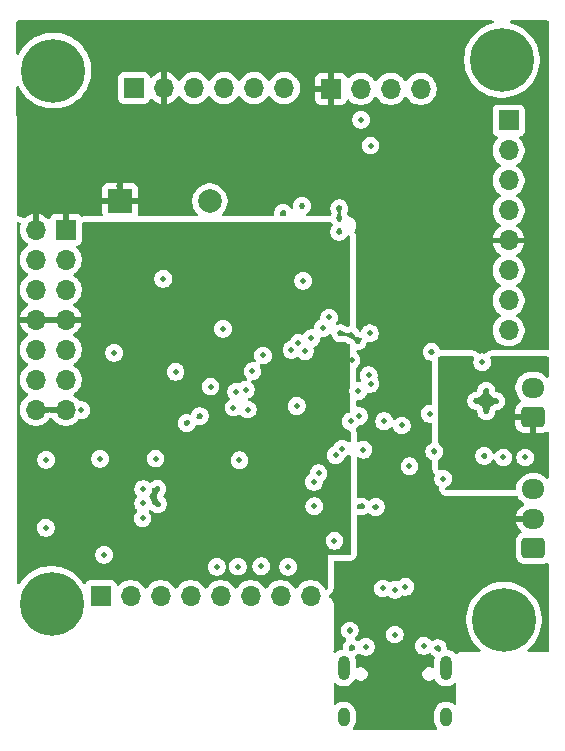
<source format=gbr>
%TF.GenerationSoftware,KiCad,Pcbnew,9.0.0*%
%TF.CreationDate,2025-03-20T21:32:39+01:00*%
%TF.ProjectId,PCB_Module_Payement,5043425f-4d6f-4647-956c-655f50617965,rev?*%
%TF.SameCoordinates,Original*%
%TF.FileFunction,Copper,L3,Inr*%
%TF.FilePolarity,Positive*%
%FSLAX46Y46*%
G04 Gerber Fmt 4.6, Leading zero omitted, Abs format (unit mm)*
G04 Created by KiCad (PCBNEW 9.0.0) date 2025-03-20 21:32:39*
%MOMM*%
%LPD*%
G01*
G04 APERTURE LIST*
G04 Aperture macros list*
%AMRoundRect*
0 Rectangle with rounded corners*
0 $1 Rounding radius*
0 $2 $3 $4 $5 $6 $7 $8 $9 X,Y pos of 4 corners*
0 Add a 4 corners polygon primitive as box body*
4,1,4,$2,$3,$4,$5,$6,$7,$8,$9,$2,$3,0*
0 Add four circle primitives for the rounded corners*
1,1,$1+$1,$2,$3*
1,1,$1+$1,$4,$5*
1,1,$1+$1,$6,$7*
1,1,$1+$1,$8,$9*
0 Add four rect primitives between the rounded corners*
20,1,$1+$1,$2,$3,$4,$5,0*
20,1,$1+$1,$4,$5,$6,$7,0*
20,1,$1+$1,$6,$7,$8,$9,0*
20,1,$1+$1,$8,$9,$2,$3,0*%
G04 Aperture macros list end*
%TA.AperFunction,ComponentPad*%
%ADD10O,1.950000X1.700000*%
%TD*%
%TA.AperFunction,ComponentPad*%
%ADD11RoundRect,0.250000X0.725000X-0.600000X0.725000X0.600000X-0.725000X0.600000X-0.725000X-0.600000X0*%
%TD*%
%TA.AperFunction,HeatsinkPad*%
%ADD12O,1.000000X2.100000*%
%TD*%
%TA.AperFunction,HeatsinkPad*%
%ADD13O,1.000000X1.600000*%
%TD*%
%TA.AperFunction,ComponentPad*%
%ADD14R,1.700000X1.700000*%
%TD*%
%TA.AperFunction,ComponentPad*%
%ADD15O,1.700000X1.700000*%
%TD*%
%TA.AperFunction,ComponentPad*%
%ADD16R,2.000000X2.000000*%
%TD*%
%TA.AperFunction,ComponentPad*%
%ADD17C,2.000000*%
%TD*%
%TA.AperFunction,ComponentPad*%
%ADD18C,5.400000*%
%TD*%
%TA.AperFunction,ViaPad*%
%ADD19C,0.500000*%
%TD*%
G04 APERTURE END LIST*
D10*
%TO.N,GND*%
%TO.C,J5*%
X180000000Y-102550000D03*
D11*
%TO.N,VCC*%
X180000000Y-105050000D03*
%TD*%
D12*
%TO.N,GND*%
%TO.C,J6*%
X164000000Y-126265000D03*
D13*
X164000000Y-130445000D03*
D12*
X172640000Y-126265000D03*
D13*
X172640000Y-130445000D03*
%TD*%
D14*
%TO.N,/Modules/SPI1_SCK*%
%TO.C,J3*%
X177945000Y-79925000D03*
D15*
%TO.N,/Modules/RSTO*%
X177945000Y-82465000D03*
%TO.N,/Modules/SS*%
X177945000Y-85005000D03*
%TO.N,/Modules/SPI1_Mosi*%
X177945000Y-87545000D03*
%TO.N,+5V*%
X177945000Y-90085000D03*
%TO.N,GND*%
X177945000Y-92625000D03*
%TO.N,/Modules/SPI1_Miso*%
X177945000Y-95165000D03*
%TO.N,/Modules/IRQ*%
X177945000Y-97705000D03*
%TD*%
D16*
%TO.N,+5V*%
%TO.C,BZ1*%
X145050000Y-86750000D03*
D17*
%TO.N,Net-(BZ1--)*%
X152650000Y-86750000D03*
%TD*%
D14*
%TO.N,+5V*%
%TO.C,J1*%
X162890000Y-77250000D03*
D15*
%TO.N,GND*%
X165430000Y-77250000D03*
%TO.N,/Modules/I2C1_SDA*%
X167970000Y-77250000D03*
%TO.N,/Modules/I2C1_SCL*%
X170510000Y-77250000D03*
%TD*%
D18*
%TO.N,GND*%
%TO.C,H4*%
X177550000Y-122200000D03*
%TD*%
%TO.N,GND*%
%TO.C,H3*%
X139250000Y-120850000D03*
%TD*%
%TO.N,GND*%
%TO.C,H2*%
X177370000Y-74800000D03*
%TD*%
%TO.N,GND*%
%TO.C,H1*%
X139400000Y-75700000D03*
%TD*%
D11*
%TO.N,Net-(J_Switch1-Pin_1)*%
%TO.C,J_Switch1*%
X180050000Y-116150000D03*
D10*
%TO.N,+5V*%
X180050000Y-113650000D03*
%TO.N,Net-(J_Switch1-Pin_3)*%
X180050000Y-111150000D03*
%TD*%
D14*
%TO.N,/Modules/STATE*%
%TO.C,J2*%
X146230000Y-77175000D03*
D15*
%TO.N,+5V*%
X148770000Y-77175000D03*
%TO.N,GND*%
X151310000Y-77175000D03*
%TO.N,/Modules/Bt_TXD*%
X153850000Y-77175000D03*
%TO.N,/Modules/Bt_RXD*%
X156390000Y-77175000D03*
%TO.N,/Modules/KEY*%
X158930000Y-77175000D03*
%TD*%
D14*
%TO.N,+5V*%
%TO.C,J7*%
X140450000Y-89175000D03*
D15*
X137910000Y-89175000D03*
%TO.N,/STM32/PC13*%
X140450000Y-91715000D03*
%TO.N,/STM32/PC14*%
X137910000Y-91715000D03*
%TO.N,/STM32/PC4*%
X140450000Y-94255000D03*
%TO.N,/STM32/PC15*%
X137910000Y-94255000D03*
%TO.N,+3.3V*%
X140450000Y-96795000D03*
X137910000Y-96795000D03*
%TO.N,/STM32/PF1*%
X140450000Y-99335000D03*
%TO.N,/STM32/PF0*%
X137910000Y-99335000D03*
%TO.N,/STM32/PA7*%
X140450000Y-101875000D03*
%TO.N,/STM32/Pb1*%
X137910000Y-101875000D03*
%TO.N,GND*%
X140450000Y-104415000D03*
X137910000Y-104415000D03*
%TD*%
D14*
%TO.N,/Modules/R0W1*%
%TO.C,J8*%
X143410000Y-120195000D03*
D15*
%TO.N,/Modules/ROW2*%
X145950000Y-120195000D03*
%TO.N,/Modules/ROW3*%
X148490000Y-120195000D03*
%TO.N,/Modules/ROW4*%
X151030000Y-120195000D03*
%TO.N,/Modules/Culomn1*%
X153570000Y-120195000D03*
%TO.N,/Modules/Culomn2*%
X156110000Y-120195000D03*
%TO.N,/Modules/Culomn3*%
X158650000Y-120195000D03*
%TO.N,/Modules/Culomn4*%
X161190000Y-120195000D03*
%TD*%
D19*
%TO.N,+3.3V*%
X162860000Y-109730000D03*
%TO.N,GND*%
X152710000Y-102460000D03*
X153760000Y-97560000D03*
X165450000Y-79860000D03*
%TO.N,+5V*%
X163710000Y-78870000D03*
%TO.N,GND*%
X165180000Y-98600000D03*
X153230000Y-117720000D03*
X179350000Y-108460000D03*
X161490000Y-112590000D03*
X141770000Y-104450000D03*
X139220000Y-104400000D03*
X159270000Y-117710000D03*
X157000000Y-117660000D03*
X155020000Y-117700000D03*
X144550000Y-99600000D03*
%TO.N,/Alim/Charge_Batterie*%
X154880000Y-102910000D03*
%TO.N,/STM32/NRST*%
X159550000Y-99350000D03*
%TO.N,/STM32/PC4*%
X149750000Y-101200000D03*
%TO.N,GND*%
X160450000Y-87150000D03*
X158850000Y-87750000D03*
%TO.N,+3.3V*%
X158750000Y-96300000D03*
%TO.N,/Modules/SPI1_SCK*%
X166250000Y-82050000D03*
%TO.N,GND*%
X148710000Y-93320000D03*
%TO.N,/STM32/Pb1*%
X154650000Y-104230000D03*
%TO.N,/STM32/PC4*%
X155680000Y-102720000D03*
%TO.N,/STM32/PF1*%
X160150000Y-98750000D03*
%TO.N,/STM32/PF0*%
X160700000Y-99450000D03*
%TO.N,/STM32/PC15*%
X161250000Y-98350000D03*
%TO.N,/STM32/PC14*%
X162200000Y-97500000D03*
%TO.N,/STM32/PC13*%
X162750000Y-96600000D03*
%TO.N,+3.3V*%
X163150000Y-100750000D03*
%TO.N,+5V*%
X144950000Y-85450000D03*
X140450000Y-87600000D03*
X176900000Y-114700000D03*
X165550000Y-111670000D03*
X166000000Y-113700000D03*
X169400000Y-113450000D03*
X176250000Y-115300000D03*
X178450000Y-114700000D03*
X138000000Y-87600000D03*
X148770000Y-79195000D03*
%TO.N,GND*%
X151800000Y-104950000D03*
X155150000Y-108700000D03*
X163700000Y-97950000D03*
X176050000Y-103650000D03*
X164600000Y-98100000D03*
X163600000Y-88200000D03*
X160000000Y-104100000D03*
X168300000Y-119650000D03*
X138800000Y-108650000D03*
X164500000Y-123100000D03*
X143700000Y-116700000D03*
X175200000Y-103650000D03*
X163200000Y-115500000D03*
X165500000Y-112600000D03*
X176900000Y-103700000D03*
X166250000Y-102220000D03*
X169550000Y-109200000D03*
X171650000Y-107950000D03*
X138750000Y-114400000D03*
X166700000Y-112650000D03*
X176050000Y-102800000D03*
X163600000Y-89350000D03*
X150700000Y-105540000D03*
X175700000Y-100400000D03*
X175880000Y-108330000D03*
X171950000Y-124600000D03*
X176050000Y-104550000D03*
X148050000Y-108550000D03*
X148250000Y-112400000D03*
X171410000Y-99520000D03*
X148200000Y-111100000D03*
X164650000Y-124550000D03*
X160550000Y-93500000D03*
X163600000Y-87350000D03*
%TO.N,VCC*%
X177400000Y-110250000D03*
X174150000Y-106250000D03*
%TO.N,5V_BUCK*%
X168900000Y-105750000D03*
X177500000Y-108460000D03*
%TO.N,+3.3V*%
X164650000Y-100200000D03*
X161500000Y-113552500D03*
X155675000Y-106875000D03*
X150750000Y-113650000D03*
X161760000Y-117710000D03*
%TO.N,/Alim/Charge_Batterie*%
X165655000Y-107805000D03*
X172412500Y-110250000D03*
%TO.N,/STM32/NRST*%
X143350000Y-108560000D03*
%TO.N,/Modules/SPI1_SCK*%
X156250000Y-101150000D03*
%TO.N,/Modules/I2C1_SCL*%
X165200000Y-102830000D03*
%TO.N,/Modules/I2C1_SDA*%
X167400000Y-105400000D03*
%TO.N,5V_USB*%
X165850000Y-124500000D03*
X168300000Y-123450000D03*
X170750000Y-124400000D03*
%TO.N,/STM32/SWO*%
X165270000Y-104950000D03*
X147000000Y-111150000D03*
%TO.N,/STM32/SWCLK*%
X163850000Y-107699000D03*
X147000000Y-112350000D03*
%TO.N,/STM32/SWDIO*%
X146950000Y-113600000D03*
X163300000Y-108250000D03*
%TO.N,/STM32/BOOT0*%
X166200000Y-97950000D03*
X166100000Y-101500000D03*
%TO.N,/STM32/BUZZER*%
X155850000Y-104400000D03*
%TO.N,/STM32/BL_LED*%
X157150000Y-99820000D03*
%TO.N,/STM32/RFID_LED*%
X171250000Y-104750000D03*
X164560000Y-105400000D03*
%TO.N,/STM32/USB_D-*%
X167300000Y-119550000D03*
X161458019Y-110525119D03*
%TO.N,/STM32/USB_D+*%
X169200000Y-119400000D03*
X161850000Y-109800000D03*
%TD*%
%TA.AperFunction,Conductor*%
%TO.N,VCC*%
G36*
X174976232Y-99919685D02*
G01*
X175021987Y-99972489D01*
X175031931Y-100041647D01*
X175023754Y-100071453D01*
X174978342Y-100181086D01*
X174978340Y-100181092D01*
X174949500Y-100326079D01*
X174949500Y-100326082D01*
X174949500Y-100473918D01*
X174949500Y-100473920D01*
X174949499Y-100473920D01*
X174978340Y-100618907D01*
X174978343Y-100618917D01*
X175034912Y-100755488D01*
X175034919Y-100755501D01*
X175117048Y-100878415D01*
X175117051Y-100878419D01*
X175221580Y-100982948D01*
X175221584Y-100982951D01*
X175344498Y-101065080D01*
X175344511Y-101065087D01*
X175481082Y-101121656D01*
X175481087Y-101121658D01*
X175481091Y-101121658D01*
X175481092Y-101121659D01*
X175626079Y-101150500D01*
X175626082Y-101150500D01*
X175773920Y-101150500D01*
X175871462Y-101131096D01*
X175918913Y-101121658D01*
X176055495Y-101065084D01*
X176178416Y-100982951D01*
X176282951Y-100878416D01*
X176365084Y-100755495D01*
X176421658Y-100618913D01*
X176450500Y-100473918D01*
X176450500Y-100326082D01*
X176450500Y-100326079D01*
X176421659Y-100181092D01*
X176421658Y-100181091D01*
X176421658Y-100181087D01*
X176376245Y-100071452D01*
X176368777Y-100001983D01*
X176400052Y-99939504D01*
X176460141Y-99903852D01*
X176490807Y-99900000D01*
X181226000Y-99900000D01*
X181293039Y-99919685D01*
X181338794Y-99972489D01*
X181350000Y-100024000D01*
X181350000Y-101565742D01*
X181330315Y-101632781D01*
X181277511Y-101678536D01*
X181208353Y-101688480D01*
X181144797Y-101659455D01*
X181138319Y-101653423D01*
X181004786Y-101519890D01*
X180832820Y-101394951D01*
X180643414Y-101298444D01*
X180643413Y-101298443D01*
X180643412Y-101298443D01*
X180441243Y-101232754D01*
X180441241Y-101232753D01*
X180441240Y-101232753D01*
X180279957Y-101207208D01*
X180231287Y-101199500D01*
X179768713Y-101199500D01*
X179720042Y-101207208D01*
X179558760Y-101232753D01*
X179356585Y-101298444D01*
X179167179Y-101394951D01*
X178995213Y-101519890D01*
X178844890Y-101670213D01*
X178719951Y-101842179D01*
X178623444Y-102031585D01*
X178557753Y-102233760D01*
X178524500Y-102443713D01*
X178524500Y-102656286D01*
X178553999Y-102842539D01*
X178557754Y-102866243D01*
X178612560Y-103034919D01*
X178623444Y-103068414D01*
X178719951Y-103257820D01*
X178844890Y-103429786D01*
X178984068Y-103568964D01*
X179017553Y-103630287D01*
X179012569Y-103699979D01*
X178970697Y-103755912D01*
X178961484Y-103762183D01*
X178806659Y-103857680D01*
X178806655Y-103857683D01*
X178682684Y-103981654D01*
X178590643Y-104130875D01*
X178590641Y-104130880D01*
X178535494Y-104297302D01*
X178535493Y-104297309D01*
X178525000Y-104400013D01*
X178525000Y-104800000D01*
X179595854Y-104800000D01*
X179557370Y-104866657D01*
X179525000Y-104987465D01*
X179525000Y-105112535D01*
X179557370Y-105233343D01*
X179595854Y-105300000D01*
X178525001Y-105300000D01*
X178525001Y-105699986D01*
X178535494Y-105802697D01*
X178590641Y-105969119D01*
X178590643Y-105969124D01*
X178682684Y-106118345D01*
X178806654Y-106242315D01*
X178955875Y-106334356D01*
X178955880Y-106334358D01*
X179122302Y-106389505D01*
X179122309Y-106389506D01*
X179225019Y-106399999D01*
X179749999Y-106399999D01*
X179750000Y-106399998D01*
X179750000Y-105454145D01*
X179816657Y-105492630D01*
X179937465Y-105525000D01*
X180062535Y-105525000D01*
X180183343Y-105492630D01*
X180250000Y-105454145D01*
X180250000Y-106399999D01*
X180774972Y-106399999D01*
X180774986Y-106399998D01*
X180877697Y-106389505D01*
X181044119Y-106334358D01*
X181044124Y-106334356D01*
X181160903Y-106262326D01*
X181228295Y-106243886D01*
X181294959Y-106264808D01*
X181339729Y-106318450D01*
X181350000Y-106367865D01*
X181350000Y-110115742D01*
X181330315Y-110182781D01*
X181277511Y-110228536D01*
X181208353Y-110238480D01*
X181144797Y-110209455D01*
X181138319Y-110203423D01*
X181054786Y-110119890D01*
X180882820Y-109994951D01*
X180693414Y-109898444D01*
X180693413Y-109898443D01*
X180693412Y-109898443D01*
X180491243Y-109832754D01*
X180491241Y-109832753D01*
X180491240Y-109832753D01*
X180329957Y-109807208D01*
X180281287Y-109799500D01*
X179818713Y-109799500D01*
X179770042Y-109807208D01*
X179608760Y-109832753D01*
X179406585Y-109898444D01*
X179217179Y-109994951D01*
X179045213Y-110119890D01*
X178894890Y-110270213D01*
X178769951Y-110442179D01*
X178673444Y-110631585D01*
X178607753Y-110833760D01*
X178574500Y-111043713D01*
X178574500Y-111076000D01*
X178554815Y-111143039D01*
X178502011Y-111188794D01*
X178450500Y-111200000D01*
X172703537Y-111200000D01*
X172636498Y-111180315D01*
X172590743Y-111127511D01*
X172580799Y-111058353D01*
X172609824Y-110994797D01*
X172656084Y-110961439D01*
X172672497Y-110954640D01*
X172767995Y-110915084D01*
X172890916Y-110832951D01*
X172995451Y-110728416D01*
X173077584Y-110605495D01*
X173134158Y-110468913D01*
X173163000Y-110323918D01*
X173163000Y-110176082D01*
X173163000Y-110176079D01*
X173134159Y-110031092D01*
X173134158Y-110031091D01*
X173134158Y-110031087D01*
X173079216Y-109898444D01*
X173077587Y-109894511D01*
X173077580Y-109894498D01*
X172995451Y-109771584D01*
X172995448Y-109771580D01*
X172890919Y-109667051D01*
X172890915Y-109667048D01*
X172768001Y-109584919D01*
X172767988Y-109584912D01*
X172631417Y-109528343D01*
X172631407Y-109528340D01*
X172486420Y-109499500D01*
X172486418Y-109499500D01*
X172338582Y-109499500D01*
X172338580Y-109499500D01*
X172193592Y-109528340D01*
X172193587Y-109528342D01*
X172171451Y-109537511D01*
X172101982Y-109544979D01*
X172039503Y-109513703D01*
X172003851Y-109453614D01*
X172000000Y-109422949D01*
X172000000Y-108685035D01*
X172019685Y-108617996D01*
X172055108Y-108581933D01*
X172128416Y-108532951D01*
X172232951Y-108428416D01*
X172249319Y-108403920D01*
X175129499Y-108403920D01*
X175158340Y-108548907D01*
X175158343Y-108548917D01*
X175214912Y-108685488D01*
X175214919Y-108685501D01*
X175297048Y-108808415D01*
X175297051Y-108808419D01*
X175401580Y-108912948D01*
X175401584Y-108912951D01*
X175524498Y-108995080D01*
X175524511Y-108995087D01*
X175640059Y-109042948D01*
X175661087Y-109051658D01*
X175661091Y-109051658D01*
X175661092Y-109051659D01*
X175806079Y-109080500D01*
X175806082Y-109080500D01*
X175953920Y-109080500D01*
X176051462Y-109061096D01*
X176098913Y-109051658D01*
X176235495Y-108995084D01*
X176358416Y-108912951D01*
X176462951Y-108808416D01*
X176545084Y-108685495D01*
X176548514Y-108677213D01*
X176592353Y-108622810D01*
X176658646Y-108600743D01*
X176726346Y-108618020D01*
X176773958Y-108669156D01*
X176777637Y-108677211D01*
X176834914Y-108815492D01*
X176834919Y-108815501D01*
X176917048Y-108938415D01*
X176917051Y-108938419D01*
X177021580Y-109042948D01*
X177021584Y-109042951D01*
X177144498Y-109125080D01*
X177144511Y-109125087D01*
X177281082Y-109181656D01*
X177281087Y-109181658D01*
X177281091Y-109181658D01*
X177281092Y-109181659D01*
X177426079Y-109210500D01*
X177426082Y-109210500D01*
X177573920Y-109210500D01*
X177671462Y-109191096D01*
X177718913Y-109181658D01*
X177855495Y-109125084D01*
X177978416Y-109042951D01*
X178082951Y-108938416D01*
X178165084Y-108815495D01*
X178221658Y-108678913D01*
X178240949Y-108581932D01*
X178250500Y-108533920D01*
X178599499Y-108533920D01*
X178628340Y-108678907D01*
X178628343Y-108678917D01*
X178684912Y-108815488D01*
X178684919Y-108815501D01*
X178767048Y-108938415D01*
X178767051Y-108938419D01*
X178871580Y-109042948D01*
X178871584Y-109042951D01*
X178994498Y-109125080D01*
X178994511Y-109125087D01*
X179131082Y-109181656D01*
X179131087Y-109181658D01*
X179131091Y-109181658D01*
X179131092Y-109181659D01*
X179276079Y-109210500D01*
X179276082Y-109210500D01*
X179423920Y-109210500D01*
X179521462Y-109191096D01*
X179568913Y-109181658D01*
X179705495Y-109125084D01*
X179828416Y-109042951D01*
X179932951Y-108938416D01*
X180015084Y-108815495D01*
X180071658Y-108678913D01*
X180090949Y-108581932D01*
X180100500Y-108533920D01*
X180100500Y-108386079D01*
X180071659Y-108241092D01*
X180071658Y-108241091D01*
X180071658Y-108241087D01*
X180021848Y-108120834D01*
X180015087Y-108104511D01*
X180015080Y-108104498D01*
X179932951Y-107981584D01*
X179932948Y-107981580D01*
X179828419Y-107877051D01*
X179828415Y-107877048D01*
X179705501Y-107794919D01*
X179705488Y-107794912D01*
X179568917Y-107738343D01*
X179568907Y-107738340D01*
X179423920Y-107709500D01*
X179423918Y-107709500D01*
X179276082Y-107709500D01*
X179276080Y-107709500D01*
X179131092Y-107738340D01*
X179131082Y-107738343D01*
X178994511Y-107794912D01*
X178994498Y-107794919D01*
X178871584Y-107877048D01*
X178871580Y-107877051D01*
X178767051Y-107981580D01*
X178767048Y-107981584D01*
X178684919Y-108104498D01*
X178684912Y-108104511D01*
X178628343Y-108241082D01*
X178628340Y-108241092D01*
X178599500Y-108386079D01*
X178599500Y-108386082D01*
X178599500Y-108533918D01*
X178599500Y-108533920D01*
X178599499Y-108533920D01*
X178250500Y-108533920D01*
X178250500Y-108386079D01*
X178221659Y-108241092D01*
X178221658Y-108241091D01*
X178221658Y-108241087D01*
X178171848Y-108120834D01*
X178165087Y-108104511D01*
X178165080Y-108104498D01*
X178082951Y-107981584D01*
X178082948Y-107981580D01*
X177978419Y-107877051D01*
X177978415Y-107877048D01*
X177855501Y-107794919D01*
X177855488Y-107794912D01*
X177718917Y-107738343D01*
X177718907Y-107738340D01*
X177573920Y-107709500D01*
X177573918Y-107709500D01*
X177426082Y-107709500D01*
X177426080Y-107709500D01*
X177281092Y-107738340D01*
X177281082Y-107738343D01*
X177144511Y-107794912D01*
X177144498Y-107794919D01*
X177021584Y-107877048D01*
X177021580Y-107877051D01*
X176917051Y-107981580D01*
X176917048Y-107981584D01*
X176834919Y-108104498D01*
X176834915Y-108104506D01*
X176831482Y-108112794D01*
X176787638Y-108167195D01*
X176721342Y-108189256D01*
X176653644Y-108171973D01*
X176606036Y-108120834D01*
X176602362Y-108112787D01*
X176545087Y-107974511D01*
X176545080Y-107974498D01*
X176462951Y-107851584D01*
X176462948Y-107851580D01*
X176358419Y-107747051D01*
X176358415Y-107747048D01*
X176235501Y-107664919D01*
X176235488Y-107664912D01*
X176098917Y-107608343D01*
X176098907Y-107608340D01*
X175953920Y-107579500D01*
X175953918Y-107579500D01*
X175806082Y-107579500D01*
X175806080Y-107579500D01*
X175661092Y-107608340D01*
X175661082Y-107608343D01*
X175524511Y-107664912D01*
X175524498Y-107664919D01*
X175401584Y-107747048D01*
X175401580Y-107747051D01*
X175297051Y-107851580D01*
X175297048Y-107851584D01*
X175214919Y-107974498D01*
X175214912Y-107974511D01*
X175158343Y-108111082D01*
X175158340Y-108111092D01*
X175129500Y-108256079D01*
X175129500Y-108256082D01*
X175129500Y-108403918D01*
X175129500Y-108403920D01*
X175129499Y-108403920D01*
X172249319Y-108403920D01*
X172315084Y-108305495D01*
X172371658Y-108168913D01*
X172400500Y-108023918D01*
X172400500Y-107876082D01*
X172400500Y-107876079D01*
X172371659Y-107731092D01*
X172371658Y-107731091D01*
X172371658Y-107731087D01*
X172371656Y-107731082D01*
X172315087Y-107594511D01*
X172315080Y-107594498D01*
X172232951Y-107471584D01*
X172232948Y-107471580D01*
X172128419Y-107367051D01*
X172128415Y-107367048D01*
X172055109Y-107318066D01*
X172010304Y-107264453D01*
X172000000Y-107214964D01*
X172000000Y-104826431D01*
X172000500Y-104823918D01*
X172000500Y-104676082D01*
X172000000Y-104673568D01*
X172000000Y-103723920D01*
X174449499Y-103723920D01*
X174478340Y-103868907D01*
X174478343Y-103868917D01*
X174534912Y-104005488D01*
X174534919Y-104005501D01*
X174617048Y-104128415D01*
X174617051Y-104128419D01*
X174721580Y-104232948D01*
X174721584Y-104232951D01*
X174844498Y-104315080D01*
X174844511Y-104315087D01*
X174965206Y-104365080D01*
X174981087Y-104371658D01*
X174981091Y-104371658D01*
X174981092Y-104371659D01*
X175126079Y-104400500D01*
X175175500Y-104400500D01*
X175242539Y-104420185D01*
X175288294Y-104472989D01*
X175299500Y-104524500D01*
X175299500Y-104623918D01*
X175299500Y-104623920D01*
X175299499Y-104623920D01*
X175328340Y-104768907D01*
X175328343Y-104768917D01*
X175384912Y-104905488D01*
X175384919Y-104905501D01*
X175467048Y-105028415D01*
X175467051Y-105028419D01*
X175571580Y-105132948D01*
X175571584Y-105132951D01*
X175694498Y-105215080D01*
X175694511Y-105215087D01*
X175831082Y-105271656D01*
X175831087Y-105271658D01*
X175831091Y-105271658D01*
X175831092Y-105271659D01*
X175976079Y-105300500D01*
X175976082Y-105300500D01*
X176123920Y-105300500D01*
X176221462Y-105281096D01*
X176268913Y-105271658D01*
X176405495Y-105215084D01*
X176466982Y-105174000D01*
X176509582Y-105145536D01*
X176518102Y-105139842D01*
X176528416Y-105132951D01*
X176632951Y-105028416D01*
X176715084Y-104905495D01*
X176771658Y-104768913D01*
X176790124Y-104676082D01*
X176800500Y-104623920D01*
X176800500Y-104574500D01*
X176820185Y-104507461D01*
X176872989Y-104461706D01*
X176924500Y-104450500D01*
X176973920Y-104450500D01*
X177071462Y-104431096D01*
X177118913Y-104421658D01*
X177255495Y-104365084D01*
X177378416Y-104282951D01*
X177482951Y-104178416D01*
X177565084Y-104055495D01*
X177621658Y-103918913D01*
X177650500Y-103773918D01*
X177650500Y-103626082D01*
X177650500Y-103626079D01*
X177621659Y-103481092D01*
X177621658Y-103481091D01*
X177621658Y-103481087D01*
X177621656Y-103481082D01*
X177565087Y-103344511D01*
X177565080Y-103344498D01*
X177482951Y-103221584D01*
X177482948Y-103221580D01*
X177378419Y-103117051D01*
X177378415Y-103117048D01*
X177255501Y-103034919D01*
X177255488Y-103034912D01*
X177118917Y-102978343D01*
X177118907Y-102978340D01*
X176973920Y-102949500D01*
X176973918Y-102949500D01*
X176924500Y-102949500D01*
X176857461Y-102929815D01*
X176811706Y-102877011D01*
X176800500Y-102825500D01*
X176800500Y-102726079D01*
X176771659Y-102581092D01*
X176771658Y-102581091D01*
X176771658Y-102581087D01*
X176771656Y-102581082D01*
X176715087Y-102444511D01*
X176715080Y-102444498D01*
X176632951Y-102321584D01*
X176632948Y-102321580D01*
X176528419Y-102217051D01*
X176528415Y-102217048D01*
X176405501Y-102134919D01*
X176405488Y-102134912D01*
X176268917Y-102078343D01*
X176268907Y-102078340D01*
X176123920Y-102049500D01*
X176123918Y-102049500D01*
X175976082Y-102049500D01*
X175976080Y-102049500D01*
X175831092Y-102078340D01*
X175831082Y-102078343D01*
X175694511Y-102134912D01*
X175694498Y-102134919D01*
X175571584Y-102217048D01*
X175571580Y-102217051D01*
X175467051Y-102321580D01*
X175467048Y-102321584D01*
X175384919Y-102444498D01*
X175384912Y-102444511D01*
X175328343Y-102581082D01*
X175328340Y-102581092D01*
X175299500Y-102726079D01*
X175299500Y-102775500D01*
X175279815Y-102842539D01*
X175227011Y-102888294D01*
X175175500Y-102899500D01*
X175126080Y-102899500D01*
X174981092Y-102928340D01*
X174981082Y-102928343D01*
X174844511Y-102984912D01*
X174844498Y-102984919D01*
X174721584Y-103067048D01*
X174721580Y-103067051D01*
X174617051Y-103171580D01*
X174617048Y-103171584D01*
X174534919Y-103294498D01*
X174534912Y-103294511D01*
X174478343Y-103431082D01*
X174478340Y-103431092D01*
X174449500Y-103576079D01*
X174449500Y-103576082D01*
X174449500Y-103723918D01*
X174449500Y-103723920D01*
X174449499Y-103723920D01*
X172000000Y-103723920D01*
X172000000Y-100025480D01*
X172005328Y-100007332D01*
X172005667Y-99988422D01*
X172019164Y-99960214D01*
X172019685Y-99958441D01*
X172020874Y-99956624D01*
X172021890Y-99955104D01*
X172075504Y-99910302D01*
X172124989Y-99900000D01*
X174909193Y-99900000D01*
X174976232Y-99919685D01*
G37*
%TD.AperFunction*%
%TD*%
%TA.AperFunction,Conductor*%
%TO.N,+3.3V*%
G36*
X142949500Y-116773918D02*
G01*
X142949500Y-116773920D01*
X142949499Y-116773920D01*
X142978340Y-116918907D01*
X142978343Y-116918917D01*
X143034912Y-117055488D01*
X143034919Y-117055501D01*
X143117048Y-117178415D01*
X143117051Y-117178419D01*
X143221580Y-117282948D01*
X143221584Y-117282951D01*
X143344498Y-117365080D01*
X143344511Y-117365087D01*
X143481082Y-117421656D01*
X143481087Y-117421658D01*
X143481091Y-117421658D01*
X143481092Y-117421659D01*
X143626079Y-117450500D01*
X143626082Y-117450500D01*
X143773920Y-117450500D01*
X143871462Y-117431096D01*
X143918913Y-117421658D01*
X144055495Y-117365084D01*
X144178416Y-117282951D01*
X144282951Y-117178416D01*
X144365084Y-117055495D01*
X144365326Y-117054912D01*
X144390175Y-116994919D01*
X144421658Y-116918913D01*
X144450500Y-116773918D01*
X144450500Y-116700000D01*
X162627083Y-116700000D01*
X162624787Y-119519800D01*
X162605048Y-119586823D01*
X162552207Y-119632535D01*
X162483040Y-119642422D01*
X162419508Y-119613346D01*
X162390302Y-119575994D01*
X162375397Y-119546742D01*
X162345051Y-119487184D01*
X162337023Y-119476134D01*
X162220109Y-119315213D01*
X162069786Y-119164890D01*
X161897820Y-119039951D01*
X161708414Y-118943444D01*
X161708413Y-118943443D01*
X161708412Y-118943443D01*
X161506243Y-118877754D01*
X161506241Y-118877753D01*
X161506240Y-118877753D01*
X161344957Y-118852208D01*
X161296287Y-118844500D01*
X161083713Y-118844500D01*
X161035042Y-118852208D01*
X160873760Y-118877753D01*
X160671585Y-118943444D01*
X160482179Y-119039951D01*
X160310213Y-119164890D01*
X160159890Y-119315213D01*
X160034949Y-119487182D01*
X160030484Y-119495946D01*
X159982509Y-119546742D01*
X159914688Y-119563536D01*
X159848553Y-119540998D01*
X159809516Y-119495946D01*
X159805050Y-119487182D01*
X159680109Y-119315213D01*
X159529786Y-119164890D01*
X159357820Y-119039951D01*
X159168414Y-118943444D01*
X159168413Y-118943443D01*
X159168412Y-118943443D01*
X158966243Y-118877754D01*
X158966241Y-118877753D01*
X158966240Y-118877753D01*
X158804957Y-118852208D01*
X158756287Y-118844500D01*
X158543713Y-118844500D01*
X158495042Y-118852208D01*
X158333760Y-118877753D01*
X158131585Y-118943444D01*
X157942179Y-119039951D01*
X157770213Y-119164890D01*
X157619890Y-119315213D01*
X157494949Y-119487182D01*
X157490484Y-119495946D01*
X157442509Y-119546742D01*
X157374688Y-119563536D01*
X157308553Y-119540998D01*
X157269516Y-119495946D01*
X157265050Y-119487182D01*
X157140109Y-119315213D01*
X156989786Y-119164890D01*
X156817820Y-119039951D01*
X156628414Y-118943444D01*
X156628413Y-118943443D01*
X156628412Y-118943443D01*
X156426243Y-118877754D01*
X156426241Y-118877753D01*
X156426240Y-118877753D01*
X156264957Y-118852208D01*
X156216287Y-118844500D01*
X156003713Y-118844500D01*
X155955042Y-118852208D01*
X155793760Y-118877753D01*
X155591585Y-118943444D01*
X155402179Y-119039951D01*
X155230213Y-119164890D01*
X155079890Y-119315213D01*
X154954949Y-119487182D01*
X154950484Y-119495946D01*
X154902509Y-119546742D01*
X154834688Y-119563536D01*
X154768553Y-119540998D01*
X154729516Y-119495946D01*
X154725050Y-119487182D01*
X154600109Y-119315213D01*
X154449786Y-119164890D01*
X154277820Y-119039951D01*
X154088414Y-118943444D01*
X154088413Y-118943443D01*
X154088412Y-118943443D01*
X153886243Y-118877754D01*
X153886241Y-118877753D01*
X153886240Y-118877753D01*
X153724957Y-118852208D01*
X153676287Y-118844500D01*
X153463713Y-118844500D01*
X153415042Y-118852208D01*
X153253760Y-118877753D01*
X153051585Y-118943444D01*
X152862179Y-119039951D01*
X152690213Y-119164890D01*
X152539890Y-119315213D01*
X152414949Y-119487182D01*
X152410484Y-119495946D01*
X152362509Y-119546742D01*
X152294688Y-119563536D01*
X152228553Y-119540998D01*
X152189516Y-119495946D01*
X152185050Y-119487182D01*
X152060109Y-119315213D01*
X151909786Y-119164890D01*
X151737820Y-119039951D01*
X151548414Y-118943444D01*
X151548413Y-118943443D01*
X151548412Y-118943443D01*
X151346243Y-118877754D01*
X151346241Y-118877753D01*
X151346240Y-118877753D01*
X151184957Y-118852208D01*
X151136287Y-118844500D01*
X150923713Y-118844500D01*
X150875042Y-118852208D01*
X150713760Y-118877753D01*
X150511585Y-118943444D01*
X150322179Y-119039951D01*
X150150213Y-119164890D01*
X149999890Y-119315213D01*
X149874949Y-119487182D01*
X149870484Y-119495946D01*
X149822509Y-119546742D01*
X149754688Y-119563536D01*
X149688553Y-119540998D01*
X149649516Y-119495946D01*
X149645050Y-119487182D01*
X149520109Y-119315213D01*
X149369786Y-119164890D01*
X149197820Y-119039951D01*
X149008414Y-118943444D01*
X149008413Y-118943443D01*
X149008412Y-118943443D01*
X148806243Y-118877754D01*
X148806241Y-118877753D01*
X148806240Y-118877753D01*
X148644957Y-118852208D01*
X148596287Y-118844500D01*
X148383713Y-118844500D01*
X148335042Y-118852208D01*
X148173760Y-118877753D01*
X147971585Y-118943444D01*
X147782179Y-119039951D01*
X147610213Y-119164890D01*
X147459890Y-119315213D01*
X147334949Y-119487182D01*
X147330484Y-119495946D01*
X147282509Y-119546742D01*
X147214688Y-119563536D01*
X147148553Y-119540998D01*
X147109516Y-119495946D01*
X147105050Y-119487182D01*
X146980109Y-119315213D01*
X146829786Y-119164890D01*
X146657820Y-119039951D01*
X146468414Y-118943444D01*
X146468413Y-118943443D01*
X146468412Y-118943443D01*
X146266243Y-118877754D01*
X146266241Y-118877753D01*
X146266240Y-118877753D01*
X146104957Y-118852208D01*
X146056287Y-118844500D01*
X145843713Y-118844500D01*
X145795042Y-118852208D01*
X145633760Y-118877753D01*
X145431585Y-118943444D01*
X145242179Y-119039951D01*
X145070215Y-119164889D01*
X144956673Y-119278431D01*
X144895350Y-119311915D01*
X144825658Y-119306931D01*
X144769725Y-119265059D01*
X144752810Y-119234082D01*
X144703797Y-119102671D01*
X144703793Y-119102664D01*
X144617547Y-118987455D01*
X144617544Y-118987452D01*
X144502335Y-118901206D01*
X144502328Y-118901202D01*
X144367482Y-118850908D01*
X144367483Y-118850908D01*
X144307883Y-118844501D01*
X144307881Y-118844500D01*
X144307873Y-118844500D01*
X144307864Y-118844500D01*
X142512129Y-118844500D01*
X142512123Y-118844501D01*
X142452516Y-118850908D01*
X142317671Y-118901202D01*
X142317664Y-118901206D01*
X142202455Y-118987452D01*
X142124226Y-119091952D01*
X142068292Y-119133822D01*
X141998600Y-119138806D01*
X141937278Y-119105320D01*
X141919966Y-119083612D01*
X141864315Y-118995044D01*
X141640188Y-118713997D01*
X141386003Y-118459812D01*
X141350696Y-118431656D01*
X141267221Y-118365087D01*
X141104956Y-118235685D01*
X140818195Y-118055501D01*
X140800579Y-118044432D01*
X140476711Y-117888465D01*
X140206518Y-117793920D01*
X152479499Y-117793920D01*
X152508340Y-117938907D01*
X152508343Y-117938917D01*
X152564912Y-118075488D01*
X152564919Y-118075501D01*
X152647048Y-118198415D01*
X152647051Y-118198419D01*
X152751580Y-118302948D01*
X152751584Y-118302951D01*
X152874498Y-118385080D01*
X152874511Y-118385087D01*
X152986947Y-118431659D01*
X153011087Y-118441658D01*
X153011091Y-118441658D01*
X153011092Y-118441659D01*
X153156079Y-118470500D01*
X153156082Y-118470500D01*
X153303920Y-118470500D01*
X153404462Y-118450500D01*
X153448913Y-118441658D01*
X153585495Y-118385084D01*
X153708416Y-118302951D01*
X153812951Y-118198416D01*
X153895084Y-118075495D01*
X153951658Y-117938913D01*
X153980500Y-117793918D01*
X153980500Y-117773920D01*
X154269499Y-117773920D01*
X154298340Y-117918907D01*
X154298343Y-117918917D01*
X154354912Y-118055488D01*
X154354919Y-118055501D01*
X154437048Y-118178415D01*
X154437051Y-118178419D01*
X154541580Y-118282948D01*
X154541584Y-118282951D01*
X154664498Y-118365080D01*
X154664511Y-118365087D01*
X154774149Y-118410500D01*
X154801087Y-118421658D01*
X154801091Y-118421658D01*
X154801092Y-118421659D01*
X154946079Y-118450500D01*
X154946082Y-118450500D01*
X155093920Y-118450500D01*
X155191462Y-118431096D01*
X155238913Y-118421658D01*
X155351353Y-118375084D01*
X155375488Y-118365087D01*
X155375488Y-118365086D01*
X155375495Y-118365084D01*
X155498416Y-118282951D01*
X155602951Y-118178416D01*
X155685084Y-118055495D01*
X155741658Y-117918913D01*
X155751096Y-117871462D01*
X155770500Y-117773920D01*
X155770500Y-117733920D01*
X156249499Y-117733920D01*
X156278340Y-117878907D01*
X156278343Y-117878917D01*
X156334912Y-118015488D01*
X156334919Y-118015501D01*
X156417048Y-118138415D01*
X156417051Y-118138419D01*
X156521580Y-118242948D01*
X156521584Y-118242951D01*
X156644498Y-118325080D01*
X156644511Y-118325087D01*
X156765206Y-118375080D01*
X156781087Y-118381658D01*
X156781091Y-118381658D01*
X156781092Y-118381659D01*
X156926079Y-118410500D01*
X156926082Y-118410500D01*
X157073920Y-118410500D01*
X157171462Y-118391096D01*
X157218913Y-118381658D01*
X157355495Y-118325084D01*
X157478416Y-118242951D01*
X157582951Y-118138416D01*
X157665084Y-118015495D01*
X157721658Y-117878913D01*
X157740554Y-117783920D01*
X158519499Y-117783920D01*
X158548340Y-117928907D01*
X158548343Y-117928917D01*
X158604912Y-118065488D01*
X158604919Y-118065501D01*
X158687048Y-118188415D01*
X158687051Y-118188419D01*
X158791580Y-118292948D01*
X158791584Y-118292951D01*
X158914498Y-118375080D01*
X158914511Y-118375087D01*
X159026947Y-118421659D01*
X159051087Y-118431658D01*
X159051091Y-118431658D01*
X159051092Y-118431659D01*
X159196079Y-118460500D01*
X159196082Y-118460500D01*
X159343920Y-118460500D01*
X159441462Y-118441096D01*
X159488913Y-118431658D01*
X159601353Y-118385084D01*
X159625488Y-118375087D01*
X159625488Y-118375086D01*
X159625495Y-118375084D01*
X159748416Y-118292951D01*
X159852951Y-118188416D01*
X159935084Y-118065495D01*
X159991658Y-117928913D01*
X160001605Y-117878907D01*
X160020500Y-117783920D01*
X160020500Y-117636079D01*
X159991659Y-117491092D01*
X159991658Y-117491091D01*
X159991658Y-117491087D01*
X159987514Y-117481082D01*
X159935087Y-117354511D01*
X159935080Y-117354498D01*
X159852951Y-117231584D01*
X159852948Y-117231580D01*
X159748419Y-117127051D01*
X159748415Y-117127048D01*
X159625501Y-117044919D01*
X159625488Y-117044912D01*
X159488917Y-116988343D01*
X159488907Y-116988340D01*
X159343920Y-116959500D01*
X159343918Y-116959500D01*
X159196082Y-116959500D01*
X159196080Y-116959500D01*
X159051092Y-116988340D01*
X159051082Y-116988343D01*
X158914511Y-117044912D01*
X158914498Y-117044919D01*
X158791584Y-117127048D01*
X158791580Y-117127051D01*
X158687051Y-117231580D01*
X158687048Y-117231584D01*
X158604919Y-117354498D01*
X158604912Y-117354511D01*
X158548343Y-117491082D01*
X158548340Y-117491092D01*
X158519500Y-117636079D01*
X158519500Y-117636082D01*
X158519500Y-117783918D01*
X158519500Y-117783920D01*
X158519499Y-117783920D01*
X157740554Y-117783920D01*
X157742543Y-117773920D01*
X157750500Y-117733920D01*
X157750500Y-117586079D01*
X157721659Y-117441092D01*
X157721658Y-117441091D01*
X157721658Y-117441087D01*
X157713610Y-117421658D01*
X157665087Y-117304511D01*
X157665080Y-117304498D01*
X157582951Y-117181584D01*
X157582948Y-117181580D01*
X157478419Y-117077051D01*
X157478415Y-117077048D01*
X157355501Y-116994919D01*
X157355488Y-116994912D01*
X157218917Y-116938343D01*
X157218907Y-116938340D01*
X157073920Y-116909500D01*
X157073918Y-116909500D01*
X156926082Y-116909500D01*
X156926080Y-116909500D01*
X156781092Y-116938340D01*
X156781082Y-116938343D01*
X156644511Y-116994912D01*
X156644498Y-116994919D01*
X156521584Y-117077048D01*
X156521580Y-117077051D01*
X156417051Y-117181580D01*
X156417048Y-117181584D01*
X156334919Y-117304498D01*
X156334912Y-117304511D01*
X156278343Y-117441082D01*
X156278340Y-117441092D01*
X156249500Y-117586079D01*
X156249500Y-117586082D01*
X156249500Y-117733918D01*
X156249500Y-117733920D01*
X156249499Y-117733920D01*
X155770500Y-117733920D01*
X155770500Y-117626080D01*
X155766144Y-117604183D01*
X155766144Y-117604182D01*
X155741659Y-117481092D01*
X155741658Y-117481091D01*
X155741658Y-117481087D01*
X155741656Y-117481082D01*
X155685087Y-117344511D01*
X155685080Y-117344498D01*
X155602951Y-117221584D01*
X155602948Y-117221580D01*
X155498419Y-117117051D01*
X155498415Y-117117048D01*
X155375501Y-117034919D01*
X155375488Y-117034912D01*
X155238917Y-116978343D01*
X155238907Y-116978340D01*
X155093920Y-116949500D01*
X155093918Y-116949500D01*
X154946082Y-116949500D01*
X154946080Y-116949500D01*
X154801092Y-116978340D01*
X154801082Y-116978343D01*
X154664511Y-117034912D01*
X154664498Y-117034919D01*
X154541584Y-117117048D01*
X154541580Y-117117051D01*
X154437051Y-117221580D01*
X154437048Y-117221584D01*
X154354919Y-117344498D01*
X154354912Y-117344511D01*
X154298343Y-117481082D01*
X154298340Y-117481092D01*
X154269500Y-117626079D01*
X154269500Y-117626080D01*
X154269500Y-117626082D01*
X154269500Y-117773918D01*
X154269500Y-117773920D01*
X154269499Y-117773920D01*
X153980500Y-117773920D01*
X153980500Y-117646082D01*
X153980499Y-117646079D01*
X153980121Y-117644175D01*
X153980121Y-117644172D01*
X153951659Y-117501092D01*
X153951658Y-117501091D01*
X153951658Y-117501087D01*
X153930704Y-117450500D01*
X153895087Y-117364511D01*
X153895080Y-117364498D01*
X153812951Y-117241584D01*
X153812948Y-117241580D01*
X153708419Y-117137051D01*
X153708415Y-117137048D01*
X153585501Y-117054919D01*
X153585488Y-117054912D01*
X153448917Y-116998343D01*
X153448907Y-116998340D01*
X153303920Y-116969500D01*
X153303918Y-116969500D01*
X153156082Y-116969500D01*
X153156080Y-116969500D01*
X153011092Y-116998340D01*
X153011082Y-116998343D01*
X152874511Y-117054912D01*
X152874498Y-117054919D01*
X152751584Y-117137048D01*
X152751580Y-117137051D01*
X152647051Y-117241580D01*
X152647048Y-117241584D01*
X152564919Y-117364498D01*
X152564912Y-117364511D01*
X152508343Y-117501082D01*
X152508340Y-117501092D01*
X152479500Y-117646079D01*
X152479500Y-117646080D01*
X152479500Y-117646082D01*
X152479500Y-117793918D01*
X152479500Y-117793920D01*
X152479499Y-117793920D01*
X140206518Y-117793920D01*
X140137419Y-117769741D01*
X140137411Y-117769738D01*
X140098603Y-117760881D01*
X140098602Y-117760880D01*
X139786951Y-117689748D01*
X139786935Y-117689746D01*
X139429740Y-117649500D01*
X139429736Y-117649500D01*
X139070264Y-117649500D01*
X139070259Y-117649500D01*
X138713064Y-117689746D01*
X138713048Y-117689748D01*
X138362592Y-117769737D01*
X138362580Y-117769741D01*
X138023288Y-117888465D01*
X137699420Y-118044432D01*
X137395045Y-118235684D01*
X137113997Y-118459811D01*
X136859811Y-118713997D01*
X136635684Y-118995045D01*
X136543678Y-119141472D01*
X136491343Y-119187763D01*
X136422290Y-119198411D01*
X136358441Y-119170036D01*
X136320069Y-119111647D01*
X136314684Y-119075614D01*
X136312503Y-116700000D01*
X142949500Y-116700000D01*
X142949500Y-116773918D01*
G37*
%TD.AperFunction*%
%TD*%
%TA.AperFunction,Conductor*%
%TO.N,GND*%
G36*
X171986102Y-124357381D02*
G01*
X172009489Y-124362032D01*
X172032738Y-124369084D01*
X172054779Y-124378214D01*
X172076200Y-124389664D01*
X172096023Y-124402910D01*
X172114809Y-124418327D01*
X172131665Y-124435182D01*
X172147086Y-124453973D01*
X172156079Y-124467432D01*
X172160328Y-124473790D01*
X172171789Y-124495231D01*
X172175546Y-124504302D01*
X172180913Y-124517260D01*
X172187966Y-124540512D01*
X172192616Y-124563883D01*
X172195000Y-124588080D01*
X172195000Y-124605180D01*
X172198396Y-124663660D01*
X172198400Y-124663710D01*
X172201722Y-124692208D01*
X172205490Y-124713639D01*
X172203414Y-124732162D01*
X172206396Y-124750562D01*
X172199604Y-124766163D01*
X172197710Y-124783074D01*
X172185949Y-124797535D01*
X172178510Y-124814626D01*
X172154538Y-124836158D01*
X172153626Y-124837281D01*
X172152254Y-124838211D01*
X172077349Y-124888261D01*
X172010671Y-124909139D01*
X171943291Y-124890654D01*
X171930655Y-124881713D01*
X171924574Y-124876813D01*
X171916000Y-124871726D01*
X171910381Y-124868186D01*
X171803973Y-124797086D01*
X171785184Y-124781666D01*
X171748861Y-124745344D01*
X171741404Y-124737191D01*
X171700054Y-124687712D01*
X171698194Y-124685917D01*
X171665727Y-124654589D01*
X171631153Y-124593874D01*
X171634892Y-124524104D01*
X171675759Y-124467432D01*
X171698307Y-124453503D01*
X171803786Y-124403038D01*
X171823796Y-124389666D01*
X171845231Y-124378210D01*
X171867254Y-124369088D01*
X171890518Y-124362031D01*
X171913893Y-124357382D01*
X171938081Y-124355000D01*
X171961918Y-124355000D01*
X171986102Y-124357381D01*
G37*
%TD.AperFunction*%
%TA.AperFunction,Conductor*%
G36*
X164635067Y-124275382D02*
G01*
X164667484Y-124275093D01*
X164670808Y-124276575D01*
X164672497Y-124276632D01*
X164685228Y-124283006D01*
X164699718Y-124289469D01*
X164702184Y-124291023D01*
X164711389Y-124297448D01*
X164718962Y-124301595D01*
X164722173Y-124303619D01*
X164724931Y-124305408D01*
X164818339Y-124367821D01*
X164829066Y-124375862D01*
X164843721Y-124388141D01*
X164855710Y-124398187D01*
X164864678Y-124404447D01*
X164864683Y-124404450D01*
X164918845Y-124437383D01*
X164965899Y-124489031D01*
X164977561Y-124557921D01*
X164950127Y-124622179D01*
X164928733Y-124642600D01*
X164829888Y-124716594D01*
X164829864Y-124716616D01*
X164814809Y-124731670D01*
X164796025Y-124747085D01*
X164705109Y-124807835D01*
X164702348Y-124809628D01*
X164698835Y-124811842D01*
X164695741Y-124814094D01*
X164694647Y-124814824D01*
X164683271Y-124824505D01*
X164677883Y-124828245D01*
X164660061Y-124843685D01*
X164596502Y-124872703D01*
X164527344Y-124862752D01*
X164509977Y-124853065D01*
X164473683Y-124828814D01*
X164473672Y-124828808D01*
X164468583Y-124826700D01*
X164414181Y-124782858D01*
X164392117Y-124716564D01*
X164393299Y-124694507D01*
X164405000Y-124613125D01*
X164405000Y-124538077D01*
X164407381Y-124513896D01*
X164412034Y-124490502D01*
X164419082Y-124467266D01*
X164428215Y-124445217D01*
X164439664Y-124423797D01*
X164452913Y-124403969D01*
X164468325Y-124385189D01*
X164532984Y-124320532D01*
X164542662Y-124310089D01*
X164570509Y-124293479D01*
X164597617Y-124275716D01*
X164600332Y-124275691D01*
X164602666Y-124274300D01*
X164635067Y-124275382D01*
G37*
%TD.AperFunction*%
%TA.AperFunction,Conductor*%
G36*
X164536102Y-122857381D02*
G01*
X164559489Y-122862032D01*
X164582738Y-122869084D01*
X164604779Y-122878214D01*
X164626200Y-122889664D01*
X164646023Y-122902910D01*
X164664809Y-122918327D01*
X164681665Y-122935182D01*
X164697086Y-122953973D01*
X164710328Y-122973791D01*
X164721790Y-122995233D01*
X164730913Y-123017260D01*
X164737966Y-123040512D01*
X164742616Y-123063883D01*
X164745000Y-123088080D01*
X164745000Y-123111913D01*
X164742616Y-123136109D01*
X164737964Y-123159491D01*
X164730908Y-123182750D01*
X164721786Y-123204771D01*
X164710335Y-123226196D01*
X164699066Y-123243065D01*
X164699056Y-123243080D01*
X164697677Y-123245142D01*
X164697071Y-123246050D01*
X164681671Y-123264810D01*
X164623865Y-123322618D01*
X164623850Y-123322633D01*
X164620932Y-123325549D01*
X164620924Y-123325556D01*
X164617270Y-123329211D01*
X164613590Y-123331219D01*
X164609154Y-123336386D01*
X164550545Y-123374422D01*
X164480676Y-123374734D01*
X164446183Y-123358700D01*
X164431129Y-123348640D01*
X164431121Y-123348635D01*
X164385362Y-123318050D01*
X164385288Y-123318010D01*
X164353970Y-123297085D01*
X164335183Y-123281666D01*
X164318334Y-123264817D01*
X164302913Y-123246027D01*
X164300934Y-123243065D01*
X164289663Y-123226196D01*
X164278208Y-123204765D01*
X164269087Y-123182745D01*
X164262030Y-123159479D01*
X164257382Y-123136108D01*
X164255000Y-123111921D01*
X164255000Y-123088079D01*
X164257382Y-123063891D01*
X164262031Y-123040516D01*
X164269085Y-123017257D01*
X164278213Y-122995221D01*
X164289669Y-122973791D01*
X164289670Y-122973790D01*
X164302911Y-122953974D01*
X164318323Y-122935192D01*
X164335186Y-122918328D01*
X164353965Y-122902917D01*
X164373804Y-122889660D01*
X164395224Y-122878211D01*
X164417258Y-122869085D01*
X164440509Y-122862032D01*
X164458628Y-122858428D01*
X164463898Y-122857381D01*
X164488081Y-122855000D01*
X164511918Y-122855000D01*
X164536102Y-122857381D01*
G37*
%TD.AperFunction*%
%TA.AperFunction,Conductor*%
G36*
X166736102Y-112407381D02*
G01*
X166759489Y-112412032D01*
X166782738Y-112419084D01*
X166804779Y-112428214D01*
X166826200Y-112439664D01*
X166846023Y-112452910D01*
X166864809Y-112468327D01*
X166881665Y-112485182D01*
X166897086Y-112503973D01*
X166907539Y-112519617D01*
X166910328Y-112523790D01*
X166921790Y-112545233D01*
X166930913Y-112567260D01*
X166937966Y-112590512D01*
X166942616Y-112613883D01*
X166945000Y-112638080D01*
X166945000Y-112661913D01*
X166942616Y-112686109D01*
X166937964Y-112709491D01*
X166930910Y-112732745D01*
X166921790Y-112754764D01*
X166910329Y-112776207D01*
X166897083Y-112796030D01*
X166881663Y-112814818D01*
X166864818Y-112831663D01*
X166846030Y-112847083D01*
X166826207Y-112860329D01*
X166804764Y-112871790D01*
X166782745Y-112880910D01*
X166759493Y-112887964D01*
X166736113Y-112892616D01*
X166711915Y-112895000D01*
X166688087Y-112895000D01*
X166663894Y-112892617D01*
X166640509Y-112887965D01*
X166617252Y-112880909D01*
X166595229Y-112871787D01*
X166573792Y-112860329D01*
X166553971Y-112847085D01*
X166535181Y-112831664D01*
X166520122Y-112816605D01*
X166520104Y-112816589D01*
X166435998Y-112748811D01*
X166435981Y-112748799D01*
X166427697Y-112743475D01*
X166424707Y-112740024D01*
X166420432Y-112738430D01*
X166402044Y-112713866D01*
X166381946Y-112690668D01*
X166381296Y-112686149D01*
X166378562Y-112682496D01*
X166376373Y-112651890D01*
X166372007Y-112621508D01*
X166373903Y-112617356D01*
X166373578Y-112612804D01*
X166388287Y-112585866D01*
X166401037Y-112557955D01*
X166405486Y-112554369D01*
X166407064Y-112551481D01*
X166435314Y-112530334D01*
X166454942Y-112519617D01*
X166454966Y-112519604D01*
X166458984Y-112516595D01*
X166464389Y-112512771D01*
X166502422Y-112487357D01*
X166502423Y-112487358D01*
X166573802Y-112439662D01*
X166595220Y-112428213D01*
X166617262Y-112419083D01*
X166640509Y-112412032D01*
X166658628Y-112408428D01*
X166663898Y-112407381D01*
X166688081Y-112405000D01*
X166711918Y-112405000D01*
X166736102Y-112407381D01*
G37*
%TD.AperFunction*%
%TA.AperFunction,Conductor*%
G36*
X165342619Y-112393952D02*
G01*
X165476079Y-112420500D01*
X165620131Y-112420500D01*
X165634228Y-112424639D01*
X165648903Y-112423884D01*
X165674593Y-112436491D01*
X165687170Y-112440185D01*
X165691267Y-112444675D01*
X165697937Y-112447948D01*
X165764019Y-112501201D01*
X165772296Y-112506521D01*
X165818051Y-112559324D01*
X165827994Y-112628483D01*
X165798968Y-112692038D01*
X165764685Y-112719665D01*
X165745058Y-112730383D01*
X165745057Y-112730384D01*
X165745053Y-112730386D01*
X165741062Y-112733374D01*
X165735648Y-112737204D01*
X165626203Y-112810330D01*
X165604769Y-112821787D01*
X165582750Y-112830908D01*
X165559493Y-112837964D01*
X165536113Y-112842616D01*
X165511915Y-112845000D01*
X165488087Y-112845000D01*
X165463894Y-112842617D01*
X165428534Y-112835583D01*
X165423940Y-112834669D01*
X165408027Y-112830387D01*
X165393075Y-112825276D01*
X165362855Y-112817040D01*
X165300204Y-112804159D01*
X165210621Y-112804459D01*
X165201926Y-112801937D01*
X165192969Y-112803256D01*
X165168893Y-112792358D01*
X165143516Y-112784999D01*
X165137565Y-112778177D01*
X165129317Y-112774444D01*
X165114954Y-112752258D01*
X165097585Y-112732348D01*
X165095262Y-112721841D01*
X165091346Y-112715792D01*
X165086207Y-112680878D01*
X165085679Y-112522810D01*
X165105139Y-112455706D01*
X165157790Y-112409775D01*
X165214105Y-112398476D01*
X165239180Y-112399373D01*
X165305178Y-112392279D01*
X165342619Y-112393952D01*
G37*
%TD.AperFunction*%
%TA.AperFunction,Conductor*%
G36*
X148236102Y-110857381D02*
G01*
X148259489Y-110862032D01*
X148282741Y-110869086D01*
X148304775Y-110878213D01*
X148326200Y-110889665D01*
X148346019Y-110902907D01*
X148364815Y-110918332D01*
X148381667Y-110935185D01*
X148397081Y-110953967D01*
X148410326Y-110973787D01*
X148421791Y-110995236D01*
X148430913Y-111017261D01*
X148437966Y-111040512D01*
X148442616Y-111063883D01*
X148445000Y-111088080D01*
X148445000Y-111111915D01*
X148442616Y-111136111D01*
X148437965Y-111159488D01*
X148430910Y-111182744D01*
X148421788Y-111204767D01*
X148410328Y-111226207D01*
X148397087Y-111246023D01*
X148381672Y-111264807D01*
X148366606Y-111279874D01*
X148366600Y-111279881D01*
X148285905Y-111385197D01*
X148253722Y-111441122D01*
X148227217Y-111505501D01*
X148203210Y-111563812D01*
X148191591Y-111663406D01*
X148186537Y-111706724D01*
X148188398Y-111776563D01*
X148188400Y-111776575D01*
X148212661Y-111918383D01*
X148275897Y-112047623D01*
X148275898Y-112047624D01*
X148279861Y-112053443D01*
X148280442Y-112055001D01*
X148285751Y-112062093D01*
X148287309Y-112064380D01*
X148287309Y-112064382D01*
X148287311Y-112064384D01*
X148323363Y-112117326D01*
X148325812Y-112118579D01*
X148339782Y-112134270D01*
X148366667Y-112170183D01*
X148431666Y-112235182D01*
X148447078Y-112253961D01*
X148460331Y-112273796D01*
X148471790Y-112295233D01*
X148480913Y-112317260D01*
X148487966Y-112340512D01*
X148492616Y-112363883D01*
X148495000Y-112388080D01*
X148495000Y-112411912D01*
X148492616Y-112436109D01*
X148487963Y-112459495D01*
X148480909Y-112482749D01*
X148471790Y-112504765D01*
X148460330Y-112526205D01*
X148447086Y-112546026D01*
X148431707Y-112564774D01*
X148430657Y-112565825D01*
X148430612Y-112565870D01*
X148414815Y-112581666D01*
X148396030Y-112597083D01*
X148376207Y-112610329D01*
X148354764Y-112621790D01*
X148332745Y-112630910D01*
X148309493Y-112637964D01*
X148286113Y-112642616D01*
X148261915Y-112645000D01*
X148238087Y-112645000D01*
X148213894Y-112642617D01*
X148190509Y-112637965D01*
X148167252Y-112630909D01*
X148145229Y-112621787D01*
X148123791Y-112610328D01*
X148103972Y-112597085D01*
X148085184Y-112581666D01*
X148045123Y-112541606D01*
X148045115Y-112541599D01*
X148017820Y-112519603D01*
X147960980Y-112473798D01*
X147960977Y-112473796D01*
X147960972Y-112473792D01*
X147916638Y-112445300D01*
X147916636Y-112445299D01*
X147916633Y-112445297D01*
X147819984Y-112396918D01*
X147819983Y-112396917D01*
X147818995Y-112396423D01*
X147767858Y-112348812D01*
X147750500Y-112285539D01*
X147750500Y-112276079D01*
X147721659Y-112131092D01*
X147721658Y-112131091D01*
X147721658Y-112131087D01*
X147693080Y-112062093D01*
X147665087Y-111994511D01*
X147665080Y-111994498D01*
X147582951Y-111871584D01*
X147582948Y-111871580D01*
X147549049Y-111837681D01*
X147515564Y-111776358D01*
X147520548Y-111706666D01*
X147549049Y-111662319D01*
X147582948Y-111628419D01*
X147582951Y-111628416D01*
X147665084Y-111505495D01*
X147721658Y-111368913D01*
X147739368Y-111279880D01*
X147750500Y-111223920D01*
X147750500Y-111173928D01*
X147754841Y-111159143D01*
X147754229Y-111143747D01*
X147764484Y-111126302D01*
X147770185Y-111106889D01*
X147782345Y-111095921D01*
X147789639Y-111083515D01*
X147810347Y-111070665D01*
X147818548Y-111063269D01*
X147824698Y-111060158D01*
X147843619Y-111053102D01*
X147904942Y-111019617D01*
X147904945Y-111019616D01*
X148020127Y-110933390D01*
X148035185Y-110918330D01*
X148053964Y-110902918D01*
X148073802Y-110889662D01*
X148095220Y-110878213D01*
X148117262Y-110869083D01*
X148140509Y-110862032D01*
X148158628Y-110858428D01*
X148163898Y-110857381D01*
X148188081Y-110855000D01*
X148211918Y-110855000D01*
X148236102Y-110857381D01*
G37*
%TD.AperFunction*%
%TA.AperFunction,Conductor*%
G36*
X175916102Y-108087381D02*
G01*
X175939489Y-108092032D01*
X175962738Y-108099084D01*
X175984779Y-108108214D01*
X176006200Y-108119664D01*
X176024155Y-108131662D01*
X176026023Y-108132910D01*
X176044811Y-108148330D01*
X176061665Y-108165184D01*
X176077085Y-108183972D01*
X176090331Y-108203795D01*
X176101791Y-108225236D01*
X176131100Y-108295996D01*
X176131948Y-108303885D01*
X176136120Y-108310638D01*
X176135630Y-108338130D01*
X176138569Y-108365466D01*
X176134984Y-108374342D01*
X176134875Y-108380497D01*
X176119644Y-108412335D01*
X176104267Y-108435347D01*
X176104266Y-108435350D01*
X176077085Y-108476027D01*
X176061666Y-108494815D01*
X176044818Y-108511663D01*
X176026030Y-108527083D01*
X176006207Y-108540329D01*
X175984764Y-108551790D01*
X175962745Y-108560910D01*
X175939493Y-108567964D01*
X175916113Y-108572616D01*
X175891915Y-108575000D01*
X175868087Y-108575000D01*
X175843894Y-108572617D01*
X175820509Y-108567965D01*
X175797252Y-108560909D01*
X175775229Y-108551787D01*
X175753791Y-108540328D01*
X175733975Y-108527087D01*
X175715188Y-108511670D01*
X175698334Y-108494817D01*
X175682911Y-108476024D01*
X175669665Y-108456200D01*
X175658208Y-108434765D01*
X175649778Y-108414414D01*
X175649085Y-108412741D01*
X175642030Y-108389479D01*
X175637382Y-108366108D01*
X175635000Y-108341921D01*
X175635000Y-108318079D01*
X175637382Y-108293891D01*
X175642031Y-108270516D01*
X175649085Y-108247257D01*
X175658213Y-108225221D01*
X175669669Y-108203791D01*
X175682912Y-108183972D01*
X175698323Y-108165192D01*
X175715186Y-108148328D01*
X175733965Y-108132917D01*
X175753804Y-108119660D01*
X175775224Y-108108211D01*
X175797258Y-108099085D01*
X175820509Y-108092032D01*
X175838628Y-108088428D01*
X175843898Y-108087381D01*
X175868081Y-108085000D01*
X175891918Y-108085000D01*
X175916102Y-108087381D01*
G37*
%TD.AperFunction*%
%TA.AperFunction,Conductor*%
G36*
X171752167Y-107718523D02*
G01*
X171752281Y-107718625D01*
X171774263Y-107738371D01*
X171796026Y-107752913D01*
X171814812Y-107768330D01*
X171831665Y-107785182D01*
X171847086Y-107803973D01*
X171860328Y-107823791D01*
X171871790Y-107845233D01*
X171880913Y-107867260D01*
X171887966Y-107890512D01*
X171892616Y-107913883D01*
X171895000Y-107938080D01*
X171895000Y-107961913D01*
X171892617Y-107986107D01*
X171887965Y-108009491D01*
X171880910Y-108032745D01*
X171880908Y-108032753D01*
X171871788Y-108054769D01*
X171860332Y-108076201D01*
X171847088Y-108096023D01*
X171831665Y-108114816D01*
X171814819Y-108131662D01*
X171796032Y-108147081D01*
X171774269Y-108161623D01*
X171746918Y-108184275D01*
X171682730Y-108211875D01*
X171615569Y-108200684D01*
X171615485Y-108200889D01*
X171614600Y-108200522D01*
X171613811Y-108200391D01*
X171612335Y-108199665D01*
X171611398Y-108199196D01*
X171545231Y-108171789D01*
X171523794Y-108160330D01*
X171503974Y-108147087D01*
X171485188Y-108131670D01*
X171468334Y-108114817D01*
X171452911Y-108096024D01*
X171439665Y-108076200D01*
X171428208Y-108054765D01*
X171419090Y-108032753D01*
X171419085Y-108032741D01*
X171412030Y-108009479D01*
X171407382Y-107986108D01*
X171407382Y-107986107D01*
X171405000Y-107961921D01*
X171405000Y-107938079D01*
X171407382Y-107913891D01*
X171412031Y-107890516D01*
X171419085Y-107867257D01*
X171428213Y-107845221D01*
X171439669Y-107823791D01*
X171440418Y-107822670D01*
X171452911Y-107803974D01*
X171468323Y-107785192D01*
X171485187Y-107768327D01*
X171503963Y-107752918D01*
X171523808Y-107739658D01*
X171545225Y-107728212D01*
X171611396Y-107700804D01*
X171619764Y-107697250D01*
X171619890Y-107697194D01*
X171620278Y-107697031D01*
X171620336Y-107697168D01*
X171689103Y-107688445D01*
X171752167Y-107718523D01*
G37*
%TD.AperFunction*%
%TA.AperFunction,Conductor*%
G36*
X150736110Y-105297383D02*
G01*
X150820293Y-105314128D01*
X150820293Y-105314127D01*
X150825463Y-105315156D01*
X150825605Y-105315183D01*
X150825605Y-105315185D01*
X150825750Y-105315214D01*
X150825765Y-105315215D01*
X150826096Y-105315282D01*
X150828208Y-105315702D01*
X150828210Y-105315702D01*
X150845583Y-105319158D01*
X150848072Y-105320460D01*
X150857812Y-105321244D01*
X150857814Y-105321245D01*
X150878121Y-105322881D01*
X150878170Y-105322887D01*
X150881447Y-105323150D01*
X150881449Y-105323151D01*
X150884182Y-105323371D01*
X150884182Y-105323370D01*
X150884295Y-105323379D01*
X150884295Y-105323380D01*
X150887193Y-105323613D01*
X150952437Y-105348611D01*
X150993809Y-105404915D01*
X150998174Y-105474648D01*
X150989572Y-105499741D01*
X150980237Y-105519703D01*
X150967715Y-105533892D01*
X150921787Y-105644769D01*
X150910330Y-105666203D01*
X150910328Y-105666207D01*
X150897083Y-105686029D01*
X150881663Y-105704818D01*
X150864818Y-105721663D01*
X150846030Y-105737083D01*
X150826207Y-105750329D01*
X150804764Y-105761790D01*
X150782745Y-105770910D01*
X150759493Y-105777964D01*
X150736113Y-105782616D01*
X150711915Y-105785000D01*
X150688087Y-105785000D01*
X150663894Y-105782617D01*
X150640509Y-105777965D01*
X150617252Y-105770909D01*
X150595229Y-105761787D01*
X150573791Y-105750328D01*
X150553975Y-105737087D01*
X150535188Y-105721670D01*
X150518334Y-105704817D01*
X150502911Y-105686024D01*
X150489667Y-105666203D01*
X150478208Y-105644765D01*
X150469087Y-105622745D01*
X150462030Y-105599479D01*
X150457382Y-105576108D01*
X150455000Y-105551921D01*
X150455000Y-105528079D01*
X150457382Y-105503891D01*
X150462031Y-105480516D01*
X150469085Y-105457257D01*
X150478213Y-105435221D01*
X150489669Y-105413791D01*
X150495600Y-105404915D01*
X150502912Y-105393972D01*
X150518323Y-105375192D01*
X150535186Y-105358328D01*
X150553965Y-105342917D01*
X150573804Y-105329660D01*
X150595224Y-105318211D01*
X150617258Y-105309085D01*
X150640509Y-105302032D01*
X150658628Y-105298428D01*
X150663898Y-105297381D01*
X150688081Y-105295000D01*
X150711919Y-105295000D01*
X150736110Y-105297383D01*
G37*
%TD.AperFunction*%
%TA.AperFunction,Conductor*%
G36*
X151836105Y-104707382D02*
G01*
X151853255Y-104710793D01*
X151859486Y-104712032D01*
X151882742Y-104719086D01*
X151904774Y-104728212D01*
X151926206Y-104739669D01*
X151946022Y-104752910D01*
X151964809Y-104768327D01*
X151981665Y-104785182D01*
X151997087Y-104803974D01*
X152010328Y-104823790D01*
X152021790Y-104845233D01*
X152030913Y-104867260D01*
X152037966Y-104890512D01*
X152042616Y-104913883D01*
X152045000Y-104938080D01*
X152045000Y-104961915D01*
X152042616Y-104986111D01*
X152037965Y-105009488D01*
X152030910Y-105032746D01*
X152021788Y-105054768D01*
X152010330Y-105076204D01*
X151997085Y-105096027D01*
X151981663Y-105114818D01*
X151964818Y-105131663D01*
X151946030Y-105147083D01*
X151926207Y-105160329D01*
X151904764Y-105171790D01*
X151882745Y-105180910D01*
X151859493Y-105187964D01*
X151836113Y-105192616D01*
X151811915Y-105195000D01*
X151788084Y-105195000D01*
X151763892Y-105192617D01*
X151723428Y-105184568D01*
X151723191Y-105184444D01*
X151673847Y-105174705D01*
X151673665Y-105174669D01*
X151654402Y-105170837D01*
X151651856Y-105169505D01*
X151647685Y-105168924D01*
X151642212Y-105168752D01*
X151623484Y-105167245D01*
X151623471Y-105167244D01*
X151617458Y-105166759D01*
X151617450Y-105166759D01*
X151612810Y-105166386D01*
X151547563Y-105141393D01*
X151506187Y-105085093D01*
X151501817Y-105015360D01*
X151510412Y-104990278D01*
X151519741Y-104970321D01*
X151532284Y-104956102D01*
X151545358Y-104924536D01*
X151545360Y-104924537D01*
X151578211Y-104845224D01*
X151589667Y-104823794D01*
X151597555Y-104811990D01*
X151602911Y-104803974D01*
X151618323Y-104785192D01*
X151635186Y-104768328D01*
X151653965Y-104752917D01*
X151673804Y-104739660D01*
X151695224Y-104728211D01*
X151717258Y-104719085D01*
X151740509Y-104712032D01*
X151758628Y-104708428D01*
X151763898Y-104707381D01*
X151788081Y-104705000D01*
X151811917Y-104705000D01*
X151836105Y-104707382D01*
G37*
%TD.AperFunction*%
%TA.AperFunction,Conductor*%
G36*
X176086102Y-102557381D02*
G01*
X176109489Y-102562032D01*
X176132738Y-102569084D01*
X176154779Y-102578214D01*
X176176200Y-102589664D01*
X176196023Y-102602910D01*
X176214809Y-102618327D01*
X176231665Y-102635182D01*
X176247086Y-102653973D01*
X176260328Y-102673791D01*
X176271790Y-102695233D01*
X176280913Y-102717260D01*
X176287966Y-102740512D01*
X176292616Y-102763883D01*
X176295000Y-102788080D01*
X176295000Y-102825500D01*
X176295001Y-102825509D01*
X176306552Y-102932950D01*
X176306554Y-102932962D01*
X176317760Y-102984472D01*
X176351883Y-103086997D01*
X176351886Y-103087003D01*
X176429671Y-103208037D01*
X176429679Y-103208048D01*
X176475423Y-103260840D01*
X176475426Y-103260843D01*
X176475430Y-103260847D01*
X176584164Y-103355067D01*
X176584167Y-103355068D01*
X176584168Y-103355069D01*
X176714112Y-103414414D01*
X176715041Y-103414838D01*
X176782080Y-103434523D01*
X176782084Y-103434524D01*
X176919881Y-103454335D01*
X176926408Y-103455452D01*
X176958338Y-103461803D01*
X176959487Y-103462032D01*
X176982742Y-103469086D01*
X177004773Y-103478212D01*
X177026200Y-103489664D01*
X177046023Y-103502910D01*
X177064809Y-103518327D01*
X177081665Y-103535182D01*
X177097087Y-103553974D01*
X177110328Y-103573790D01*
X177121790Y-103595233D01*
X177130913Y-103617260D01*
X177137966Y-103640512D01*
X177142616Y-103663883D01*
X177145000Y-103688080D01*
X177145000Y-103711913D01*
X177142616Y-103736109D01*
X177137964Y-103759491D01*
X177130910Y-103782745D01*
X177121790Y-103804764D01*
X177110329Y-103826207D01*
X177097083Y-103846030D01*
X177081663Y-103864818D01*
X177064818Y-103881663D01*
X177046030Y-103897083D01*
X177026207Y-103910329D01*
X177004764Y-103921790D01*
X176982745Y-103930910D01*
X176959489Y-103937965D01*
X176929122Y-103944006D01*
X176918185Y-103945678D01*
X176817042Y-103956553D01*
X176765527Y-103967760D01*
X176663002Y-104001883D01*
X176662996Y-104001886D01*
X176541962Y-104079671D01*
X176541951Y-104079679D01*
X176489159Y-104125423D01*
X176394933Y-104234164D01*
X176394930Y-104234168D01*
X176335164Y-104365034D01*
X176315476Y-104432081D01*
X176295663Y-104569882D01*
X176294542Y-104576426D01*
X176287966Y-104609484D01*
X176280910Y-104632746D01*
X176271788Y-104654768D01*
X176260330Y-104676204D01*
X176247085Y-104696027D01*
X176231663Y-104714818D01*
X176214818Y-104731663D01*
X176196030Y-104747083D01*
X176176207Y-104760329D01*
X176154764Y-104771790D01*
X176132745Y-104780910D01*
X176109493Y-104787964D01*
X176086113Y-104792616D01*
X176061915Y-104795000D01*
X176038087Y-104795000D01*
X176013894Y-104792617D01*
X175990509Y-104787965D01*
X175967252Y-104780909D01*
X175945229Y-104771787D01*
X175923791Y-104760328D01*
X175903975Y-104747087D01*
X175885188Y-104731670D01*
X175868334Y-104714817D01*
X175852911Y-104696024D01*
X175850441Y-104692327D01*
X175839665Y-104676200D01*
X175828208Y-104654765D01*
X175825343Y-104647849D01*
X175819085Y-104632741D01*
X175812030Y-104609479D01*
X175807382Y-104586108D01*
X175805000Y-104561921D01*
X175805000Y-104524510D01*
X175805000Y-104524500D01*
X175793447Y-104417044D01*
X175782241Y-104365533D01*
X175776796Y-104349174D01*
X175748116Y-104263002D01*
X175748113Y-104262996D01*
X175692336Y-104176206D01*
X175670325Y-104141957D01*
X175662710Y-104133169D01*
X175624576Y-104089159D01*
X175624572Y-104089156D01*
X175624570Y-104089153D01*
X175515836Y-103994933D01*
X175515833Y-103994931D01*
X175515831Y-103994930D01*
X175384965Y-103935164D01*
X175384960Y-103935162D01*
X175384959Y-103935162D01*
X175360430Y-103927959D01*
X175317918Y-103915476D01*
X175180102Y-103895661D01*
X175173559Y-103894540D01*
X175140519Y-103887968D01*
X175117257Y-103880912D01*
X175100404Y-103873931D01*
X175095226Y-103871786D01*
X175073791Y-103860328D01*
X175053976Y-103847088D01*
X175035188Y-103831670D01*
X175018334Y-103814817D01*
X175002911Y-103796024D01*
X174994962Y-103784127D01*
X174989665Y-103776200D01*
X174978208Y-103754765D01*
X174976890Y-103751584D01*
X174969085Y-103732741D01*
X174962030Y-103709479D01*
X174957382Y-103686108D01*
X174955000Y-103661921D01*
X174955000Y-103638079D01*
X174957382Y-103613891D01*
X174962031Y-103590516D01*
X174969085Y-103567257D01*
X174978213Y-103545221D01*
X174989669Y-103523791D01*
X174999088Y-103509695D01*
X175002912Y-103503972D01*
X175018323Y-103485192D01*
X175035186Y-103468328D01*
X175053965Y-103452917D01*
X175073804Y-103439660D01*
X175095220Y-103428213D01*
X175117266Y-103419082D01*
X175140504Y-103412033D01*
X175170880Y-103405991D01*
X175181784Y-103404323D01*
X175282956Y-103393447D01*
X175334467Y-103382241D01*
X175368697Y-103370847D01*
X175436997Y-103348116D01*
X175437001Y-103348113D01*
X175437004Y-103348113D01*
X175558043Y-103270325D01*
X175610847Y-103224570D01*
X175705067Y-103115836D01*
X175764838Y-102984959D01*
X175784523Y-102917920D01*
X175784524Y-102917916D01*
X175804338Y-102780097D01*
X175805450Y-102773602D01*
X175812035Y-102740499D01*
X175819085Y-102717260D01*
X175828213Y-102695220D01*
X175839669Y-102673791D01*
X175852910Y-102653975D01*
X175868323Y-102635192D01*
X175885186Y-102618328D01*
X175903965Y-102602917D01*
X175923804Y-102589660D01*
X175945224Y-102578211D01*
X175967258Y-102569085D01*
X175990509Y-102562032D01*
X176008628Y-102558428D01*
X176013898Y-102557381D01*
X176038081Y-102555000D01*
X176061918Y-102555000D01*
X176086102Y-102557381D01*
G37*
%TD.AperFunction*%
%TA.AperFunction,Conductor*%
G36*
X139984075Y-104222007D02*
G01*
X139950000Y-104349174D01*
X139950000Y-104480826D01*
X139984075Y-104607993D01*
X140016988Y-104665000D01*
X139394323Y-104665000D01*
X139382687Y-104664453D01*
X139377704Y-104663983D01*
X139271921Y-104645319D01*
X139269943Y-104645256D01*
X139253851Y-104645000D01*
X139176298Y-104645000D01*
X139170495Y-104644453D01*
X139170151Y-104644315D01*
X139168016Y-104644194D01*
X139141608Y-104641168D01*
X139141605Y-104641167D01*
X139141602Y-104641167D01*
X139131401Y-104640842D01*
X139131379Y-104640843D01*
X139029952Y-104647847D01*
X139029941Y-104647848D01*
X139029940Y-104647849D01*
X139021555Y-104649285D01*
X138981003Y-104656234D01*
X138970455Y-104659159D01*
X138965652Y-104660491D01*
X138932520Y-104665000D01*
X138343012Y-104665000D01*
X138375925Y-104607993D01*
X138410000Y-104480826D01*
X138410000Y-104349174D01*
X138375925Y-104222007D01*
X138343012Y-104165000D01*
X140016988Y-104165000D01*
X139984075Y-104222007D01*
G37*
%TD.AperFunction*%
%TA.AperFunction,Conductor*%
G36*
X171446102Y-99277381D02*
G01*
X171469489Y-99282032D01*
X171492738Y-99289084D01*
X171514779Y-99298214D01*
X171536200Y-99309664D01*
X171556023Y-99322910D01*
X171574809Y-99338327D01*
X171591665Y-99355182D01*
X171607086Y-99373973D01*
X171620328Y-99393791D01*
X171620330Y-99393793D01*
X171631787Y-99415228D01*
X171657399Y-99477060D01*
X171659009Y-99481151D01*
X171659642Y-99482849D01*
X171660471Y-99485283D01*
X171666338Y-99500799D01*
X171666380Y-99500900D01*
X171666809Y-99502049D01*
X171669290Y-99536641D01*
X171671919Y-99571227D01*
X171671790Y-99571479D01*
X171671809Y-99571739D01*
X171669570Y-99575840D01*
X171642878Y-99628280D01*
X171601633Y-99674187D01*
X171601629Y-99674193D01*
X171600613Y-99675713D01*
X171597888Y-99679833D01*
X171597836Y-99679913D01*
X171596705Y-99681640D01*
X171596699Y-99681650D01*
X171594488Y-99685059D01*
X171594486Y-99685063D01*
X171594481Y-99685072D01*
X171591348Y-99691929D01*
X171575637Y-99717546D01*
X171565026Y-99730895D01*
X171547469Y-99743259D01*
X171533115Y-99759237D01*
X171519468Y-99762979D01*
X171507901Y-99771126D01*
X171486445Y-99772035D01*
X171465733Y-99777716D01*
X171450312Y-99776474D01*
X171429221Y-99773442D01*
X171422673Y-99772321D01*
X171350516Y-99757967D01*
X171327256Y-99750911D01*
X171305229Y-99741787D01*
X171283791Y-99730328D01*
X171263976Y-99717088D01*
X171245188Y-99701670D01*
X171228334Y-99684817D01*
X171212911Y-99666024D01*
X171199665Y-99646200D01*
X171188208Y-99624765D01*
X171187947Y-99624136D01*
X171179085Y-99602741D01*
X171172030Y-99579479D01*
X171167382Y-99556108D01*
X171165000Y-99531921D01*
X171165000Y-99508079D01*
X171167382Y-99483891D01*
X171172031Y-99460516D01*
X171179085Y-99437257D01*
X171188213Y-99415221D01*
X171199669Y-99393791D01*
X171206957Y-99382884D01*
X171212911Y-99373974D01*
X171228323Y-99355192D01*
X171245186Y-99338328D01*
X171263965Y-99322917D01*
X171283804Y-99309660D01*
X171305224Y-99298211D01*
X171327258Y-99289085D01*
X171350509Y-99282032D01*
X171368628Y-99278428D01*
X171373898Y-99277381D01*
X171398081Y-99275000D01*
X171421918Y-99275000D01*
X171446102Y-99277381D01*
G37*
%TD.AperFunction*%
%TA.AperFunction,Conductor*%
G36*
X163736102Y-97707381D02*
G01*
X163759489Y-97712032D01*
X163782738Y-97719084D01*
X163804779Y-97728214D01*
X163826201Y-97739665D01*
X163897573Y-97787355D01*
X163911882Y-97796916D01*
X163911883Y-97796917D01*
X163934312Y-97811904D01*
X163935437Y-97812656D01*
X163936805Y-97813338D01*
X163951356Y-97822298D01*
X163957047Y-97826022D01*
X163963039Y-97830182D01*
X163964087Y-97830910D01*
X163964094Y-97830914D01*
X163965938Y-97831837D01*
X163975443Y-97837129D01*
X163976843Y-97837991D01*
X163977248Y-97838241D01*
X163977252Y-97838243D01*
X163977260Y-97838248D01*
X163977267Y-97838251D01*
X163985168Y-97841675D01*
X163991396Y-97844581D01*
X164025989Y-97861907D01*
X164026046Y-97861926D01*
X164026521Y-97862164D01*
X164026573Y-97862190D01*
X164047294Y-97869086D01*
X164047424Y-97869130D01*
X164047491Y-97869177D01*
X164057127Y-97872859D01*
X164109276Y-97895460D01*
X164109279Y-97895461D01*
X164113699Y-97896666D01*
X164154952Y-97922058D01*
X164205555Y-97909141D01*
X164219920Y-97909654D01*
X164230737Y-97910516D01*
X164252064Y-97913161D01*
X164252064Y-97913160D01*
X164252089Y-97913164D01*
X164291513Y-97912399D01*
X164298338Y-97912454D01*
X164306879Y-97912760D01*
X164308914Y-97912541D01*
X164319795Y-97911852D01*
X164321851Y-97911813D01*
X164321870Y-97911812D01*
X164330351Y-97910424D01*
X164337121Y-97909507D01*
X164363948Y-97906627D01*
X164364044Y-97906560D01*
X164383538Y-97901722D01*
X164463862Y-97888583D01*
X164469053Y-97886949D01*
X164510720Y-97871795D01*
X164518237Y-97868681D01*
X164533481Y-97863499D01*
X164534451Y-97863238D01*
X164534512Y-97863226D01*
X164587594Y-97849639D01*
X164594024Y-97847616D01*
X164598944Y-97845894D01*
X164603366Y-97844705D01*
X164633868Y-97845403D01*
X164664347Y-97843836D01*
X164668570Y-97846197D01*
X164673218Y-97846304D01*
X164694628Y-97860766D01*
X164723249Y-97876768D01*
X164781666Y-97935184D01*
X164797088Y-97953975D01*
X164844109Y-98024347D01*
X164844111Y-98024349D01*
X164887845Y-98076208D01*
X164916662Y-98110379D01*
X164956490Y-98148131D01*
X165046304Y-98215994D01*
X165179232Y-98271053D01*
X165246932Y-98288332D01*
X165263094Y-98290069D01*
X165397643Y-98304536D01*
X165422650Y-98314894D01*
X165448811Y-98321874D01*
X165454454Y-98328068D01*
X165462194Y-98331274D01*
X165477633Y-98353510D01*
X165495866Y-98373523D01*
X165497264Y-98381783D01*
X165502043Y-98388666D01*
X165503008Y-98415721D01*
X165507527Y-98442413D01*
X165504330Y-98452747D01*
X165504536Y-98458491D01*
X165498429Y-98476514D01*
X165494655Y-98485351D01*
X165493131Y-98487466D01*
X165460747Y-98549374D01*
X165460744Y-98549381D01*
X165429687Y-98637415D01*
X165428194Y-98641018D01*
X165428163Y-98641092D01*
X165401788Y-98704767D01*
X165390330Y-98726204D01*
X165377085Y-98746027D01*
X165361663Y-98764818D01*
X165344818Y-98781663D01*
X165326030Y-98797083D01*
X165306207Y-98810329D01*
X165284764Y-98821790D01*
X165262745Y-98830910D01*
X165239493Y-98837964D01*
X165216113Y-98842616D01*
X165191915Y-98845000D01*
X165166039Y-98845000D01*
X165116848Y-98850329D01*
X165093318Y-98846104D01*
X165069411Y-98846276D01*
X165059556Y-98840041D01*
X165048079Y-98837981D01*
X165030568Y-98821704D01*
X165010364Y-98808924D01*
X165002491Y-98795607D01*
X164996902Y-98790412D01*
X164991070Y-98779370D01*
X164987389Y-98771462D01*
X164986304Y-98767618D01*
X164981989Y-98757906D01*
X164976142Y-98747294D01*
X164974367Y-98743479D01*
X164974275Y-98742870D01*
X164972228Y-98738612D01*
X164958293Y-98704969D01*
X164953347Y-98693435D01*
X164952693Y-98691961D01*
X164952692Y-98691959D01*
X164941558Y-98672249D01*
X164939334Y-98662692D01*
X164903306Y-98603685D01*
X164903304Y-98603682D01*
X164857317Y-98540062D01*
X164841623Y-98526175D01*
X164814433Y-98494345D01*
X164766972Y-98460120D01*
X164749564Y-98444716D01*
X164745591Y-98442104D01*
X164707074Y-98416781D01*
X164707074Y-98416782D01*
X164704839Y-98415313D01*
X164697732Y-98410189D01*
X164694342Y-98408415D01*
X164691151Y-98406318D01*
X164685634Y-98403729D01*
X164680836Y-98401350D01*
X164636626Y-98378223D01*
X164636619Y-98378220D01*
X164635823Y-98377804D01*
X164635798Y-98377791D01*
X164619496Y-98372040D01*
X164618880Y-98371818D01*
X164618743Y-98371718D01*
X164608304Y-98367439D01*
X164560939Y-98345213D01*
X164560936Y-98345212D01*
X164560934Y-98345211D01*
X164560930Y-98345210D01*
X164560222Y-98344994D01*
X164532554Y-98337247D01*
X164495229Y-98321787D01*
X164473792Y-98310329D01*
X164366891Y-98238900D01*
X164356239Y-98233202D01*
X164335900Y-98219081D01*
X164335891Y-98219076D01*
X164270312Y-98186251D01*
X164268582Y-98186196D01*
X164268240Y-98186083D01*
X164225287Y-98171788D01*
X164161977Y-98150717D01*
X164127144Y-98126533D01*
X164083497Y-98140277D01*
X164076662Y-98140221D01*
X163993110Y-98137238D01*
X163993106Y-98137239D01*
X163923653Y-98144707D01*
X163923643Y-98144709D01*
X163784241Y-98180291D01*
X163784230Y-98180295D01*
X163782722Y-98180920D01*
X163759491Y-98187965D01*
X163736116Y-98192616D01*
X163711918Y-98195000D01*
X163688087Y-98195000D01*
X163663894Y-98192617D01*
X163640509Y-98187965D01*
X163617252Y-98180909D01*
X163595229Y-98171787D01*
X163573791Y-98160328D01*
X163553975Y-98147087D01*
X163535186Y-98131667D01*
X163518332Y-98114813D01*
X163502913Y-98096026D01*
X163489670Y-98076208D01*
X163478209Y-98054767D01*
X163469084Y-98032735D01*
X163462031Y-98009480D01*
X163455365Y-97975969D01*
X163455363Y-97975957D01*
X163426971Y-97886686D01*
X163425413Y-97816836D01*
X163461866Y-97757230D01*
X163524758Y-97726794D01*
X163538496Y-97725285D01*
X163586943Y-97722689D01*
X163663890Y-97707382D01*
X163688082Y-97705000D01*
X163711918Y-97705000D01*
X163736102Y-97707381D01*
G37*
%TD.AperFunction*%
%TA.AperFunction,Conductor*%
G36*
X163663176Y-89020923D02*
G01*
X163710998Y-89069447D01*
X163730384Y-89104947D01*
X163730395Y-89104964D01*
X163733386Y-89108960D01*
X163734005Y-89110621D01*
X163737219Y-89114376D01*
X163848626Y-89281109D01*
X163869504Y-89347787D01*
X163851019Y-89415167D01*
X163848626Y-89418891D01*
X163797086Y-89496026D01*
X163781665Y-89514816D01*
X163764818Y-89531663D01*
X163746030Y-89547083D01*
X163726207Y-89560329D01*
X163704764Y-89571790D01*
X163682745Y-89580910D01*
X163659493Y-89587964D01*
X163636113Y-89592616D01*
X163611915Y-89595000D01*
X163588087Y-89595000D01*
X163563894Y-89592617D01*
X163540509Y-89587965D01*
X163517252Y-89580909D01*
X163495229Y-89571787D01*
X163473791Y-89560328D01*
X163453975Y-89547087D01*
X163435188Y-89531670D01*
X163418334Y-89514817D01*
X163402911Y-89496024D01*
X163389667Y-89476203D01*
X163378208Y-89454765D01*
X163369087Y-89432745D01*
X163362030Y-89409479D01*
X163357382Y-89386108D01*
X163355000Y-89361921D01*
X163355000Y-89338079D01*
X163357381Y-89313894D01*
X163362033Y-89290504D01*
X163369085Y-89267258D01*
X163378211Y-89245224D01*
X163389662Y-89223801D01*
X163431424Y-89161302D01*
X163437970Y-89152394D01*
X163439450Y-89150556D01*
X163451211Y-89135964D01*
X163451215Y-89135957D01*
X163452127Y-89134826D01*
X163470303Y-89106296D01*
X163476727Y-89097150D01*
X163486266Y-89084792D01*
X163486633Y-89083850D01*
X163487253Y-89083046D01*
X163490630Y-89077073D01*
X163491488Y-89077558D01*
X163529314Y-89028536D01*
X163595127Y-89005077D01*
X163663176Y-89020923D01*
G37*
%TD.AperFunction*%
%TA.AperFunction,Conductor*%
G36*
X163636102Y-87107381D02*
G01*
X163659489Y-87112032D01*
X163682738Y-87119084D01*
X163704779Y-87128214D01*
X163726200Y-87139664D01*
X163746023Y-87152910D01*
X163764809Y-87168327D01*
X163781665Y-87185182D01*
X163797086Y-87203973D01*
X163810328Y-87223791D01*
X163821790Y-87245233D01*
X163830913Y-87267260D01*
X163837966Y-87290512D01*
X163842616Y-87313883D01*
X163845000Y-87338080D01*
X163845000Y-87361913D01*
X163842617Y-87386107D01*
X163837965Y-87409491D01*
X163830909Y-87432749D01*
X163787536Y-87537460D01*
X163787625Y-87538278D01*
X163784008Y-87553073D01*
X163781996Y-87559544D01*
X163774785Y-87576116D01*
X163768403Y-87599382D01*
X163769522Y-87599688D01*
X163759324Y-87632504D01*
X163759319Y-87632503D01*
X163759267Y-87632689D01*
X163758644Y-87634696D01*
X163758624Y-87634725D01*
X163758466Y-87635262D01*
X163746652Y-87672647D01*
X163746650Y-87672654D01*
X163745645Y-87721618D01*
X163745645Y-87721667D01*
X163745481Y-87729671D01*
X163738377Y-87786264D01*
X163745022Y-87827262D01*
X163745095Y-87827853D01*
X163745117Y-87827850D01*
X163746190Y-87834471D01*
X163746202Y-87836874D01*
X163752227Y-87885873D01*
X163752227Y-87885874D01*
X163756223Y-87900596D01*
X163757923Y-87906860D01*
X163761398Y-87928290D01*
X163768608Y-87951313D01*
X163769884Y-87950912D01*
X163779644Y-87986858D01*
X163779651Y-87986880D01*
X163789921Y-88024708D01*
X163789922Y-88024710D01*
X163789923Y-88024713D01*
X163794390Y-88035050D01*
X163794395Y-88035059D01*
X163801593Y-88048284D01*
X163807241Y-88060110D01*
X163852399Y-88169130D01*
X163859868Y-88238599D01*
X163838914Y-88288414D01*
X163833414Y-88296152D01*
X163825621Y-88304179D01*
X163824206Y-88306128D01*
X163812958Y-88322273D01*
X163783158Y-88366869D01*
X163782108Y-88368348D01*
X163781616Y-88368735D01*
X163775349Y-88377017D01*
X163758018Y-88397321D01*
X163758001Y-88397344D01*
X163752265Y-88405247D01*
X163752261Y-88405253D01*
X163752254Y-88405263D01*
X163733423Y-88435292D01*
X163715933Y-88463184D01*
X163715916Y-88463214D01*
X163707070Y-88479703D01*
X163701007Y-88485854D01*
X163698102Y-88493992D01*
X163676851Y-88510369D01*
X163658029Y-88529470D01*
X163649603Y-88531367D01*
X163642760Y-88536642D01*
X163616033Y-88538929D01*
X163589867Y-88544824D01*
X163581750Y-88541864D01*
X163573145Y-88542601D01*
X163549429Y-88530079D01*
X163524225Y-88520889D01*
X163517378Y-88513156D01*
X163511359Y-88509978D01*
X163491999Y-88484491D01*
X163489814Y-88482023D01*
X163466185Y-88440154D01*
X163465962Y-88439195D01*
X163464478Y-88437024D01*
X163447726Y-88405236D01*
X163441974Y-88397311D01*
X163441965Y-88397300D01*
X163424652Y-88377019D01*
X163417731Y-88368123D01*
X163416774Y-88366770D01*
X163387037Y-88322266D01*
X163375854Y-88306212D01*
X163374444Y-88304269D01*
X163364758Y-88293242D01*
X163360991Y-88287917D01*
X163351695Y-88260788D01*
X163339605Y-88234780D01*
X163340460Y-88227998D01*
X163338344Y-88221820D01*
X163344296Y-88197610D01*
X163348041Y-88167940D01*
X163350442Y-88162272D01*
X163392673Y-88060316D01*
X163398341Y-88048459D01*
X163405408Y-88035488D01*
X163405411Y-88035482D01*
X163405415Y-88035475D01*
X163409874Y-88025180D01*
X163441893Y-87922425D01*
X163452083Y-87870944D01*
X163458606Y-87797682D01*
X163461624Y-87763786D01*
X163461623Y-87763785D01*
X163461624Y-87763783D01*
X163438613Y-87621755D01*
X163419365Y-87560277D01*
X163417924Y-87555674D01*
X163417852Y-87555444D01*
X163417818Y-87555334D01*
X163417662Y-87554837D01*
X163417659Y-87554832D01*
X163417600Y-87554642D01*
X163417562Y-87554519D01*
X163416707Y-87551788D01*
X163416631Y-87547523D01*
X163413595Y-87540195D01*
X163405403Y-87520418D01*
X163399017Y-87505000D01*
X163369083Y-87432732D01*
X163362031Y-87409483D01*
X163357381Y-87386110D01*
X163355000Y-87361923D01*
X163355000Y-87338079D01*
X163357382Y-87313891D01*
X163362031Y-87290516D01*
X163369085Y-87267257D01*
X163378213Y-87245221D01*
X163389669Y-87223791D01*
X163391225Y-87221463D01*
X163402912Y-87203972D01*
X163418323Y-87185192D01*
X163435186Y-87168328D01*
X163453965Y-87152917D01*
X163473804Y-87139660D01*
X163495224Y-87128211D01*
X163517258Y-87119085D01*
X163540509Y-87112032D01*
X163558628Y-87108428D01*
X163563898Y-87107381D01*
X163588081Y-87105000D01*
X163611918Y-87105000D01*
X163636102Y-87107381D01*
G37*
%TD.AperFunction*%
%TA.AperFunction,Conductor*%
G36*
X158886102Y-87507381D02*
G01*
X158909489Y-87512032D01*
X158932738Y-87519084D01*
X158954779Y-87528214D01*
X158976205Y-87539668D01*
X158996024Y-87552911D01*
X159014813Y-87568331D01*
X159031665Y-87585183D01*
X159047086Y-87603973D01*
X159059332Y-87622300D01*
X159059346Y-87622320D01*
X159065431Y-87629469D01*
X159093890Y-87693280D01*
X159095000Y-87709835D01*
X159095000Y-87761918D01*
X159092617Y-87786110D01*
X159090312Y-87797694D01*
X159087865Y-87810922D01*
X159087856Y-87810971D01*
X159087202Y-87814789D01*
X159086726Y-87817566D01*
X159084625Y-87830912D01*
X159084625Y-87830917D01*
X159084625Y-87900596D01*
X159084626Y-87920499D01*
X159064942Y-87987538D01*
X159012139Y-88033294D01*
X158960626Y-88044500D01*
X158740448Y-88044500D01*
X158736105Y-88043225D01*
X158731684Y-88044190D01*
X158702882Y-88033469D01*
X158673409Y-88024815D01*
X158670446Y-88021396D01*
X158666204Y-88019817D01*
X158647768Y-87995224D01*
X158627654Y-87972011D01*
X158626250Y-87966519D01*
X158624295Y-87963911D01*
X158618581Y-87936516D01*
X158616770Y-87929429D01*
X158616686Y-87928268D01*
X158609684Y-87797682D01*
X158605877Y-87778546D01*
X158605322Y-87770851D01*
X158605705Y-87769082D01*
X158605000Y-87761922D01*
X158605000Y-87738079D01*
X158607382Y-87713891D01*
X158612031Y-87690516D01*
X158619085Y-87667257D01*
X158628213Y-87645221D01*
X158639669Y-87623791D01*
X158640652Y-87622320D01*
X158652912Y-87603972D01*
X158668323Y-87585192D01*
X158685186Y-87568328D01*
X158703965Y-87552917D01*
X158723804Y-87539660D01*
X158745224Y-87528211D01*
X158767258Y-87519085D01*
X158790509Y-87512032D01*
X158808628Y-87508428D01*
X158813898Y-87507381D01*
X158838081Y-87505000D01*
X158861918Y-87505000D01*
X158886102Y-87507381D01*
G37*
%TD.AperFunction*%
%TA.AperFunction,Conductor*%
G36*
X160486102Y-86907381D02*
G01*
X160509489Y-86912032D01*
X160532738Y-86919084D01*
X160554779Y-86928214D01*
X160576200Y-86939664D01*
X160596023Y-86952910D01*
X160614809Y-86968327D01*
X160631665Y-86985182D01*
X160647086Y-87003973D01*
X160660328Y-87023791D01*
X160671790Y-87045233D01*
X160680913Y-87067260D01*
X160687966Y-87090512D01*
X160692616Y-87113883D01*
X160695000Y-87138080D01*
X160695000Y-87161915D01*
X160692616Y-87186111D01*
X160687965Y-87209488D01*
X160680910Y-87232746D01*
X160671788Y-87254768D01*
X160660330Y-87276204D01*
X160647085Y-87296027D01*
X160631663Y-87314818D01*
X160614818Y-87331663D01*
X160596030Y-87347083D01*
X160519467Y-87398243D01*
X160518973Y-87397503D01*
X160456183Y-87419386D01*
X160388248Y-87403058D01*
X160381128Y-87398641D01*
X160378811Y-87397092D01*
X160378809Y-87397091D01*
X160303972Y-87347086D01*
X160285187Y-87331669D01*
X160276756Y-87323239D01*
X160268329Y-87314811D01*
X160252911Y-87296023D01*
X160240661Y-87277690D01*
X160240652Y-87277679D01*
X160234562Y-87270521D01*
X160206109Y-87206708D01*
X160205000Y-87190163D01*
X160205000Y-87138077D01*
X160207381Y-87113896D01*
X160212033Y-87090506D01*
X160219085Y-87067260D01*
X160228213Y-87045221D01*
X160239669Y-87023791D01*
X160252910Y-87003975D01*
X160268323Y-86985192D01*
X160285186Y-86968328D01*
X160303965Y-86952917D01*
X160323804Y-86939660D01*
X160345224Y-86928211D01*
X160367258Y-86919085D01*
X160390509Y-86912032D01*
X160408628Y-86908428D01*
X160413898Y-86907381D01*
X160438081Y-86905000D01*
X160461918Y-86905000D01*
X160486102Y-86907381D01*
G37*
%TD.AperFunction*%
%TD*%
%TA.AperFunction,Conductor*%
%TO.N,+5V*%
G36*
X176628710Y-71470185D02*
G01*
X176674465Y-71522989D01*
X176684409Y-71592147D01*
X176655384Y-71655703D01*
X176596606Y-71693477D01*
X176589263Y-71695391D01*
X176482592Y-71719737D01*
X176482580Y-71719741D01*
X176143288Y-71838465D01*
X175819420Y-71994432D01*
X175515045Y-72185684D01*
X175233997Y-72409811D01*
X174979811Y-72663997D01*
X174755684Y-72945045D01*
X174564432Y-73249420D01*
X174408465Y-73573288D01*
X174289741Y-73912580D01*
X174289737Y-73912592D01*
X174209748Y-74263048D01*
X174209746Y-74263064D01*
X174169500Y-74620259D01*
X174169500Y-74979740D01*
X174209746Y-75336935D01*
X174209748Y-75336951D01*
X174289737Y-75687407D01*
X174289741Y-75687419D01*
X174408465Y-76026711D01*
X174564432Y-76350579D01*
X174576766Y-76370208D01*
X174755685Y-76654956D01*
X174816797Y-76731588D01*
X174972399Y-76926708D01*
X174979812Y-76936003D01*
X175233997Y-77190188D01*
X175515044Y-77414315D01*
X175819418Y-77605566D01*
X176143292Y-77761536D01*
X176318115Y-77822709D01*
X176482580Y-77880258D01*
X176482592Y-77880262D01*
X176833052Y-77960252D01*
X177190260Y-78000499D01*
X177190261Y-78000500D01*
X177190264Y-78000500D01*
X177549739Y-78000500D01*
X177549739Y-78000499D01*
X177906948Y-77960252D01*
X178257408Y-77880262D01*
X178596708Y-77761536D01*
X178920582Y-77605566D01*
X179224956Y-77414315D01*
X179506003Y-77190188D01*
X179760188Y-76936003D01*
X179984315Y-76654956D01*
X180175566Y-76350582D01*
X180331536Y-76026708D01*
X180450262Y-75687408D01*
X180530252Y-75336948D01*
X180570500Y-74979736D01*
X180570500Y-74620264D01*
X180530252Y-74263052D01*
X180450262Y-73912592D01*
X180331536Y-73573292D01*
X180175566Y-73249418D01*
X179984315Y-72945044D01*
X179760188Y-72663997D01*
X179506003Y-72409812D01*
X179224956Y-72185685D01*
X178920582Y-71994434D01*
X178920579Y-71994432D01*
X178596711Y-71838465D01*
X178257419Y-71719741D01*
X178257407Y-71719737D01*
X178150737Y-71695391D01*
X178089758Y-71661282D01*
X178056900Y-71599621D01*
X178062595Y-71529984D01*
X178105035Y-71474480D01*
X178170745Y-71450732D01*
X178178329Y-71450500D01*
X181226000Y-71450500D01*
X181293039Y-71470185D01*
X181338794Y-71522989D01*
X181350000Y-71574500D01*
X181350000Y-99270500D01*
X181330315Y-99337539D01*
X181277511Y-99383294D01*
X181226000Y-99394500D01*
X176490806Y-99394500D01*
X176427797Y-99398441D01*
X176397155Y-99402290D01*
X176335127Y-99414053D01*
X176202202Y-99469113D01*
X176202196Y-99469116D01*
X176142116Y-99504763D01*
X176140601Y-99505939D01*
X176140228Y-99506283D01*
X176030080Y-99595046D01*
X176004417Y-99632007D01*
X175994500Y-99641188D01*
X175974824Y-99650966D01*
X175957715Y-99664754D01*
X175944149Y-99666212D01*
X175931932Y-99672284D01*
X175910091Y-99669872D01*
X175888245Y-99672221D01*
X175886072Y-99671809D01*
X175773920Y-99649500D01*
X175773918Y-99649500D01*
X175626082Y-99649500D01*
X175626077Y-99649500D01*
X175513309Y-99671931D01*
X175443717Y-99665704D01*
X175395405Y-99631517D01*
X175382868Y-99617049D01*
X175358263Y-99588653D01*
X175249529Y-99494433D01*
X175249526Y-99494431D01*
X175249524Y-99494430D01*
X175118658Y-99434664D01*
X175118653Y-99434662D01*
X175118652Y-99434662D01*
X175051613Y-99414977D01*
X175051615Y-99414977D01*
X175051610Y-99414976D01*
X174963395Y-99402293D01*
X174909193Y-99394500D01*
X174909191Y-99394500D01*
X172251959Y-99394500D01*
X172184920Y-99374815D01*
X172139165Y-99322011D01*
X172133298Y-99306495D01*
X172131659Y-99301092D01*
X172131658Y-99301087D01*
X172122413Y-99278768D01*
X172075087Y-99164511D01*
X172075080Y-99164498D01*
X171992951Y-99041584D01*
X171992948Y-99041580D01*
X171888419Y-98937051D01*
X171888415Y-98937048D01*
X171765501Y-98854919D01*
X171765488Y-98854912D01*
X171628917Y-98798343D01*
X171628907Y-98798340D01*
X171483920Y-98769500D01*
X171483918Y-98769500D01*
X171336082Y-98769500D01*
X171336080Y-98769500D01*
X171191092Y-98798340D01*
X171191082Y-98798343D01*
X171054511Y-98854912D01*
X171054498Y-98854919D01*
X170931584Y-98937048D01*
X170931580Y-98937051D01*
X170827051Y-99041580D01*
X170827048Y-99041584D01*
X170744919Y-99164498D01*
X170744912Y-99164511D01*
X170688343Y-99301082D01*
X170688340Y-99301092D01*
X170659500Y-99446079D01*
X170659500Y-99446082D01*
X170659500Y-99593918D01*
X170659500Y-99593920D01*
X170659499Y-99593920D01*
X170688340Y-99738907D01*
X170688343Y-99738917D01*
X170744912Y-99875488D01*
X170744919Y-99875501D01*
X170827048Y-99998415D01*
X170827051Y-99998419D01*
X170931580Y-100102948D01*
X170931584Y-100102951D01*
X171054498Y-100185080D01*
X171054511Y-100185087D01*
X171191082Y-100241656D01*
X171191087Y-100241658D01*
X171191091Y-100241658D01*
X171191092Y-100241659D01*
X171336079Y-100270500D01*
X171370500Y-100270500D01*
X171437539Y-100290185D01*
X171483294Y-100342989D01*
X171494500Y-100394500D01*
X171494500Y-103882336D01*
X171474815Y-103949375D01*
X171422011Y-103995130D01*
X171352853Y-104005074D01*
X171346309Y-104003953D01*
X171323922Y-103999500D01*
X171323918Y-103999500D01*
X171176082Y-103999500D01*
X171176080Y-103999500D01*
X171031092Y-104028340D01*
X171031082Y-104028343D01*
X170894511Y-104084912D01*
X170894498Y-104084919D01*
X170771584Y-104167048D01*
X170771580Y-104167051D01*
X170667051Y-104271580D01*
X170667048Y-104271584D01*
X170584919Y-104394498D01*
X170584912Y-104394511D01*
X170528343Y-104531082D01*
X170528340Y-104531092D01*
X170499500Y-104676079D01*
X170499500Y-104676082D01*
X170499500Y-104823918D01*
X170499500Y-104823920D01*
X170499499Y-104823920D01*
X170528340Y-104968907D01*
X170528343Y-104968917D01*
X170584912Y-105105488D01*
X170584919Y-105105501D01*
X170667048Y-105228415D01*
X170667051Y-105228419D01*
X170771580Y-105332948D01*
X170771584Y-105332951D01*
X170894498Y-105415080D01*
X170894511Y-105415087D01*
X171031082Y-105471656D01*
X171031087Y-105471658D01*
X171031091Y-105471658D01*
X171031092Y-105471659D01*
X171176079Y-105500500D01*
X171176082Y-105500500D01*
X171323917Y-105500500D01*
X171323918Y-105500500D01*
X171346307Y-105496046D01*
X171415897Y-105502272D01*
X171471076Y-105545133D01*
X171494322Y-105611022D01*
X171494500Y-105617663D01*
X171494500Y-107119221D01*
X171474815Y-107186260D01*
X171422011Y-107232015D01*
X171417953Y-107233782D01*
X171294507Y-107284914D01*
X171294498Y-107284919D01*
X171171584Y-107367048D01*
X171171580Y-107367051D01*
X171067051Y-107471580D01*
X171067048Y-107471584D01*
X170984919Y-107594498D01*
X170984912Y-107594511D01*
X170928343Y-107731082D01*
X170928340Y-107731092D01*
X170899500Y-107876079D01*
X170899500Y-107876082D01*
X170899500Y-108023918D01*
X170899500Y-108023920D01*
X170899499Y-108023920D01*
X170928340Y-108168907D01*
X170928343Y-108168917D01*
X170984912Y-108305488D01*
X170984919Y-108305501D01*
X171067048Y-108428415D01*
X171067051Y-108428419D01*
X171171580Y-108532948D01*
X171171584Y-108532951D01*
X171294498Y-108615080D01*
X171294511Y-108615087D01*
X171370987Y-108646764D01*
X171417952Y-108666217D01*
X171472356Y-108710057D01*
X171494421Y-108776351D01*
X171494500Y-108780778D01*
X171494500Y-109422949D01*
X171498440Y-109485944D01*
X171498440Y-109485947D01*
X171502289Y-109516587D01*
X171502291Y-109516601D01*
X171514052Y-109578625D01*
X171569112Y-109711553D01*
X171604764Y-109771642D01*
X171652166Y-109830465D01*
X171686435Y-109872992D01*
X171713172Y-109937544D01*
X171704444Y-109998247D01*
X171690842Y-110031085D01*
X171690840Y-110031093D01*
X171662000Y-110176079D01*
X171662000Y-110176082D01*
X171662000Y-110323918D01*
X171662000Y-110323920D01*
X171661999Y-110323920D01*
X171690840Y-110468907D01*
X171690843Y-110468917D01*
X171747412Y-110605488D01*
X171747419Y-110605501D01*
X171829548Y-110728415D01*
X171829551Y-110728419D01*
X171934080Y-110832948D01*
X171934088Y-110832954D01*
X172025334Y-110893923D01*
X172070140Y-110947535D01*
X172080444Y-110997024D01*
X172080444Y-111130293D01*
X172080445Y-111130297D01*
X172090389Y-111199455D01*
X172090390Y-111199460D01*
X172090391Y-111199463D01*
X172130923Y-111337501D01*
X172130926Y-111337507D01*
X172208708Y-111458537D01*
X172208716Y-111458548D01*
X172254460Y-111511340D01*
X172254463Y-111511343D01*
X172254467Y-111511347D01*
X172363201Y-111605567D01*
X172494078Y-111665338D01*
X172561117Y-111685023D01*
X172561121Y-111685024D01*
X172703537Y-111705500D01*
X172703540Y-111705500D01*
X178450490Y-111705500D01*
X178450500Y-111705500D01*
X178557956Y-111693947D01*
X178580194Y-111689109D01*
X178649886Y-111694091D01*
X178705821Y-111735960D01*
X178717041Y-111753979D01*
X178769951Y-111857819D01*
X178894890Y-112029786D01*
X179045209Y-112180105D01*
X179045214Y-112180109D01*
X179210218Y-112299991D01*
X179252884Y-112355320D01*
X179258863Y-112424934D01*
X179226258Y-112486729D01*
X179210218Y-112500627D01*
X179045540Y-112620272D01*
X179045535Y-112620276D01*
X178895276Y-112770535D01*
X178895272Y-112770540D01*
X178770379Y-112942442D01*
X178673904Y-113131782D01*
X178608242Y-113333870D01*
X178608242Y-113333873D01*
X178597769Y-113400000D01*
X179645854Y-113400000D01*
X179607370Y-113466657D01*
X179575000Y-113587465D01*
X179575000Y-113712535D01*
X179607370Y-113833343D01*
X179645854Y-113900000D01*
X178597769Y-113900000D01*
X178608242Y-113966126D01*
X178608242Y-113966129D01*
X178673904Y-114168217D01*
X178770379Y-114357557D01*
X178895272Y-114529459D01*
X178895276Y-114529464D01*
X179034143Y-114668331D01*
X179067628Y-114729654D01*
X179062644Y-114799346D01*
X179020772Y-114855279D01*
X179011559Y-114861551D01*
X178856342Y-114957289D01*
X178732289Y-115081342D01*
X178640187Y-115230663D01*
X178640186Y-115230666D01*
X178585001Y-115397203D01*
X178585001Y-115397204D01*
X178585000Y-115397204D01*
X178574500Y-115499983D01*
X178574500Y-116800001D01*
X178574501Y-116800018D01*
X178585000Y-116902796D01*
X178585001Y-116902799D01*
X178640185Y-117069331D01*
X178640187Y-117069336D01*
X178640316Y-117069545D01*
X178732288Y-117218656D01*
X178856344Y-117342712D01*
X179005666Y-117434814D01*
X179172203Y-117489999D01*
X179274991Y-117500500D01*
X180825008Y-117500499D01*
X180927797Y-117489999D01*
X181094334Y-117434814D01*
X181160903Y-117393753D01*
X181228295Y-117375313D01*
X181294959Y-117396235D01*
X181339728Y-117449877D01*
X181350000Y-117499292D01*
X181350000Y-124775500D01*
X181330315Y-124842539D01*
X181277511Y-124888294D01*
X181226000Y-124899500D01*
X179652510Y-124899500D01*
X179585471Y-124879815D01*
X179539716Y-124827011D01*
X179529772Y-124757853D01*
X179558797Y-124694297D01*
X179575197Y-124678553D01*
X179631462Y-124633683D01*
X179686003Y-124590188D01*
X179940188Y-124336003D01*
X180164315Y-124054956D01*
X180355566Y-123750582D01*
X180511536Y-123426708D01*
X180630262Y-123087408D01*
X180710252Y-122736948D01*
X180750500Y-122379736D01*
X180750500Y-122020264D01*
X180710252Y-121663052D01*
X180630262Y-121312592D01*
X180511536Y-120973292D01*
X180355566Y-120649418D01*
X180164315Y-120345044D01*
X179940188Y-120063997D01*
X179686003Y-119809812D01*
X179404956Y-119585685D01*
X179100582Y-119394434D01*
X179100579Y-119394432D01*
X178776711Y-119238465D01*
X178437419Y-119119741D01*
X178437407Y-119119737D01*
X178086951Y-119039748D01*
X178086935Y-119039746D01*
X177729740Y-118999500D01*
X177729736Y-118999500D01*
X177370264Y-118999500D01*
X177370259Y-118999500D01*
X177013064Y-119039746D01*
X177013048Y-119039748D01*
X176662592Y-119119737D01*
X176662580Y-119119741D01*
X176323288Y-119238465D01*
X175999420Y-119394432D01*
X175695045Y-119585684D01*
X175413997Y-119809811D01*
X175159811Y-120063997D01*
X174935684Y-120345045D01*
X174744432Y-120649420D01*
X174588465Y-120973288D01*
X174469741Y-121312580D01*
X174469737Y-121312592D01*
X174389748Y-121663048D01*
X174389746Y-121663064D01*
X174349500Y-122020259D01*
X174349500Y-122379740D01*
X174389746Y-122736935D01*
X174389748Y-122736951D01*
X174469737Y-123087407D01*
X174469741Y-123087419D01*
X174588465Y-123426711D01*
X174744432Y-123750579D01*
X174784916Y-123815009D01*
X174935685Y-124054956D01*
X175046976Y-124194511D01*
X175159811Y-124336002D01*
X175413997Y-124590188D01*
X175524803Y-124678553D01*
X175564943Y-124735741D01*
X175567793Y-124805553D01*
X175532448Y-124865823D01*
X175470129Y-124897416D01*
X175447490Y-124899500D01*
X174020753Y-124899500D01*
X173954861Y-124899401D01*
X173954489Y-124899500D01*
X173954107Y-124899500D01*
X173891410Y-124916299D01*
X173891232Y-124916346D01*
X173827509Y-124933318D01*
X173827151Y-124933466D01*
X173826835Y-124933595D01*
X173773849Y-124964187D01*
X173770291Y-124966241D01*
X173717892Y-124996390D01*
X173713279Y-124999044D01*
X173712886Y-124999344D01*
X173712699Y-124999486D01*
X173666458Y-125045727D01*
X173614443Y-125097584D01*
X173614113Y-125098092D01*
X173613986Y-125098220D01*
X173612300Y-125096547D01*
X173593729Y-125109951D01*
X173565844Y-125130342D01*
X173565444Y-125130366D01*
X173565120Y-125130600D01*
X173530613Y-125132464D01*
X173496101Y-125134544D01*
X173495752Y-125134348D01*
X173495353Y-125134370D01*
X173465295Y-125117270D01*
X173435158Y-125100372D01*
X173434787Y-125099914D01*
X173434622Y-125099821D01*
X173434460Y-125099511D01*
X173420718Y-125082574D01*
X173417139Y-125077218D01*
X173417136Y-125077215D01*
X173417134Y-125077212D01*
X173277785Y-124937863D01*
X173277781Y-124937860D01*
X173113920Y-124828371D01*
X173113907Y-124828364D01*
X172931839Y-124752950D01*
X172931829Y-124752947D01*
X172800308Y-124726785D01*
X172738397Y-124694399D01*
X172703823Y-124633683D01*
X172700500Y-124605168D01*
X172700500Y-124526079D01*
X172671659Y-124381092D01*
X172671658Y-124381091D01*
X172671658Y-124381087D01*
X172652983Y-124336002D01*
X172615087Y-124244511D01*
X172615080Y-124244498D01*
X172532951Y-124121584D01*
X172532948Y-124121580D01*
X172428419Y-124017051D01*
X172428415Y-124017048D01*
X172305501Y-123934919D01*
X172305488Y-123934912D01*
X172168917Y-123878343D01*
X172168907Y-123878340D01*
X172023920Y-123849500D01*
X172023918Y-123849500D01*
X171876082Y-123849500D01*
X171876080Y-123849500D01*
X171731092Y-123878340D01*
X171731082Y-123878343D01*
X171594511Y-123934912D01*
X171594498Y-123934919D01*
X171522942Y-123982732D01*
X171456264Y-124003610D01*
X171388884Y-123985125D01*
X171350948Y-123948519D01*
X171332951Y-123921584D01*
X171332950Y-123921582D01*
X171228419Y-123817051D01*
X171228415Y-123817048D01*
X171105501Y-123734919D01*
X171105488Y-123734912D01*
X170968917Y-123678343D01*
X170968907Y-123678340D01*
X170823920Y-123649500D01*
X170823918Y-123649500D01*
X170676082Y-123649500D01*
X170676080Y-123649500D01*
X170531092Y-123678340D01*
X170531082Y-123678343D01*
X170394511Y-123734912D01*
X170394498Y-123734919D01*
X170271584Y-123817048D01*
X170271580Y-123817051D01*
X170167051Y-123921580D01*
X170167048Y-123921584D01*
X170084919Y-124044498D01*
X170084912Y-124044511D01*
X170028343Y-124181082D01*
X170028340Y-124181092D01*
X169999500Y-124326079D01*
X169999500Y-124326082D01*
X169999500Y-124473918D01*
X169999500Y-124473920D01*
X169999499Y-124473920D01*
X170028340Y-124618907D01*
X170028343Y-124618917D01*
X170084912Y-124755488D01*
X170084919Y-124755501D01*
X170167048Y-124878415D01*
X170167051Y-124878419D01*
X170271580Y-124982948D01*
X170271584Y-124982951D01*
X170394498Y-125065080D01*
X170394511Y-125065087D01*
X170520493Y-125117270D01*
X170531087Y-125121658D01*
X170531091Y-125121658D01*
X170531092Y-125121659D01*
X170676079Y-125150500D01*
X170676082Y-125150500D01*
X170823920Y-125150500D01*
X170925257Y-125130342D01*
X170968913Y-125121658D01*
X171105495Y-125065084D01*
X171177057Y-125017268D01*
X171243734Y-124996390D01*
X171311114Y-125014874D01*
X171349050Y-125051479D01*
X171367048Y-125078416D01*
X171471580Y-125182948D01*
X171471584Y-125182951D01*
X171594498Y-125265080D01*
X171594505Y-125265084D01*
X171607400Y-125270425D01*
X171661804Y-125314266D01*
X171683870Y-125380559D01*
X171679106Y-125417184D01*
X171679137Y-125417191D01*
X171679046Y-125417647D01*
X171678615Y-125420963D01*
X171677951Y-125423152D01*
X171639500Y-125616456D01*
X171639500Y-126163666D01*
X171619815Y-126230705D01*
X171567011Y-126276460D01*
X171497853Y-126286404D01*
X171453501Y-126271054D01*
X171432137Y-126258719D01*
X171327584Y-126230705D01*
X171285766Y-126219500D01*
X171134234Y-126219500D01*
X170987863Y-126258719D01*
X170856635Y-126334485D01*
X170856632Y-126334487D01*
X170749487Y-126441632D01*
X170749485Y-126441635D01*
X170673719Y-126572863D01*
X170634500Y-126719234D01*
X170634500Y-126870765D01*
X170673719Y-127017136D01*
X170711602Y-127082750D01*
X170749485Y-127148365D01*
X170856635Y-127255515D01*
X170987865Y-127331281D01*
X171134234Y-127370500D01*
X171134236Y-127370500D01*
X171285764Y-127370500D01*
X171285766Y-127370500D01*
X171432135Y-127331281D01*
X171563365Y-127255515D01*
X171563374Y-127255505D01*
X171569488Y-127250815D01*
X171634656Y-127225617D01*
X171703101Y-127239650D01*
X171749025Y-127284488D01*
X171749983Y-127283849D01*
X171753009Y-127288378D01*
X171753094Y-127288461D01*
X171753228Y-127288706D01*
X171862860Y-127452781D01*
X171862863Y-127452785D01*
X172002214Y-127592136D01*
X172002218Y-127592139D01*
X172166079Y-127701628D01*
X172166092Y-127701635D01*
X172348160Y-127777049D01*
X172348165Y-127777051D01*
X172348169Y-127777051D01*
X172348170Y-127777052D01*
X172541456Y-127815500D01*
X172541459Y-127815500D01*
X172738543Y-127815500D01*
X172868582Y-127789632D01*
X172931835Y-127777051D01*
X173113914Y-127701632D01*
X173277782Y-127592139D01*
X173304427Y-127565493D01*
X173365748Y-127532009D01*
X173435440Y-127536993D01*
X173491374Y-127578863D01*
X173515792Y-127644327D01*
X173516108Y-127653362D01*
X173513623Y-129304526D01*
X173493837Y-129371535D01*
X173440965Y-129417211D01*
X173371791Y-129427050D01*
X173308279Y-129397930D01*
X173301942Y-129392020D01*
X173277785Y-129367863D01*
X173277781Y-129367860D01*
X173113920Y-129258371D01*
X173113907Y-129258364D01*
X172931839Y-129182950D01*
X172931829Y-129182947D01*
X172738543Y-129144500D01*
X172738541Y-129144500D01*
X172541459Y-129144500D01*
X172541457Y-129144500D01*
X172348170Y-129182947D01*
X172348160Y-129182950D01*
X172166092Y-129258364D01*
X172166079Y-129258371D01*
X172002218Y-129367860D01*
X172002214Y-129367863D01*
X171862863Y-129507214D01*
X171862860Y-129507218D01*
X171753371Y-129671079D01*
X171753364Y-129671092D01*
X171677950Y-129853160D01*
X171677947Y-129853170D01*
X171639500Y-130046456D01*
X171639500Y-130046459D01*
X171639500Y-130843541D01*
X171639500Y-130843543D01*
X171639499Y-130843543D01*
X171677947Y-131036829D01*
X171677950Y-131036839D01*
X171753364Y-131218907D01*
X171753371Y-131218920D01*
X171842031Y-131351609D01*
X171862909Y-131418287D01*
X171844424Y-131485667D01*
X171792445Y-131532357D01*
X171738929Y-131544500D01*
X164901071Y-131544500D01*
X164834032Y-131524815D01*
X164788277Y-131472011D01*
X164778333Y-131402853D01*
X164797969Y-131351609D01*
X164886628Y-131218920D01*
X164886628Y-131218919D01*
X164886632Y-131218914D01*
X164962051Y-131036835D01*
X165000500Y-130843541D01*
X165000500Y-130046459D01*
X165000500Y-130046456D01*
X164962052Y-129853170D01*
X164962051Y-129853169D01*
X164962051Y-129853165D01*
X164962049Y-129853160D01*
X164886635Y-129671092D01*
X164886628Y-129671079D01*
X164777139Y-129507218D01*
X164777136Y-129507214D01*
X164637785Y-129367863D01*
X164637781Y-129367860D01*
X164473920Y-129258371D01*
X164473907Y-129258364D01*
X164291839Y-129182950D01*
X164291829Y-129182947D01*
X164098543Y-129144500D01*
X164098541Y-129144500D01*
X163901459Y-129144500D01*
X163901457Y-129144500D01*
X163708170Y-129182947D01*
X163708160Y-129182950D01*
X163526092Y-129258364D01*
X163526079Y-129258371D01*
X163362218Y-129367860D01*
X163362214Y-129367863D01*
X163332181Y-129397897D01*
X163270858Y-129431382D01*
X163201166Y-129426398D01*
X163145233Y-129384526D01*
X163120816Y-129319062D01*
X163120500Y-129310216D01*
X163120500Y-127649784D01*
X163140185Y-127582745D01*
X163192989Y-127536990D01*
X163262147Y-127527046D01*
X163325703Y-127556071D01*
X163332181Y-127562103D01*
X163362214Y-127592136D01*
X163362218Y-127592139D01*
X163526079Y-127701628D01*
X163526092Y-127701635D01*
X163708160Y-127777049D01*
X163708165Y-127777051D01*
X163708169Y-127777051D01*
X163708170Y-127777052D01*
X163901456Y-127815500D01*
X163901459Y-127815500D01*
X164098543Y-127815500D01*
X164228582Y-127789632D01*
X164291835Y-127777051D01*
X164473914Y-127701632D01*
X164637782Y-127592139D01*
X164777139Y-127452782D01*
X164886632Y-127288914D01*
X164886631Y-127288914D01*
X164890017Y-127283848D01*
X164891474Y-127284821D01*
X164934595Y-127240903D01*
X165002729Y-127225426D01*
X165068414Y-127249242D01*
X165070502Y-127250809D01*
X165076632Y-127255512D01*
X165076635Y-127255515D01*
X165207865Y-127331281D01*
X165354234Y-127370500D01*
X165354236Y-127370500D01*
X165505764Y-127370500D01*
X165505766Y-127370500D01*
X165652135Y-127331281D01*
X165783365Y-127255515D01*
X165890515Y-127148365D01*
X165966281Y-127017135D01*
X166005500Y-126870766D01*
X166005500Y-126719234D01*
X165966281Y-126572865D01*
X165890515Y-126441635D01*
X165783365Y-126334485D01*
X165700087Y-126286404D01*
X165652136Y-126258719D01*
X165547584Y-126230705D01*
X165505766Y-126219500D01*
X165354234Y-126219500D01*
X165207862Y-126258719D01*
X165186499Y-126271054D01*
X165118598Y-126287525D01*
X165052572Y-126264673D01*
X165009382Y-126209751D01*
X165000500Y-126163666D01*
X165000500Y-125616456D01*
X164962052Y-125423170D01*
X164962051Y-125423169D01*
X164962051Y-125423165D01*
X164959765Y-125417647D01*
X164942298Y-125375476D01*
X164934829Y-125306007D01*
X164966104Y-125243528D01*
X165000889Y-125219385D01*
X165000124Y-125217954D01*
X165005481Y-125215089D01*
X165005495Y-125215084D01*
X165128416Y-125132951D01*
X165187320Y-125074046D01*
X165248641Y-125040563D01*
X165318333Y-125045547D01*
X165362682Y-125074049D01*
X165371200Y-125082567D01*
X165371585Y-125082952D01*
X165494498Y-125165080D01*
X165494511Y-125165087D01*
X165625599Y-125219385D01*
X165631087Y-125221658D01*
X165631091Y-125221658D01*
X165631092Y-125221659D01*
X165776079Y-125250500D01*
X165776082Y-125250500D01*
X165923920Y-125250500D01*
X166021462Y-125231096D01*
X166068913Y-125221658D01*
X166205495Y-125165084D01*
X166328416Y-125082951D01*
X166432951Y-124978416D01*
X166515084Y-124855495D01*
X166571658Y-124718913D01*
X166600500Y-124573918D01*
X166600500Y-124426082D01*
X166600500Y-124426079D01*
X166571659Y-124281092D01*
X166571658Y-124281091D01*
X166571658Y-124281087D01*
X166556505Y-124244505D01*
X166515087Y-124144511D01*
X166515080Y-124144498D01*
X166432951Y-124021584D01*
X166432948Y-124021580D01*
X166328419Y-123917051D01*
X166328415Y-123917048D01*
X166205501Y-123834919D01*
X166205488Y-123834912D01*
X166068917Y-123778343D01*
X166068907Y-123778340D01*
X165923920Y-123749500D01*
X165923918Y-123749500D01*
X165776082Y-123749500D01*
X165776080Y-123749500D01*
X165631092Y-123778340D01*
X165631082Y-123778343D01*
X165494511Y-123834912D01*
X165494498Y-123834919D01*
X165371584Y-123917048D01*
X165371580Y-123917051D01*
X165312681Y-123975951D01*
X165251358Y-124009436D01*
X165181666Y-124004452D01*
X165154026Y-123989949D01*
X165145051Y-123983684D01*
X165128416Y-123967049D01*
X165005495Y-123884916D01*
X165000718Y-123882937D01*
X164991165Y-123876269D01*
X164973726Y-123854518D01*
X164953841Y-123834984D01*
X164952173Y-123827636D01*
X164947460Y-123821757D01*
X164944549Y-123794032D01*
X164938381Y-123766846D01*
X164940951Y-123759761D01*
X164940165Y-123752269D01*
X164952704Y-123727372D01*
X164962214Y-123701167D01*
X164971139Y-123690773D01*
X164971595Y-123689868D01*
X164972246Y-123689483D01*
X164974458Y-123686908D01*
X164978412Y-123682953D01*
X164978416Y-123682951D01*
X165082951Y-123578416D01*
X165119364Y-123523920D01*
X167549499Y-123523920D01*
X167578340Y-123668907D01*
X167578343Y-123668917D01*
X167634912Y-123805488D01*
X167634919Y-123805501D01*
X167717048Y-123928415D01*
X167717051Y-123928419D01*
X167821580Y-124032948D01*
X167821584Y-124032951D01*
X167944498Y-124115080D01*
X167944511Y-124115087D01*
X168015548Y-124144511D01*
X168081087Y-124171658D01*
X168081091Y-124171658D01*
X168081092Y-124171659D01*
X168226079Y-124200500D01*
X168226082Y-124200500D01*
X168373920Y-124200500D01*
X168471537Y-124181082D01*
X168518913Y-124171658D01*
X168655495Y-124115084D01*
X168778416Y-124032951D01*
X168882951Y-123928416D01*
X168965084Y-123805495D01*
X169021658Y-123668913D01*
X169039659Y-123578419D01*
X169050500Y-123523920D01*
X169050500Y-123376079D01*
X169021659Y-123231092D01*
X169021658Y-123231091D01*
X169021658Y-123231087D01*
X168997978Y-123173918D01*
X168965087Y-123094511D01*
X168965080Y-123094498D01*
X168882951Y-122971584D01*
X168882948Y-122971580D01*
X168778419Y-122867051D01*
X168778415Y-122867048D01*
X168655501Y-122784919D01*
X168655488Y-122784912D01*
X168518917Y-122728343D01*
X168518907Y-122728340D01*
X168373920Y-122699500D01*
X168373918Y-122699500D01*
X168226082Y-122699500D01*
X168226080Y-122699500D01*
X168081092Y-122728340D01*
X168081082Y-122728343D01*
X167944511Y-122784912D01*
X167944498Y-122784919D01*
X167821584Y-122867048D01*
X167821580Y-122867051D01*
X167717051Y-122971580D01*
X167717048Y-122971584D01*
X167634919Y-123094498D01*
X167634912Y-123094511D01*
X167578343Y-123231082D01*
X167578340Y-123231092D01*
X167549500Y-123376079D01*
X167549500Y-123376082D01*
X167549500Y-123523918D01*
X167549500Y-123523920D01*
X167549499Y-123523920D01*
X165119364Y-123523920D01*
X165165084Y-123455495D01*
X165221658Y-123318913D01*
X165250500Y-123173918D01*
X165250500Y-123026082D01*
X165250500Y-123026079D01*
X165221659Y-122881092D01*
X165221658Y-122881091D01*
X165221658Y-122881087D01*
X165181821Y-122784912D01*
X165165087Y-122744511D01*
X165165080Y-122744498D01*
X165082951Y-122621584D01*
X165082948Y-122621580D01*
X164978419Y-122517051D01*
X164978415Y-122517048D01*
X164855501Y-122434919D01*
X164855488Y-122434912D01*
X164718917Y-122378343D01*
X164718907Y-122378340D01*
X164573920Y-122349500D01*
X164573918Y-122349500D01*
X164426082Y-122349500D01*
X164426080Y-122349500D01*
X164281092Y-122378340D01*
X164281082Y-122378343D01*
X164144511Y-122434912D01*
X164144498Y-122434919D01*
X164021584Y-122517048D01*
X164021580Y-122517051D01*
X163917051Y-122621580D01*
X163917048Y-122621584D01*
X163834919Y-122744498D01*
X163834912Y-122744511D01*
X163778343Y-122881082D01*
X163778340Y-122881092D01*
X163749500Y-123026079D01*
X163749500Y-123026082D01*
X163749500Y-123173918D01*
X163749500Y-123173920D01*
X163749499Y-123173920D01*
X163778340Y-123318907D01*
X163778343Y-123318917D01*
X163834912Y-123455488D01*
X163834919Y-123455501D01*
X163917048Y-123578415D01*
X163917051Y-123578419D01*
X164021580Y-123682948D01*
X164021584Y-123682951D01*
X164144506Y-123765085D01*
X164146309Y-123766049D01*
X164147076Y-123766802D01*
X164149570Y-123768469D01*
X164149254Y-123768941D01*
X164196155Y-123815009D01*
X164211618Y-123883146D01*
X164187789Y-123948827D01*
X164175542Y-123963090D01*
X164067048Y-124071584D01*
X163984919Y-124194498D01*
X163984912Y-124194511D01*
X163928343Y-124331082D01*
X163928340Y-124331092D01*
X163899500Y-124476079D01*
X163899500Y-124613125D01*
X163879815Y-124680164D01*
X163827011Y-124725919D01*
X163799692Y-124734742D01*
X163708170Y-124752947D01*
X163708160Y-124752950D01*
X163526092Y-124828364D01*
X163526079Y-124828371D01*
X163362218Y-124937860D01*
X163362213Y-124937864D01*
X163322517Y-124977560D01*
X163261194Y-125011045D01*
X163191502Y-125006059D01*
X163135569Y-124964187D01*
X163111153Y-124898723D01*
X163112114Y-124872131D01*
X163118442Y-124828371D01*
X163126007Y-124776058D01*
X163129185Y-120872974D01*
X163119859Y-120775909D01*
X163110755Y-120729173D01*
X163087045Y-120649420D01*
X163082970Y-120635715D01*
X163082969Y-120635713D01*
X163082969Y-120635712D01*
X163010434Y-120511453D01*
X162966982Y-120456739D01*
X162862381Y-120357950D01*
X162862379Y-120357949D01*
X162862378Y-120357948D01*
X162768344Y-120310036D01*
X162717547Y-120262062D01*
X162700752Y-120194241D01*
X162723289Y-120128106D01*
X162757684Y-120095181D01*
X162882922Y-120014840D01*
X162882924Y-120014838D01*
X162882929Y-120014835D01*
X162935770Y-119969123D01*
X163030079Y-119860463D01*
X163089956Y-119729634D01*
X163109695Y-119662611D01*
X163115290Y-119623920D01*
X166549499Y-119623920D01*
X166578340Y-119768907D01*
X166578343Y-119768917D01*
X166634912Y-119905488D01*
X166634919Y-119905501D01*
X166717048Y-120028415D01*
X166717051Y-120028419D01*
X166821580Y-120132948D01*
X166821584Y-120132951D01*
X166944498Y-120215080D01*
X166944511Y-120215087D01*
X167019483Y-120246141D01*
X167081087Y-120271658D01*
X167081091Y-120271658D01*
X167081092Y-120271659D01*
X167226079Y-120300500D01*
X167226082Y-120300500D01*
X167373920Y-120300500D01*
X167471462Y-120281096D01*
X167518913Y-120271658D01*
X167655495Y-120215084D01*
X167659728Y-120212255D01*
X167726402Y-120191373D01*
X167793784Y-120209853D01*
X167816305Y-120227672D01*
X167821584Y-120232951D01*
X167862373Y-120260205D01*
X167944498Y-120315080D01*
X167944511Y-120315087D01*
X168081082Y-120371656D01*
X168081087Y-120371658D01*
X168081091Y-120371658D01*
X168081092Y-120371659D01*
X168226079Y-120400500D01*
X168226082Y-120400500D01*
X168373920Y-120400500D01*
X168471462Y-120381096D01*
X168518913Y-120371658D01*
X168655495Y-120315084D01*
X168778416Y-120232951D01*
X168858423Y-120152943D01*
X168919743Y-120119459D01*
X168974872Y-120121676D01*
X168975113Y-120120470D01*
X169126079Y-120150500D01*
X169126082Y-120150500D01*
X169273920Y-120150500D01*
X169384939Y-120128416D01*
X169418913Y-120121658D01*
X169555495Y-120065084D01*
X169678416Y-119982951D01*
X169782951Y-119878416D01*
X169865084Y-119755495D01*
X169921658Y-119618913D01*
X169931096Y-119571462D01*
X169950500Y-119473920D01*
X169950500Y-119326079D01*
X169921659Y-119181092D01*
X169921658Y-119181091D01*
X169921658Y-119181087D01*
X169896248Y-119119741D01*
X169865087Y-119044511D01*
X169865080Y-119044498D01*
X169782951Y-118921584D01*
X169782948Y-118921580D01*
X169678419Y-118817051D01*
X169678415Y-118817048D01*
X169555501Y-118734919D01*
X169555488Y-118734912D01*
X169418917Y-118678343D01*
X169418907Y-118678340D01*
X169273920Y-118649500D01*
X169273918Y-118649500D01*
X169126082Y-118649500D01*
X169126080Y-118649500D01*
X168981092Y-118678340D01*
X168981082Y-118678343D01*
X168844511Y-118734912D01*
X168844498Y-118734919D01*
X168721584Y-118817048D01*
X168641576Y-118897056D01*
X168580252Y-118930540D01*
X168525126Y-118928324D01*
X168524887Y-118929530D01*
X168373920Y-118899500D01*
X168373918Y-118899500D01*
X168226082Y-118899500D01*
X168226080Y-118899500D01*
X168081092Y-118928340D01*
X168081082Y-118928343D01*
X167944506Y-118984914D01*
X167944499Y-118984918D01*
X167940255Y-118987754D01*
X167873575Y-119008625D01*
X167806197Y-118990134D01*
X167783694Y-118972326D01*
X167778419Y-118967051D01*
X167778415Y-118967048D01*
X167655501Y-118884919D01*
X167655488Y-118884912D01*
X167518917Y-118828343D01*
X167518907Y-118828340D01*
X167373920Y-118799500D01*
X167373918Y-118799500D01*
X167226082Y-118799500D01*
X167226080Y-118799500D01*
X167081092Y-118828340D01*
X167081082Y-118828343D01*
X166944511Y-118884912D01*
X166944498Y-118884919D01*
X166821584Y-118967048D01*
X166821580Y-118967051D01*
X166717051Y-119071580D01*
X166717048Y-119071584D01*
X166634919Y-119194498D01*
X166634912Y-119194511D01*
X166578343Y-119331082D01*
X166578340Y-119331092D01*
X166549500Y-119476079D01*
X166549500Y-119476082D01*
X166549500Y-119623918D01*
X166549500Y-119623920D01*
X166549499Y-119623920D01*
X163115290Y-119623920D01*
X163130287Y-119520212D01*
X163132071Y-117329398D01*
X163151810Y-117262376D01*
X163204651Y-117216664D01*
X163256071Y-117205500D01*
X164469726Y-117205500D01*
X164469733Y-117205500D01*
X164578016Y-117193766D01*
X164629904Y-117182387D01*
X164733147Y-117147736D01*
X164853927Y-117069545D01*
X164906578Y-117023614D01*
X164906581Y-117023611D01*
X165000438Y-116914559D01*
X165059770Y-116783481D01*
X165079230Y-116716376D01*
X165099229Y-116573894D01*
X165088706Y-113427963D01*
X165108166Y-113360859D01*
X165160817Y-113314928D01*
X165229941Y-113304753D01*
X165260154Y-113312987D01*
X165281087Y-113321658D01*
X165281091Y-113321658D01*
X165281092Y-113321659D01*
X165426079Y-113350500D01*
X165426082Y-113350500D01*
X165573920Y-113350500D01*
X165671462Y-113331096D01*
X165718913Y-113321658D01*
X165855495Y-113265084D01*
X165978416Y-113182951D01*
X165978419Y-113182948D01*
X165987319Y-113174049D01*
X166048642Y-113140564D01*
X166118334Y-113145548D01*
X166162681Y-113174049D01*
X166221580Y-113232948D01*
X166221584Y-113232951D01*
X166344498Y-113315080D01*
X166344511Y-113315087D01*
X166481082Y-113371656D01*
X166481087Y-113371658D01*
X166481091Y-113371658D01*
X166481092Y-113371659D01*
X166626079Y-113400500D01*
X166626082Y-113400500D01*
X166773920Y-113400500D01*
X166871462Y-113381096D01*
X166918913Y-113371658D01*
X167055495Y-113315084D01*
X167178416Y-113232951D01*
X167282951Y-113128416D01*
X167365084Y-113005495D01*
X167421658Y-112868913D01*
X167450500Y-112723918D01*
X167450500Y-112576082D01*
X167450500Y-112576079D01*
X167421659Y-112431092D01*
X167421658Y-112431091D01*
X167421658Y-112431087D01*
X167409426Y-112401557D01*
X167365087Y-112294511D01*
X167365080Y-112294498D01*
X167282951Y-112171584D01*
X167282948Y-112171580D01*
X167178419Y-112067051D01*
X167178415Y-112067048D01*
X167055501Y-111984919D01*
X167055488Y-111984912D01*
X166918917Y-111928343D01*
X166918907Y-111928340D01*
X166773920Y-111899500D01*
X166773918Y-111899500D01*
X166626082Y-111899500D01*
X166626080Y-111899500D01*
X166481092Y-111928340D01*
X166481082Y-111928343D01*
X166344511Y-111984912D01*
X166344498Y-111984919D01*
X166221584Y-112067048D01*
X166221580Y-112067051D01*
X166212681Y-112075951D01*
X166151358Y-112109436D01*
X166081666Y-112104452D01*
X166037319Y-112075951D01*
X165978419Y-112017051D01*
X165978415Y-112017048D01*
X165855501Y-111934919D01*
X165855488Y-111934912D01*
X165718917Y-111878343D01*
X165718907Y-111878340D01*
X165573920Y-111849500D01*
X165573918Y-111849500D01*
X165426082Y-111849500D01*
X165426080Y-111849500D01*
X165281092Y-111878340D01*
X165281082Y-111878343D01*
X165254627Y-111889301D01*
X165185157Y-111896768D01*
X165122679Y-111865492D01*
X165087028Y-111805402D01*
X165083178Y-111775154D01*
X165083151Y-111767049D01*
X165074813Y-109273920D01*
X168799499Y-109273920D01*
X168828340Y-109418907D01*
X168828343Y-109418917D01*
X168884912Y-109555488D01*
X168884919Y-109555501D01*
X168967048Y-109678415D01*
X168967051Y-109678419D01*
X169071580Y-109782948D01*
X169071584Y-109782951D01*
X169194498Y-109865080D01*
X169194511Y-109865087D01*
X169313403Y-109914333D01*
X169331087Y-109921658D01*
X169331091Y-109921658D01*
X169331092Y-109921659D01*
X169476079Y-109950500D01*
X169476082Y-109950500D01*
X169623920Y-109950500D01*
X169721462Y-109931096D01*
X169768913Y-109921658D01*
X169905495Y-109865084D01*
X170028416Y-109782951D01*
X170132951Y-109678416D01*
X170215084Y-109555495D01*
X170271658Y-109418913D01*
X170300500Y-109273918D01*
X170300500Y-109126082D01*
X170300500Y-109126079D01*
X170271659Y-108981092D01*
X170271658Y-108981091D01*
X170271658Y-108981087D01*
X170271656Y-108981082D01*
X170215087Y-108844511D01*
X170215080Y-108844498D01*
X170132951Y-108721584D01*
X170132948Y-108721580D01*
X170028419Y-108617051D01*
X170028415Y-108617048D01*
X169905501Y-108534919D01*
X169905488Y-108534912D01*
X169768917Y-108478343D01*
X169768907Y-108478340D01*
X169623920Y-108449500D01*
X169623918Y-108449500D01*
X169476082Y-108449500D01*
X169476080Y-108449500D01*
X169331092Y-108478340D01*
X169331082Y-108478343D01*
X169194511Y-108534912D01*
X169194498Y-108534919D01*
X169071584Y-108617048D01*
X169071580Y-108617051D01*
X168967051Y-108721580D01*
X168967048Y-108721584D01*
X168884919Y-108844498D01*
X168884912Y-108844511D01*
X168828343Y-108981082D01*
X168828340Y-108981092D01*
X168799500Y-109126079D01*
X168799500Y-109126082D01*
X168799500Y-109273918D01*
X168799500Y-109273920D01*
X168799499Y-109273920D01*
X165074813Y-109273920D01*
X165072394Y-108550735D01*
X165091854Y-108483631D01*
X165144505Y-108437700D01*
X165213630Y-108427525D01*
X165265284Y-108447219D01*
X165299498Y-108470080D01*
X165299511Y-108470087D01*
X165436082Y-108526656D01*
X165436087Y-108526658D01*
X165436091Y-108526658D01*
X165436092Y-108526659D01*
X165581079Y-108555500D01*
X165581082Y-108555500D01*
X165728920Y-108555500D01*
X165832418Y-108534912D01*
X165873913Y-108526658D01*
X166010495Y-108470084D01*
X166133416Y-108387951D01*
X166237951Y-108283416D01*
X166320084Y-108160495D01*
X166376658Y-108023913D01*
X166386096Y-107976462D01*
X166405500Y-107878920D01*
X166405500Y-107731079D01*
X166376659Y-107586092D01*
X166376658Y-107586091D01*
X166376658Y-107586087D01*
X166340069Y-107497753D01*
X166320087Y-107449511D01*
X166320080Y-107449498D01*
X166237951Y-107326584D01*
X166237948Y-107326580D01*
X166133419Y-107222051D01*
X166133415Y-107222048D01*
X166010501Y-107139919D01*
X166010488Y-107139912D01*
X165873917Y-107083343D01*
X165873907Y-107083340D01*
X165728920Y-107054500D01*
X165728918Y-107054500D01*
X165581082Y-107054500D01*
X165581080Y-107054500D01*
X165436092Y-107083340D01*
X165436082Y-107083343D01*
X165299511Y-107139912D01*
X165299495Y-107139921D01*
X165259275Y-107166795D01*
X165192598Y-107187672D01*
X165125218Y-107169187D01*
X165078528Y-107117207D01*
X165068047Y-107052524D01*
X165067067Y-107052458D01*
X165067354Y-107048243D01*
X165067353Y-107048237D01*
X165067356Y-107048212D01*
X165067368Y-107048037D01*
X165065537Y-106500500D01*
X165064749Y-106264713D01*
X165061255Y-106207042D01*
X165057932Y-106178940D01*
X165047880Y-106122049D01*
X165035684Y-106091054D01*
X165029456Y-106021465D01*
X165061840Y-105959554D01*
X165063338Y-105958028D01*
X165142951Y-105878416D01*
X165225008Y-105755609D01*
X165278620Y-105710804D01*
X165328110Y-105700500D01*
X165343920Y-105700500D01*
X165441462Y-105681096D01*
X165488913Y-105671658D01*
X165616251Y-105618913D01*
X165625488Y-105615087D01*
X165625488Y-105615086D01*
X165625495Y-105615084D01*
X165748416Y-105532951D01*
X165807447Y-105473920D01*
X166649499Y-105473920D01*
X166678340Y-105618907D01*
X166678343Y-105618917D01*
X166734912Y-105755488D01*
X166734919Y-105755501D01*
X166817048Y-105878415D01*
X166817051Y-105878419D01*
X166921580Y-105982948D01*
X166921584Y-105982951D01*
X167044498Y-106065080D01*
X167044511Y-106065087D01*
X167107209Y-106091057D01*
X167181087Y-106121658D01*
X167181091Y-106121658D01*
X167181092Y-106121659D01*
X167326079Y-106150500D01*
X167326082Y-106150500D01*
X167473920Y-106150500D01*
X167571462Y-106131096D01*
X167618913Y-106121658D01*
X167755495Y-106065084D01*
X167878416Y-105982951D01*
X167966871Y-105894495D01*
X168028192Y-105861012D01*
X168097884Y-105865996D01*
X168153818Y-105907867D01*
X168176168Y-105957986D01*
X168178340Y-105968907D01*
X168178343Y-105968917D01*
X168234912Y-106105488D01*
X168234919Y-106105501D01*
X168317048Y-106228415D01*
X168317051Y-106228419D01*
X168421580Y-106332948D01*
X168421584Y-106332951D01*
X168544498Y-106415080D01*
X168544511Y-106415087D01*
X168681082Y-106471656D01*
X168681087Y-106471658D01*
X168681091Y-106471658D01*
X168681092Y-106471659D01*
X168826079Y-106500500D01*
X168826082Y-106500500D01*
X168973920Y-106500500D01*
X169071462Y-106481096D01*
X169118913Y-106471658D01*
X169255495Y-106415084D01*
X169378416Y-106332951D01*
X169482951Y-106228416D01*
X169565084Y-106105495D01*
X169621658Y-105968913D01*
X169639659Y-105878419D01*
X169650500Y-105823920D01*
X169650500Y-105676079D01*
X169621659Y-105531092D01*
X169621658Y-105531091D01*
X169621658Y-105531087D01*
X169621656Y-105531082D01*
X169565087Y-105394511D01*
X169565080Y-105394498D01*
X169482951Y-105271584D01*
X169482948Y-105271580D01*
X169378419Y-105167051D01*
X169378415Y-105167048D01*
X169255501Y-105084919D01*
X169255488Y-105084912D01*
X169118917Y-105028343D01*
X169118907Y-105028340D01*
X168973920Y-104999500D01*
X168973918Y-104999500D01*
X168826082Y-104999500D01*
X168826080Y-104999500D01*
X168681092Y-105028340D01*
X168681082Y-105028343D01*
X168544511Y-105084912D01*
X168544498Y-105084919D01*
X168421584Y-105167048D01*
X168333129Y-105255503D01*
X168271805Y-105288987D01*
X168202114Y-105284003D01*
X168146180Y-105242131D01*
X168123830Y-105192008D01*
X168121658Y-105181087D01*
X168115843Y-105167048D01*
X168065087Y-105044511D01*
X168065080Y-105044498D01*
X167982951Y-104921584D01*
X167982948Y-104921580D01*
X167878419Y-104817051D01*
X167878415Y-104817048D01*
X167755501Y-104734919D01*
X167755488Y-104734912D01*
X167618917Y-104678343D01*
X167618907Y-104678340D01*
X167473920Y-104649500D01*
X167473918Y-104649500D01*
X167326082Y-104649500D01*
X167326080Y-104649500D01*
X167181092Y-104678340D01*
X167181082Y-104678343D01*
X167044511Y-104734912D01*
X167044498Y-104734919D01*
X166921584Y-104817048D01*
X166921580Y-104817051D01*
X166817051Y-104921580D01*
X166817048Y-104921584D01*
X166734919Y-105044498D01*
X166734912Y-105044511D01*
X166678343Y-105181082D01*
X166678340Y-105181092D01*
X166649500Y-105326079D01*
X166649500Y-105326082D01*
X166649500Y-105473918D01*
X166649500Y-105473920D01*
X166649499Y-105473920D01*
X165807447Y-105473920D01*
X165852951Y-105428416D01*
X165935084Y-105305495D01*
X165991658Y-105168913D01*
X166008366Y-105084919D01*
X166020500Y-105023920D01*
X166020500Y-104876079D01*
X165991659Y-104731092D01*
X165991658Y-104731091D01*
X165991658Y-104731087D01*
X165969811Y-104678343D01*
X165935087Y-104594511D01*
X165935080Y-104594498D01*
X165852951Y-104471584D01*
X165852948Y-104471580D01*
X165748419Y-104367051D01*
X165748415Y-104367048D01*
X165625501Y-104284919D01*
X165625488Y-104284912D01*
X165488917Y-104228343D01*
X165488907Y-104228340D01*
X165343920Y-104199500D01*
X165343918Y-104199500D01*
X165196082Y-104199500D01*
X165196077Y-104199500D01*
X165193566Y-104199747D01*
X165192265Y-104199500D01*
X165189990Y-104199500D01*
X165189990Y-104199068D01*
X165124922Y-104186718D01*
X165074218Y-104138647D01*
X165057430Y-104076759D01*
X165056187Y-103704915D01*
X165075647Y-103637810D01*
X165128298Y-103591878D01*
X165180186Y-103580500D01*
X165273920Y-103580500D01*
X165371462Y-103561096D01*
X165418913Y-103551658D01*
X165555495Y-103495084D01*
X165678416Y-103412951D01*
X165782951Y-103308416D01*
X165865084Y-103185495D01*
X165921658Y-103048913D01*
X165922152Y-103046425D01*
X165922770Y-103045243D01*
X165923427Y-103043081D01*
X165923836Y-103043205D01*
X165954533Y-102984514D01*
X166015246Y-102949935D01*
X166067961Y-102948993D01*
X166143917Y-102964101D01*
X166176081Y-102970500D01*
X166176082Y-102970500D01*
X166323920Y-102970500D01*
X166432038Y-102948993D01*
X166468913Y-102941658D01*
X166605495Y-102885084D01*
X166728416Y-102802951D01*
X166832951Y-102698416D01*
X166915084Y-102575495D01*
X166971658Y-102438913D01*
X167000500Y-102293918D01*
X167000500Y-102146082D01*
X167000500Y-102146079D01*
X166971659Y-102001092D01*
X166971658Y-102001091D01*
X166971658Y-102001087D01*
X166968325Y-101993041D01*
X166915087Y-101864511D01*
X166915080Y-101864498D01*
X166849309Y-101766065D01*
X166828431Y-101699387D01*
X166830793Y-101672987D01*
X166850500Y-101573918D01*
X166850500Y-101426082D01*
X166850500Y-101426079D01*
X166821659Y-101281092D01*
X166821658Y-101281091D01*
X166821658Y-101281087D01*
X166821656Y-101281082D01*
X166765087Y-101144511D01*
X166765080Y-101144498D01*
X166682951Y-101021584D01*
X166682948Y-101021580D01*
X166578419Y-100917051D01*
X166578415Y-100917048D01*
X166455501Y-100834919D01*
X166455488Y-100834912D01*
X166318917Y-100778343D01*
X166318907Y-100778340D01*
X166173920Y-100749500D01*
X166173918Y-100749500D01*
X166026082Y-100749500D01*
X166026080Y-100749500D01*
X165881092Y-100778340D01*
X165881082Y-100778343D01*
X165744511Y-100834912D01*
X165744498Y-100834919D01*
X165621584Y-100917048D01*
X165621580Y-100917051D01*
X165517051Y-101021580D01*
X165517048Y-101021584D01*
X165434919Y-101144498D01*
X165434912Y-101144511D01*
X165378343Y-101281082D01*
X165378340Y-101281092D01*
X165349500Y-101426079D01*
X165349500Y-101426082D01*
X165349500Y-101573918D01*
X165349500Y-101573920D01*
X165349499Y-101573920D01*
X165378340Y-101718907D01*
X165378343Y-101718917D01*
X165434912Y-101855488D01*
X165434916Y-101855495D01*
X165465894Y-101901857D01*
X165486772Y-101968534D01*
X165468288Y-102035914D01*
X165416309Y-102082605D01*
X165347339Y-102093781D01*
X165338602Y-102092366D01*
X165273918Y-102079500D01*
X165174337Y-102079500D01*
X165107298Y-102059815D01*
X165061543Y-102007011D01*
X165050338Y-101955915D01*
X165048080Y-101281082D01*
X165046819Y-100904163D01*
X165066279Y-100837061D01*
X165101930Y-100800647D01*
X165128416Y-100782951D01*
X165232951Y-100678416D01*
X165315084Y-100555495D01*
X165371658Y-100418913D01*
X165386761Y-100342989D01*
X165400500Y-100273920D01*
X165400500Y-100126079D01*
X165371659Y-99981092D01*
X165371658Y-99981091D01*
X165371658Y-99981087D01*
X165371656Y-99981082D01*
X165315087Y-99844511D01*
X165315080Y-99844498D01*
X165232951Y-99721584D01*
X165232948Y-99721580D01*
X165128418Y-99617050D01*
X165097210Y-99596198D01*
X165092253Y-99590266D01*
X165085211Y-99587079D01*
X165070163Y-99563834D01*
X165052405Y-99542586D01*
X165050484Y-99533436D01*
X165047241Y-99528427D01*
X165042102Y-99493509D01*
X165042040Y-99474913D01*
X165061501Y-99407809D01*
X165114152Y-99361878D01*
X165166039Y-99350500D01*
X165253920Y-99350500D01*
X165351462Y-99331096D01*
X165398913Y-99321658D01*
X165535495Y-99265084D01*
X165658416Y-99182951D01*
X165762951Y-99078416D01*
X165845084Y-98955495D01*
X165901658Y-98818913D01*
X165908666Y-98783680D01*
X165941050Y-98721772D01*
X166001765Y-98687197D01*
X166054474Y-98686256D01*
X166099388Y-98695190D01*
X166126081Y-98700500D01*
X166126082Y-98700500D01*
X166273920Y-98700500D01*
X166407551Y-98673918D01*
X166418913Y-98671658D01*
X166555495Y-98615084D01*
X166678416Y-98532951D01*
X166782951Y-98428416D01*
X166865084Y-98305495D01*
X166921658Y-98168913D01*
X166950500Y-98023918D01*
X166950500Y-97876082D01*
X166950500Y-97876079D01*
X166921659Y-97731092D01*
X166921658Y-97731091D01*
X166921658Y-97731087D01*
X166917921Y-97722066D01*
X166865087Y-97594511D01*
X166865080Y-97594498D01*
X166782951Y-97471584D01*
X166782948Y-97471580D01*
X166678419Y-97367051D01*
X166678415Y-97367048D01*
X166555501Y-97284919D01*
X166555488Y-97284912D01*
X166418917Y-97228343D01*
X166418907Y-97228340D01*
X166273920Y-97199500D01*
X166273918Y-97199500D01*
X166126082Y-97199500D01*
X166126080Y-97199500D01*
X165981092Y-97228340D01*
X165981082Y-97228343D01*
X165844511Y-97284912D01*
X165844498Y-97284919D01*
X165721584Y-97367048D01*
X165721580Y-97367051D01*
X165617051Y-97471580D01*
X165617048Y-97471584D01*
X165534919Y-97594498D01*
X165534914Y-97594508D01*
X165482078Y-97722066D01*
X165438237Y-97776469D01*
X165371943Y-97798534D01*
X165304243Y-97781255D01*
X165264415Y-97743503D01*
X165182954Y-97621588D01*
X165182948Y-97621580D01*
X165078420Y-97517052D01*
X165078416Y-97517049D01*
X165068158Y-97510195D01*
X165057554Y-97497506D01*
X165043611Y-97488612D01*
X165035611Y-97471250D01*
X165023355Y-97456585D01*
X165021042Y-97439631D01*
X165014372Y-97425155D01*
X165014253Y-97389861D01*
X165014582Y-97387520D01*
X165014583Y-97387516D01*
X165015537Y-97380712D01*
X165018704Y-97365326D01*
X165020508Y-97358713D01*
X165023645Y-97333434D01*
X165029552Y-97285831D01*
X165029697Y-97279833D01*
X165034583Y-97245032D01*
X165032083Y-96497512D01*
X165018761Y-92514256D01*
X165014900Y-91360029D01*
X165009515Y-89749937D01*
X165007631Y-89734125D01*
X164995768Y-89634536D01*
X164995767Y-89634534D01*
X164995766Y-89634520D01*
X164982643Y-89579415D01*
X164942897Y-89470194D01*
X164942895Y-89470191D01*
X164908562Y-89420755D01*
X164886489Y-89354464D01*
X164903759Y-89286762D01*
X164905871Y-89283330D01*
X164908010Y-89279975D01*
X164908013Y-89279973D01*
X164967345Y-89148895D01*
X164986805Y-89081790D01*
X165000811Y-88982007D01*
X165006804Y-88939311D01*
X165006804Y-88939309D01*
X165005910Y-88671898D01*
X165000166Y-88619703D01*
X164994180Y-88565305D01*
X164982975Y-88514209D01*
X164949027Y-88412496D01*
X164871239Y-88291457D01*
X164853444Y-88270920D01*
X164825490Y-88238659D01*
X164825486Y-88238656D01*
X164825484Y-88238653D01*
X164716750Y-88144433D01*
X164716747Y-88144431D01*
X164716745Y-88144430D01*
X164585879Y-88084664D01*
X164585874Y-88084662D01*
X164585873Y-88084662D01*
X164518834Y-88064977D01*
X164518836Y-88064977D01*
X164518831Y-88064976D01*
X164416012Y-88050193D01*
X164406617Y-88045902D01*
X164396294Y-88045691D01*
X164375380Y-88031637D01*
X164352456Y-88021168D01*
X164345331Y-88011444D01*
X164338302Y-88006721D01*
X164321615Y-87979078D01*
X164319833Y-87976645D01*
X164319473Y-87975812D01*
X164265084Y-87844505D01*
X164258417Y-87834527D01*
X164253950Y-87824190D01*
X164251006Y-87800243D01*
X164243796Y-87777220D01*
X164246820Y-87766193D01*
X164245425Y-87754842D01*
X164255895Y-87733104D01*
X164262277Y-87709838D01*
X164264677Y-87706104D01*
X164265084Y-87705495D01*
X164321658Y-87568913D01*
X164350500Y-87423918D01*
X164350500Y-87276082D01*
X164350500Y-87276079D01*
X164321659Y-87131092D01*
X164321658Y-87131091D01*
X164321658Y-87131087D01*
X164302535Y-87084919D01*
X164265087Y-86994511D01*
X164265080Y-86994498D01*
X164182951Y-86871584D01*
X164182948Y-86871580D01*
X164078419Y-86767051D01*
X164078415Y-86767048D01*
X163955501Y-86684919D01*
X163955488Y-86684912D01*
X163818917Y-86628343D01*
X163818907Y-86628340D01*
X163673920Y-86599500D01*
X163673918Y-86599500D01*
X163526082Y-86599500D01*
X163526080Y-86599500D01*
X163381092Y-86628340D01*
X163381082Y-86628343D01*
X163244511Y-86684912D01*
X163244498Y-86684919D01*
X163121584Y-86767048D01*
X163121580Y-86767051D01*
X163017051Y-86871580D01*
X163017048Y-86871584D01*
X162934919Y-86994498D01*
X162934912Y-86994511D01*
X162878343Y-87131082D01*
X162878340Y-87131092D01*
X162849500Y-87276079D01*
X162849500Y-87276082D01*
X162849500Y-87423918D01*
X162849500Y-87423920D01*
X162849499Y-87423920D01*
X162878340Y-87568907D01*
X162878342Y-87568913D01*
X162934914Y-87705491D01*
X162934920Y-87705502D01*
X162935328Y-87706112D01*
X162935443Y-87706480D01*
X162937789Y-87710869D01*
X162936956Y-87711313D01*
X162956204Y-87772791D01*
X162946014Y-87824272D01*
X162941555Y-87834567D01*
X162934916Y-87844505D01*
X162883421Y-87968824D01*
X162883011Y-87969772D01*
X162861276Y-87995880D01*
X162839941Y-88022356D01*
X162838966Y-88022680D01*
X162838309Y-88023470D01*
X162805894Y-88033687D01*
X162773647Y-88044421D01*
X162771737Y-88044455D01*
X162771671Y-88044476D01*
X162771602Y-88044457D01*
X162769221Y-88044500D01*
X160870924Y-88044500D01*
X160803885Y-88024815D01*
X160758130Y-87972011D01*
X160748186Y-87902853D01*
X160777211Y-87839297D01*
X160802033Y-87817398D01*
X160878666Y-87766193D01*
X160928416Y-87732951D01*
X161032951Y-87628416D01*
X161115084Y-87505495D01*
X161171658Y-87368913D01*
X161190124Y-87276079D01*
X161200500Y-87223920D01*
X161200500Y-87076079D01*
X161171659Y-86931092D01*
X161171658Y-86931091D01*
X161171658Y-86931087D01*
X161147011Y-86871584D01*
X161115087Y-86794511D01*
X161115080Y-86794498D01*
X161032951Y-86671584D01*
X161032948Y-86671580D01*
X160928419Y-86567051D01*
X160928415Y-86567048D01*
X160805501Y-86484919D01*
X160805488Y-86484912D01*
X160668917Y-86428343D01*
X160668907Y-86428340D01*
X160523920Y-86399500D01*
X160523918Y-86399500D01*
X160376082Y-86399500D01*
X160376080Y-86399500D01*
X160231092Y-86428340D01*
X160231082Y-86428343D01*
X160094511Y-86484912D01*
X160094498Y-86484919D01*
X159971584Y-86567048D01*
X159971580Y-86567051D01*
X159867051Y-86671580D01*
X159867048Y-86671584D01*
X159784919Y-86794498D01*
X159784912Y-86794511D01*
X159728343Y-86931082D01*
X159728340Y-86931092D01*
X159699500Y-87076079D01*
X159699500Y-87223919D01*
X159704367Y-87248390D01*
X159698138Y-87317982D01*
X159655274Y-87373158D01*
X159589383Y-87396401D01*
X159521387Y-87380332D01*
X159479647Y-87341470D01*
X159432951Y-87271584D01*
X159432949Y-87271581D01*
X159328419Y-87167051D01*
X159328415Y-87167048D01*
X159205501Y-87084919D01*
X159205488Y-87084912D01*
X159068917Y-87028343D01*
X159068907Y-87028340D01*
X158923920Y-86999500D01*
X158923918Y-86999500D01*
X158776082Y-86999500D01*
X158776080Y-86999500D01*
X158631092Y-87028340D01*
X158631082Y-87028343D01*
X158494511Y-87084912D01*
X158494498Y-87084919D01*
X158371584Y-87167048D01*
X158371580Y-87167051D01*
X158267051Y-87271580D01*
X158267048Y-87271584D01*
X158184919Y-87394498D01*
X158184912Y-87394511D01*
X158128343Y-87531082D01*
X158128340Y-87531092D01*
X158099500Y-87676079D01*
X158099500Y-87676082D01*
X158099500Y-87823918D01*
X158099500Y-87823920D01*
X158099499Y-87823920D01*
X158113899Y-87896308D01*
X158107672Y-87965900D01*
X158064809Y-88021077D01*
X157998919Y-88044322D01*
X157992282Y-88044500D01*
X153776889Y-88044500D01*
X153709850Y-88024815D01*
X153664095Y-87972011D01*
X153654151Y-87902853D01*
X153683176Y-87839297D01*
X153689208Y-87832819D01*
X153724200Y-87797827D01*
X153794517Y-87727510D01*
X153933343Y-87536433D01*
X154040568Y-87325992D01*
X154113553Y-87101368D01*
X154125119Y-87028342D01*
X154150500Y-86868097D01*
X154150500Y-86631902D01*
X154113553Y-86398631D01*
X154053072Y-86212491D01*
X154040568Y-86174008D01*
X154040566Y-86174005D01*
X154040566Y-86174003D01*
X153933342Y-85963566D01*
X153876109Y-85884792D01*
X153794517Y-85772490D01*
X153627510Y-85605483D01*
X153436433Y-85466657D01*
X153225996Y-85359433D01*
X153001368Y-85286446D01*
X152768097Y-85249500D01*
X152768092Y-85249500D01*
X152531908Y-85249500D01*
X152531903Y-85249500D01*
X152298631Y-85286446D01*
X152074003Y-85359433D01*
X151863566Y-85466657D01*
X151785448Y-85523414D01*
X151672490Y-85605483D01*
X151672488Y-85605485D01*
X151672487Y-85605485D01*
X151505485Y-85772487D01*
X151505485Y-85772488D01*
X151505483Y-85772490D01*
X151445862Y-85854550D01*
X151366657Y-85963566D01*
X151259433Y-86174003D01*
X151186446Y-86398631D01*
X151149500Y-86631902D01*
X151149500Y-86868097D01*
X151186446Y-87101368D01*
X151259433Y-87325996D01*
X151316866Y-87438713D01*
X151366657Y-87536433D01*
X151505483Y-87727510D01*
X151505485Y-87727512D01*
X151610792Y-87832819D01*
X151644277Y-87894142D01*
X151639293Y-87963834D01*
X151597421Y-88019767D01*
X151531957Y-88044184D01*
X151523111Y-88044500D01*
X146652398Y-88044500D01*
X146585359Y-88024815D01*
X146539604Y-87972011D01*
X146529660Y-87902853D01*
X146536217Y-87877165D01*
X146543596Y-87857380D01*
X146543598Y-87857372D01*
X146549999Y-87797844D01*
X146550000Y-87797827D01*
X146550000Y-87000000D01*
X145483012Y-87000000D01*
X145515925Y-86942993D01*
X145550000Y-86815826D01*
X145550000Y-86684174D01*
X145515925Y-86557007D01*
X145483012Y-86500000D01*
X146550000Y-86500000D01*
X146550000Y-85702172D01*
X146549999Y-85702155D01*
X146543598Y-85642627D01*
X146543596Y-85642620D01*
X146493354Y-85507913D01*
X146493350Y-85507906D01*
X146407190Y-85392812D01*
X146407187Y-85392809D01*
X146292093Y-85306649D01*
X146292086Y-85306645D01*
X146157379Y-85256403D01*
X146157372Y-85256401D01*
X146097844Y-85250000D01*
X145300000Y-85250000D01*
X145300000Y-86316988D01*
X145242993Y-86284075D01*
X145115826Y-86250000D01*
X144984174Y-86250000D01*
X144857007Y-86284075D01*
X144800000Y-86316988D01*
X144800000Y-85250000D01*
X144002155Y-85250000D01*
X143942627Y-85256401D01*
X143942620Y-85256403D01*
X143807913Y-85306645D01*
X143807906Y-85306649D01*
X143692812Y-85392809D01*
X143692809Y-85392812D01*
X143606649Y-85507906D01*
X143606645Y-85507913D01*
X143556403Y-85642620D01*
X143556401Y-85642627D01*
X143550000Y-85702155D01*
X143550000Y-86500000D01*
X144616988Y-86500000D01*
X144584075Y-86557007D01*
X144550000Y-86684174D01*
X144550000Y-86815826D01*
X144584075Y-86942993D01*
X144616988Y-87000000D01*
X143550000Y-87000000D01*
X143550000Y-87797844D01*
X143556401Y-87857372D01*
X143556403Y-87857380D01*
X143563783Y-87877165D01*
X143568769Y-87946856D01*
X143535285Y-88008180D01*
X143473962Y-88041666D01*
X143447602Y-88044500D01*
X141924490Y-88044500D01*
X141817048Y-88056052D01*
X141817030Y-88056055D01*
X141814237Y-88056663D01*
X141744546Y-88051671D01*
X141688625Y-88009804D01*
X141657193Y-87967815D01*
X141657185Y-87967808D01*
X141542093Y-87881649D01*
X141542086Y-87881645D01*
X141407379Y-87831403D01*
X141407372Y-87831401D01*
X141347844Y-87825000D01*
X140700000Y-87825000D01*
X140700000Y-88590828D01*
X140200000Y-88591758D01*
X140200000Y-87825000D01*
X139552155Y-87825000D01*
X139492627Y-87831401D01*
X139492620Y-87831403D01*
X139357913Y-87881645D01*
X139357906Y-87881649D01*
X139242812Y-87967809D01*
X139242809Y-87967812D01*
X139156649Y-88082906D01*
X139156646Y-88082911D01*
X139107385Y-88214987D01*
X139065513Y-88270920D01*
X139000049Y-88295337D01*
X138931776Y-88280485D01*
X138903522Y-88259334D01*
X138789464Y-88145276D01*
X138789459Y-88145272D01*
X138617557Y-88020379D01*
X138428215Y-87923903D01*
X138226124Y-87858241D01*
X138160000Y-87847768D01*
X138160000Y-88595553D01*
X137660000Y-88596483D01*
X137660000Y-87847768D01*
X137659999Y-87847768D01*
X137593875Y-87858241D01*
X137391784Y-87923903D01*
X137202442Y-88020379D01*
X137030533Y-88145277D01*
X137027631Y-88147756D01*
X136963868Y-88176323D01*
X136894783Y-88165882D01*
X136865900Y-88147171D01*
X136862740Y-88144433D01*
X136862737Y-88144431D01*
X136862735Y-88144430D01*
X136731869Y-88084664D01*
X136731864Y-88084662D01*
X136731863Y-88084662D01*
X136664824Y-88064977D01*
X136664826Y-88064977D01*
X136664821Y-88064976D01*
X136602751Y-88056052D01*
X136522404Y-88044500D01*
X136410773Y-88044500D01*
X136410080Y-88044500D01*
X136343041Y-88024815D01*
X136297286Y-87972011D01*
X136286080Y-87920614D01*
X136286035Y-87871658D01*
X136280758Y-82123920D01*
X165499499Y-82123920D01*
X165528340Y-82268907D01*
X165528343Y-82268917D01*
X165584912Y-82405488D01*
X165584919Y-82405501D01*
X165667048Y-82528415D01*
X165667051Y-82528419D01*
X165771580Y-82632948D01*
X165771584Y-82632951D01*
X165894498Y-82715080D01*
X165894511Y-82715087D01*
X166031082Y-82771656D01*
X166031087Y-82771658D01*
X166031091Y-82771658D01*
X166031092Y-82771659D01*
X166176079Y-82800500D01*
X166176082Y-82800500D01*
X166323920Y-82800500D01*
X166421462Y-82781096D01*
X166468913Y-82771658D01*
X166605495Y-82715084D01*
X166728416Y-82632951D01*
X166832951Y-82528416D01*
X166915084Y-82405495D01*
X166971658Y-82268913D01*
X166981096Y-82221462D01*
X167000500Y-82123920D01*
X167000500Y-81976079D01*
X166971659Y-81831092D01*
X166971658Y-81831091D01*
X166971658Y-81831087D01*
X166971656Y-81831082D01*
X166915087Y-81694511D01*
X166915080Y-81694498D01*
X166832951Y-81571584D01*
X166832948Y-81571580D01*
X166728419Y-81467051D01*
X166728415Y-81467048D01*
X166605501Y-81384919D01*
X166605488Y-81384912D01*
X166468917Y-81328343D01*
X166468907Y-81328340D01*
X166323920Y-81299500D01*
X166323918Y-81299500D01*
X166176082Y-81299500D01*
X166176080Y-81299500D01*
X166031092Y-81328340D01*
X166031082Y-81328343D01*
X165894511Y-81384912D01*
X165894498Y-81384919D01*
X165771584Y-81467048D01*
X165771580Y-81467051D01*
X165667051Y-81571580D01*
X165667048Y-81571584D01*
X165584919Y-81694498D01*
X165584912Y-81694511D01*
X165528343Y-81831082D01*
X165528340Y-81831092D01*
X165499500Y-81976079D01*
X165499500Y-81976082D01*
X165499500Y-82123918D01*
X165499500Y-82123920D01*
X165499499Y-82123920D01*
X136280758Y-82123920D01*
X136278747Y-79933920D01*
X164699499Y-79933920D01*
X164728340Y-80078907D01*
X164728343Y-80078917D01*
X164784912Y-80215488D01*
X164784919Y-80215501D01*
X164867048Y-80338415D01*
X164867051Y-80338419D01*
X164971580Y-80442948D01*
X164971584Y-80442951D01*
X165094498Y-80525080D01*
X165094511Y-80525087D01*
X165231082Y-80581656D01*
X165231087Y-80581658D01*
X165231091Y-80581658D01*
X165231092Y-80581659D01*
X165376079Y-80610500D01*
X165376082Y-80610500D01*
X165523920Y-80610500D01*
X165621462Y-80591096D01*
X165668913Y-80581658D01*
X165805495Y-80525084D01*
X165928416Y-80442951D01*
X166032951Y-80338416D01*
X166115084Y-80215495D01*
X166171658Y-80078913D01*
X166200500Y-79933918D01*
X166200500Y-79786082D01*
X166200500Y-79786079D01*
X166171659Y-79641092D01*
X166171658Y-79641091D01*
X166171658Y-79641087D01*
X166171656Y-79641082D01*
X166115087Y-79504511D01*
X166115080Y-79504498D01*
X166032951Y-79381584D01*
X166032948Y-79381580D01*
X165928419Y-79277051D01*
X165928415Y-79277048D01*
X165805501Y-79194919D01*
X165805488Y-79194912D01*
X165668974Y-79138367D01*
X165668917Y-79138343D01*
X165668907Y-79138340D01*
X165523920Y-79109500D01*
X165523918Y-79109500D01*
X165376082Y-79109500D01*
X165376080Y-79109500D01*
X165231092Y-79138340D01*
X165231082Y-79138343D01*
X165094511Y-79194912D01*
X165094498Y-79194919D01*
X164971584Y-79277048D01*
X164971580Y-79277051D01*
X164867051Y-79381580D01*
X164867048Y-79381584D01*
X164784919Y-79504498D01*
X164784912Y-79504511D01*
X164728343Y-79641082D01*
X164728340Y-79641092D01*
X164699500Y-79786079D01*
X164699500Y-79786082D01*
X164699500Y-79933918D01*
X164699500Y-79933920D01*
X164699499Y-79933920D01*
X136278747Y-79933920D01*
X136277914Y-79027135D01*
X176594500Y-79027135D01*
X176594500Y-80822870D01*
X176594501Y-80822876D01*
X176600908Y-80882483D01*
X176651202Y-81017328D01*
X176651206Y-81017335D01*
X176737452Y-81132544D01*
X176737455Y-81132547D01*
X176852664Y-81218793D01*
X176852671Y-81218797D01*
X176984082Y-81267810D01*
X177040016Y-81309681D01*
X177064433Y-81375145D01*
X177049582Y-81443418D01*
X177028431Y-81471673D01*
X176914889Y-81585215D01*
X176789951Y-81757179D01*
X176693444Y-81946585D01*
X176627753Y-82148760D01*
X176594500Y-82358713D01*
X176594500Y-82571286D01*
X176627753Y-82781239D01*
X176693444Y-82983414D01*
X176789951Y-83172820D01*
X176914890Y-83344786D01*
X177065213Y-83495109D01*
X177237182Y-83620050D01*
X177245946Y-83624516D01*
X177296742Y-83672491D01*
X177313536Y-83740312D01*
X177290998Y-83806447D01*
X177245946Y-83845484D01*
X177237182Y-83849949D01*
X177065213Y-83974890D01*
X176914890Y-84125213D01*
X176789951Y-84297179D01*
X176693444Y-84486585D01*
X176627753Y-84688760D01*
X176594500Y-84898713D01*
X176594500Y-85111286D01*
X176625442Y-85306649D01*
X176627754Y-85321243D01*
X176651008Y-85392812D01*
X176693444Y-85523414D01*
X176789951Y-85712820D01*
X176914890Y-85884786D01*
X177065213Y-86035109D01*
X177237182Y-86160050D01*
X177245946Y-86164516D01*
X177296742Y-86212491D01*
X177313536Y-86280312D01*
X177290998Y-86346447D01*
X177245946Y-86385484D01*
X177237182Y-86389949D01*
X177065213Y-86514890D01*
X176914890Y-86665213D01*
X176789951Y-86837179D01*
X176693444Y-87026585D01*
X176627753Y-87228760D01*
X176609902Y-87341469D01*
X176594500Y-87438713D01*
X176594500Y-87651287D01*
X176603242Y-87706480D01*
X176627278Y-87858241D01*
X176627754Y-87861243D01*
X176687290Y-88044476D01*
X176693444Y-88063414D01*
X176789951Y-88252820D01*
X176914890Y-88424786D01*
X177065213Y-88575109D01*
X177237179Y-88700048D01*
X177237181Y-88700049D01*
X177237184Y-88700051D01*
X177246493Y-88704794D01*
X177297290Y-88752766D01*
X177314087Y-88820587D01*
X177291552Y-88886722D01*
X177246502Y-88925762D01*
X177237443Y-88930378D01*
X177065540Y-89055272D01*
X177065535Y-89055276D01*
X176915276Y-89205535D01*
X176915272Y-89205540D01*
X176790379Y-89377442D01*
X176693904Y-89566782D01*
X176628242Y-89768870D01*
X176628242Y-89768873D01*
X176617769Y-89835000D01*
X177511988Y-89835000D01*
X177479075Y-89892007D01*
X177445000Y-90019174D01*
X177445000Y-90150826D01*
X177479075Y-90277993D01*
X177511988Y-90335000D01*
X176617769Y-90335000D01*
X176628242Y-90401126D01*
X176628242Y-90401129D01*
X176693904Y-90603217D01*
X176790379Y-90792557D01*
X176915272Y-90964459D01*
X176915276Y-90964464D01*
X177065535Y-91114723D01*
X177065540Y-91114727D01*
X177237444Y-91239622D01*
X177246495Y-91244234D01*
X177297292Y-91292208D01*
X177314087Y-91360029D01*
X177291550Y-91426164D01*
X177246499Y-91465202D01*
X177237182Y-91469949D01*
X177065213Y-91594890D01*
X176914890Y-91745213D01*
X176789951Y-91917179D01*
X176693444Y-92106585D01*
X176627753Y-92308760D01*
X176594500Y-92518713D01*
X176594500Y-92731286D01*
X176627753Y-92941239D01*
X176693444Y-93143414D01*
X176789951Y-93332820D01*
X176914890Y-93504786D01*
X177065213Y-93655109D01*
X177237182Y-93780050D01*
X177245946Y-93784516D01*
X177296742Y-93832491D01*
X177313536Y-93900312D01*
X177290998Y-93966447D01*
X177245946Y-94005484D01*
X177237182Y-94009949D01*
X177065213Y-94134890D01*
X176914890Y-94285213D01*
X176789951Y-94457179D01*
X176693444Y-94646585D01*
X176627753Y-94848760D01*
X176594500Y-95058713D01*
X176594500Y-95271286D01*
X176627753Y-95481239D01*
X176693444Y-95683414D01*
X176789951Y-95872820D01*
X176914890Y-96044786D01*
X177065213Y-96195109D01*
X177237182Y-96320050D01*
X177245946Y-96324516D01*
X177296742Y-96372491D01*
X177313536Y-96440312D01*
X177290998Y-96506447D01*
X177245946Y-96545484D01*
X177237182Y-96549949D01*
X177065213Y-96674890D01*
X176914890Y-96825213D01*
X176789951Y-96997179D01*
X176693444Y-97186585D01*
X176627753Y-97388760D01*
X176607434Y-97517049D01*
X176594500Y-97598713D01*
X176594500Y-97811287D01*
X176627754Y-98021243D01*
X176675736Y-98168917D01*
X176693444Y-98223414D01*
X176789951Y-98412820D01*
X176914890Y-98584786D01*
X177065213Y-98735109D01*
X177237179Y-98860048D01*
X177237181Y-98860049D01*
X177237184Y-98860051D01*
X177426588Y-98956557D01*
X177628757Y-99022246D01*
X177838713Y-99055500D01*
X177838714Y-99055500D01*
X178051286Y-99055500D01*
X178051287Y-99055500D01*
X178261243Y-99022246D01*
X178463412Y-98956557D01*
X178652816Y-98860051D01*
X178674789Y-98844086D01*
X178824786Y-98735109D01*
X178824788Y-98735106D01*
X178824792Y-98735104D01*
X178975104Y-98584792D01*
X178975106Y-98584788D01*
X178975109Y-98584786D01*
X179100048Y-98412820D01*
X179100047Y-98412820D01*
X179100051Y-98412816D01*
X179196557Y-98223412D01*
X179262246Y-98021243D01*
X179295500Y-97811287D01*
X179295500Y-97598713D01*
X179262246Y-97388757D01*
X179196557Y-97186588D01*
X179100051Y-96997184D01*
X179100049Y-96997181D01*
X179100048Y-96997179D01*
X178975109Y-96825213D01*
X178824786Y-96674890D01*
X178652820Y-96549951D01*
X178652115Y-96549591D01*
X178644054Y-96545485D01*
X178593259Y-96497512D01*
X178576463Y-96429692D01*
X178598999Y-96363556D01*
X178644054Y-96324515D01*
X178652816Y-96320051D01*
X178674789Y-96304086D01*
X178824786Y-96195109D01*
X178824788Y-96195106D01*
X178824792Y-96195104D01*
X178975104Y-96044792D01*
X178975106Y-96044788D01*
X178975109Y-96044786D01*
X179100048Y-95872820D01*
X179100047Y-95872820D01*
X179100051Y-95872816D01*
X179196557Y-95683412D01*
X179262246Y-95481243D01*
X179295500Y-95271287D01*
X179295500Y-95058713D01*
X179262246Y-94848757D01*
X179196557Y-94646588D01*
X179100051Y-94457184D01*
X179100049Y-94457181D01*
X179100048Y-94457179D01*
X178975109Y-94285213D01*
X178824786Y-94134890D01*
X178652820Y-94009951D01*
X178652115Y-94009591D01*
X178644054Y-94005485D01*
X178593259Y-93957512D01*
X178576463Y-93889692D01*
X178598999Y-93823556D01*
X178644054Y-93784515D01*
X178652816Y-93780051D01*
X178674789Y-93764086D01*
X178824786Y-93655109D01*
X178824788Y-93655106D01*
X178824792Y-93655104D01*
X178975104Y-93504792D01*
X178975106Y-93504788D01*
X178975109Y-93504786D01*
X179100048Y-93332820D01*
X179100047Y-93332820D01*
X179100051Y-93332816D01*
X179196557Y-93143412D01*
X179262246Y-92941243D01*
X179295500Y-92731287D01*
X179295500Y-92518713D01*
X179262246Y-92308757D01*
X179196557Y-92106588D01*
X179100051Y-91917184D01*
X179100049Y-91917181D01*
X179100048Y-91917179D01*
X178975109Y-91745213D01*
X178824786Y-91594890D01*
X178652817Y-91469949D01*
X178643504Y-91465204D01*
X178592707Y-91417230D01*
X178575912Y-91349409D01*
X178598449Y-91283274D01*
X178643507Y-91244232D01*
X178652558Y-91239620D01*
X178824459Y-91114727D01*
X178824464Y-91114723D01*
X178974723Y-90964464D01*
X178974727Y-90964459D01*
X179099620Y-90792557D01*
X179196095Y-90603217D01*
X179261757Y-90401129D01*
X179261757Y-90401126D01*
X179272231Y-90335000D01*
X178378012Y-90335000D01*
X178410925Y-90277993D01*
X178445000Y-90150826D01*
X178445000Y-90019174D01*
X178410925Y-89892007D01*
X178378012Y-89835000D01*
X179272231Y-89835000D01*
X179261757Y-89768873D01*
X179261757Y-89768870D01*
X179196095Y-89566782D01*
X179099620Y-89377442D01*
X178974727Y-89205540D01*
X178974723Y-89205535D01*
X178824464Y-89055276D01*
X178824459Y-89055272D01*
X178652555Y-88930377D01*
X178643500Y-88925763D01*
X178592706Y-88877788D01*
X178575912Y-88809966D01*
X178598451Y-88743832D01*
X178643508Y-88704793D01*
X178652816Y-88700051D01*
X178732007Y-88642515D01*
X178824786Y-88575109D01*
X178824788Y-88575106D01*
X178824792Y-88575104D01*
X178975104Y-88424792D01*
X178975106Y-88424788D01*
X178975109Y-88424786D01*
X179100048Y-88252820D01*
X179100047Y-88252820D01*
X179100051Y-88252816D01*
X179196557Y-88063412D01*
X179262246Y-87861243D01*
X179295500Y-87651287D01*
X179295500Y-87438713D01*
X179262246Y-87228757D01*
X179196557Y-87026588D01*
X179100051Y-86837184D01*
X179100049Y-86837181D01*
X179100048Y-86837179D01*
X178975109Y-86665213D01*
X178824786Y-86514890D01*
X178652820Y-86389951D01*
X178652115Y-86389591D01*
X178644054Y-86385485D01*
X178593259Y-86337512D01*
X178576463Y-86269692D01*
X178598999Y-86203556D01*
X178644054Y-86164515D01*
X178652816Y-86160051D01*
X178674789Y-86144086D01*
X178824786Y-86035109D01*
X178824788Y-86035106D01*
X178824792Y-86035104D01*
X178975104Y-85884792D01*
X178975106Y-85884788D01*
X178975109Y-85884786D01*
X179100048Y-85712820D01*
X179100047Y-85712820D01*
X179100051Y-85712816D01*
X179196557Y-85523412D01*
X179262246Y-85321243D01*
X179295500Y-85111287D01*
X179295500Y-84898713D01*
X179262246Y-84688757D01*
X179196557Y-84486588D01*
X179100051Y-84297184D01*
X179100049Y-84297181D01*
X179100048Y-84297179D01*
X178975109Y-84125213D01*
X178824786Y-83974890D01*
X178652820Y-83849951D01*
X178652115Y-83849591D01*
X178644054Y-83845485D01*
X178593259Y-83797512D01*
X178576463Y-83729692D01*
X178598999Y-83663556D01*
X178644054Y-83624515D01*
X178652816Y-83620051D01*
X178674789Y-83604086D01*
X178824786Y-83495109D01*
X178824788Y-83495106D01*
X178824792Y-83495104D01*
X178975104Y-83344792D01*
X178975106Y-83344788D01*
X178975109Y-83344786D01*
X179100048Y-83172820D01*
X179100047Y-83172820D01*
X179100051Y-83172816D01*
X179196557Y-82983412D01*
X179262246Y-82781243D01*
X179295500Y-82571287D01*
X179295500Y-82358713D01*
X179262246Y-82148757D01*
X179196557Y-81946588D01*
X179100051Y-81757184D01*
X179100049Y-81757181D01*
X179100048Y-81757179D01*
X178975109Y-81585213D01*
X178861569Y-81471673D01*
X178828084Y-81410350D01*
X178833068Y-81340658D01*
X178874940Y-81284725D01*
X178905915Y-81267810D01*
X179037331Y-81218796D01*
X179152546Y-81132546D01*
X179238796Y-81017331D01*
X179289091Y-80882483D01*
X179295500Y-80822873D01*
X179295499Y-79027128D01*
X179289091Y-78967517D01*
X179264095Y-78900500D01*
X179238797Y-78832671D01*
X179238793Y-78832664D01*
X179152547Y-78717455D01*
X179152544Y-78717452D01*
X179037335Y-78631206D01*
X179037328Y-78631202D01*
X178902482Y-78580908D01*
X178902483Y-78580908D01*
X178842883Y-78574501D01*
X178842881Y-78574500D01*
X178842873Y-78574500D01*
X178842864Y-78574500D01*
X177047129Y-78574500D01*
X177047123Y-78574501D01*
X176987516Y-78580908D01*
X176852671Y-78631202D01*
X176852664Y-78631206D01*
X176737455Y-78717452D01*
X176737452Y-78717455D01*
X176651206Y-78832664D01*
X176651202Y-78832671D01*
X176600908Y-78967517D01*
X176594501Y-79027116D01*
X176594501Y-79027123D01*
X176594500Y-79027135D01*
X136277914Y-79027135D01*
X136276175Y-77133103D01*
X136295798Y-77066049D01*
X136348560Y-77020246D01*
X136417709Y-77010239D01*
X136481292Y-77039206D01*
X136511895Y-77079191D01*
X136594432Y-77250579D01*
X136594434Y-77250582D01*
X136785685Y-77554956D01*
X136910644Y-77711650D01*
X137004226Y-77828999D01*
X137009812Y-77836003D01*
X137263997Y-78090188D01*
X137545044Y-78314315D01*
X137849418Y-78505566D01*
X138173292Y-78661536D01*
X138333097Y-78717454D01*
X138512580Y-78780258D01*
X138512592Y-78780262D01*
X138863052Y-78860252D01*
X139220260Y-78900499D01*
X139220261Y-78900500D01*
X139220264Y-78900500D01*
X139579739Y-78900500D01*
X139579739Y-78900499D01*
X139936948Y-78860252D01*
X140287408Y-78780262D01*
X140626708Y-78661536D01*
X140950582Y-78505566D01*
X141254956Y-78314315D01*
X141536003Y-78090188D01*
X141790188Y-77836003D01*
X142014315Y-77554956D01*
X142205566Y-77250582D01*
X142361536Y-76926708D01*
X142480262Y-76587408D01*
X142551080Y-76277135D01*
X144879500Y-76277135D01*
X144879500Y-78072870D01*
X144879501Y-78072876D01*
X144885908Y-78132483D01*
X144936202Y-78267328D01*
X144936206Y-78267335D01*
X145022452Y-78382544D01*
X145022455Y-78382547D01*
X145137664Y-78468793D01*
X145137671Y-78468797D01*
X145272517Y-78519091D01*
X145272516Y-78519091D01*
X145279444Y-78519835D01*
X145332127Y-78525500D01*
X147127872Y-78525499D01*
X147187483Y-78519091D01*
X147322331Y-78468796D01*
X147437546Y-78382546D01*
X147523796Y-78267331D01*
X147573002Y-78135401D01*
X147614872Y-78079468D01*
X147680337Y-78055050D01*
X147748610Y-78069901D01*
X147776865Y-78091053D01*
X147890535Y-78204723D01*
X147890540Y-78204727D01*
X148062442Y-78329620D01*
X148251782Y-78426095D01*
X148453871Y-78491757D01*
X148520000Y-78502231D01*
X148520000Y-77608012D01*
X148577007Y-77640925D01*
X148704174Y-77675000D01*
X148835826Y-77675000D01*
X148962993Y-77640925D01*
X149020000Y-77608012D01*
X149020000Y-78502230D01*
X149086126Y-78491757D01*
X149086129Y-78491757D01*
X149288217Y-78426095D01*
X149477557Y-78329620D01*
X149649459Y-78204727D01*
X149649464Y-78204723D01*
X149799723Y-78054464D01*
X149799727Y-78054459D01*
X149924620Y-77882558D01*
X149929232Y-77873507D01*
X149977205Y-77822709D01*
X150045025Y-77805912D01*
X150111161Y-77828447D01*
X150150204Y-77873504D01*
X150154949Y-77882817D01*
X150279890Y-78054786D01*
X150430213Y-78205109D01*
X150602179Y-78330048D01*
X150602181Y-78330049D01*
X150602184Y-78330051D01*
X150791588Y-78426557D01*
X150993757Y-78492246D01*
X151203713Y-78525500D01*
X151203714Y-78525500D01*
X151416286Y-78525500D01*
X151416287Y-78525500D01*
X151626243Y-78492246D01*
X151828412Y-78426557D01*
X152017816Y-78330051D01*
X152104138Y-78267335D01*
X152189786Y-78205109D01*
X152189788Y-78205106D01*
X152189792Y-78205104D01*
X152340104Y-78054792D01*
X152340106Y-78054788D01*
X152340109Y-78054786D01*
X152465048Y-77882820D01*
X152465050Y-77882817D01*
X152465051Y-77882816D01*
X152469514Y-77874054D01*
X152517488Y-77823259D01*
X152585308Y-77806463D01*
X152651444Y-77828999D01*
X152690486Y-77874056D01*
X152694951Y-77882820D01*
X152819890Y-78054786D01*
X152970213Y-78205109D01*
X153142179Y-78330048D01*
X153142181Y-78330049D01*
X153142184Y-78330051D01*
X153331588Y-78426557D01*
X153533757Y-78492246D01*
X153743713Y-78525500D01*
X153743714Y-78525500D01*
X153956286Y-78525500D01*
X153956287Y-78525500D01*
X154166243Y-78492246D01*
X154368412Y-78426557D01*
X154557816Y-78330051D01*
X154644138Y-78267335D01*
X154729786Y-78205109D01*
X154729788Y-78205106D01*
X154729792Y-78205104D01*
X154880104Y-78054792D01*
X154880106Y-78054788D01*
X154880109Y-78054786D01*
X155005048Y-77882820D01*
X155005050Y-77882817D01*
X155005051Y-77882816D01*
X155009514Y-77874054D01*
X155057488Y-77823259D01*
X155125308Y-77806463D01*
X155191444Y-77828999D01*
X155230486Y-77874056D01*
X155234951Y-77882820D01*
X155359890Y-78054786D01*
X155510213Y-78205109D01*
X155682179Y-78330048D01*
X155682181Y-78330049D01*
X155682184Y-78330051D01*
X155871588Y-78426557D01*
X156073757Y-78492246D01*
X156283713Y-78525500D01*
X156283714Y-78525500D01*
X156496286Y-78525500D01*
X156496287Y-78525500D01*
X156706243Y-78492246D01*
X156908412Y-78426557D01*
X157097816Y-78330051D01*
X157184138Y-78267335D01*
X157269786Y-78205109D01*
X157269788Y-78205106D01*
X157269792Y-78205104D01*
X157420104Y-78054792D01*
X157420106Y-78054788D01*
X157420109Y-78054786D01*
X157545048Y-77882820D01*
X157545050Y-77882817D01*
X157545051Y-77882816D01*
X157549514Y-77874054D01*
X157597488Y-77823259D01*
X157665308Y-77806463D01*
X157731444Y-77828999D01*
X157770486Y-77874056D01*
X157774951Y-77882820D01*
X157899890Y-78054786D01*
X158050213Y-78205109D01*
X158222179Y-78330048D01*
X158222181Y-78330049D01*
X158222184Y-78330051D01*
X158411588Y-78426557D01*
X158613757Y-78492246D01*
X158823713Y-78525500D01*
X158823714Y-78525500D01*
X159036286Y-78525500D01*
X159036287Y-78525500D01*
X159246243Y-78492246D01*
X159448412Y-78426557D01*
X159637816Y-78330051D01*
X159724138Y-78267335D01*
X159809786Y-78205109D01*
X159809788Y-78205106D01*
X159809792Y-78205104D01*
X159960104Y-78054792D01*
X159960106Y-78054788D01*
X159960109Y-78054786D01*
X160085048Y-77882820D01*
X160085050Y-77882817D01*
X160085051Y-77882816D01*
X160181557Y-77693412D01*
X160247246Y-77491243D01*
X160280500Y-77281287D01*
X160280500Y-77068713D01*
X160247246Y-76858757D01*
X160181557Y-76656588D01*
X160085051Y-76467184D01*
X160081006Y-76461617D01*
X160052032Y-76421736D01*
X160001479Y-76352155D01*
X161540000Y-76352155D01*
X161540000Y-77000000D01*
X162456988Y-77000000D01*
X162424075Y-77057007D01*
X162390000Y-77184174D01*
X162390000Y-77315826D01*
X162424075Y-77442993D01*
X162456988Y-77500000D01*
X161540000Y-77500000D01*
X161540000Y-78147844D01*
X161546401Y-78207372D01*
X161546403Y-78207379D01*
X161596645Y-78342086D01*
X161596649Y-78342093D01*
X161682809Y-78457187D01*
X161682812Y-78457190D01*
X161797906Y-78543350D01*
X161797913Y-78543354D01*
X161932620Y-78593596D01*
X161932627Y-78593598D01*
X161992155Y-78599999D01*
X161992172Y-78600000D01*
X162640000Y-78600000D01*
X162640000Y-77683012D01*
X162697007Y-77715925D01*
X162824174Y-77750000D01*
X162955826Y-77750000D01*
X163082993Y-77715925D01*
X163140000Y-77683012D01*
X163140000Y-78600000D01*
X163787828Y-78600000D01*
X163787844Y-78599999D01*
X163847372Y-78593598D01*
X163847379Y-78593596D01*
X163982086Y-78543354D01*
X163982093Y-78543350D01*
X164097187Y-78457190D01*
X164097190Y-78457187D01*
X164183350Y-78342093D01*
X164183354Y-78342086D01*
X164232422Y-78210529D01*
X164274293Y-78154595D01*
X164339757Y-78130178D01*
X164408030Y-78145030D01*
X164436285Y-78166181D01*
X164550213Y-78280109D01*
X164722179Y-78405048D01*
X164722181Y-78405049D01*
X164722184Y-78405051D01*
X164911588Y-78501557D01*
X165113757Y-78567246D01*
X165323713Y-78600500D01*
X165323714Y-78600500D01*
X165536286Y-78600500D01*
X165536287Y-78600500D01*
X165746243Y-78567246D01*
X165948412Y-78501557D01*
X166137816Y-78405051D01*
X166224471Y-78342093D01*
X166309786Y-78280109D01*
X166309788Y-78280106D01*
X166309792Y-78280104D01*
X166460104Y-78129792D01*
X166460106Y-78129788D01*
X166460109Y-78129786D01*
X166585048Y-77957820D01*
X166585047Y-77957820D01*
X166585051Y-77957816D01*
X166589514Y-77949054D01*
X166637488Y-77898259D01*
X166705308Y-77881463D01*
X166771444Y-77903999D01*
X166810486Y-77949056D01*
X166814951Y-77957820D01*
X166939890Y-78129786D01*
X167090213Y-78280109D01*
X167262179Y-78405048D01*
X167262181Y-78405049D01*
X167262184Y-78405051D01*
X167451588Y-78501557D01*
X167653757Y-78567246D01*
X167863713Y-78600500D01*
X167863714Y-78600500D01*
X168076286Y-78600500D01*
X168076287Y-78600500D01*
X168286243Y-78567246D01*
X168488412Y-78501557D01*
X168677816Y-78405051D01*
X168764471Y-78342093D01*
X168849786Y-78280109D01*
X168849788Y-78280106D01*
X168849792Y-78280104D01*
X169000104Y-78129792D01*
X169000106Y-78129788D01*
X169000109Y-78129786D01*
X169125048Y-77957820D01*
X169125047Y-77957820D01*
X169125051Y-77957816D01*
X169129514Y-77949054D01*
X169177488Y-77898259D01*
X169245308Y-77881463D01*
X169311444Y-77903999D01*
X169350486Y-77949056D01*
X169354951Y-77957820D01*
X169479890Y-78129786D01*
X169630213Y-78280109D01*
X169802179Y-78405048D01*
X169802181Y-78405049D01*
X169802184Y-78405051D01*
X169991588Y-78501557D01*
X170193757Y-78567246D01*
X170403713Y-78600500D01*
X170403714Y-78600500D01*
X170616286Y-78600500D01*
X170616287Y-78600500D01*
X170826243Y-78567246D01*
X171028412Y-78501557D01*
X171217816Y-78405051D01*
X171304471Y-78342093D01*
X171389786Y-78280109D01*
X171389788Y-78280106D01*
X171389792Y-78280104D01*
X171540104Y-78129792D01*
X171540106Y-78129788D01*
X171540109Y-78129786D01*
X171665048Y-77957820D01*
X171665047Y-77957820D01*
X171665051Y-77957816D01*
X171761557Y-77768412D01*
X171827246Y-77566243D01*
X171860500Y-77356287D01*
X171860500Y-77143713D01*
X171827246Y-76933757D01*
X171761557Y-76731588D01*
X171665051Y-76542184D01*
X171665049Y-76542181D01*
X171665048Y-76542179D01*
X171540109Y-76370213D01*
X171389786Y-76219890D01*
X171217820Y-76094951D01*
X171028414Y-75998444D01*
X171028413Y-75998443D01*
X171028412Y-75998443D01*
X170826243Y-75932754D01*
X170826241Y-75932753D01*
X170826240Y-75932753D01*
X170664957Y-75907208D01*
X170616287Y-75899500D01*
X170403713Y-75899500D01*
X170355042Y-75907208D01*
X170193760Y-75932753D01*
X169991585Y-75998444D01*
X169802179Y-76094951D01*
X169630213Y-76219890D01*
X169479890Y-76370213D01*
X169354949Y-76542182D01*
X169350484Y-76550946D01*
X169302509Y-76601742D01*
X169234688Y-76618536D01*
X169168553Y-76595998D01*
X169129516Y-76550946D01*
X169125050Y-76542182D01*
X169000109Y-76370213D01*
X168849786Y-76219890D01*
X168677820Y-76094951D01*
X168488414Y-75998444D01*
X168488413Y-75998443D01*
X168488412Y-75998443D01*
X168286243Y-75932754D01*
X168286241Y-75932753D01*
X168286240Y-75932753D01*
X168124957Y-75907208D01*
X168076287Y-75899500D01*
X167863713Y-75899500D01*
X167815042Y-75907208D01*
X167653760Y-75932753D01*
X167451585Y-75998444D01*
X167262179Y-76094951D01*
X167090213Y-76219890D01*
X166939890Y-76370213D01*
X166814949Y-76542182D01*
X166810484Y-76550946D01*
X166762509Y-76601742D01*
X166694688Y-76618536D01*
X166628553Y-76595998D01*
X166589516Y-76550946D01*
X166585050Y-76542182D01*
X166460109Y-76370213D01*
X166309786Y-76219890D01*
X166137820Y-76094951D01*
X165948414Y-75998444D01*
X165948413Y-75998443D01*
X165948412Y-75998443D01*
X165746243Y-75932754D01*
X165746241Y-75932753D01*
X165746240Y-75932753D01*
X165584957Y-75907208D01*
X165536287Y-75899500D01*
X165323713Y-75899500D01*
X165275042Y-75907208D01*
X165113760Y-75932753D01*
X164911585Y-75998444D01*
X164722179Y-76094951D01*
X164550215Y-76219889D01*
X164436285Y-76333819D01*
X164374962Y-76367303D01*
X164305270Y-76362319D01*
X164249337Y-76320447D01*
X164232422Y-76289470D01*
X164183354Y-76157913D01*
X164183350Y-76157906D01*
X164097190Y-76042812D01*
X164097187Y-76042809D01*
X163982093Y-75956649D01*
X163982086Y-75956645D01*
X163847379Y-75906403D01*
X163847372Y-75906401D01*
X163787844Y-75900000D01*
X163140000Y-75900000D01*
X163140000Y-76816988D01*
X163082993Y-76784075D01*
X162955826Y-76750000D01*
X162824174Y-76750000D01*
X162697007Y-76784075D01*
X162640000Y-76816988D01*
X162640000Y-75900000D01*
X161992155Y-75900000D01*
X161932627Y-75906401D01*
X161932620Y-75906403D01*
X161797913Y-75956645D01*
X161797906Y-75956649D01*
X161682812Y-76042809D01*
X161682809Y-76042812D01*
X161596649Y-76157906D01*
X161596645Y-76157913D01*
X161546403Y-76292620D01*
X161546401Y-76292627D01*
X161540000Y-76352155D01*
X160001479Y-76352155D01*
X159960109Y-76295213D01*
X159809786Y-76144890D01*
X159637820Y-76019951D01*
X159448414Y-75923444D01*
X159448413Y-75923443D01*
X159448412Y-75923443D01*
X159246243Y-75857754D01*
X159246241Y-75857753D01*
X159246240Y-75857753D01*
X159084957Y-75832208D01*
X159036287Y-75824500D01*
X158823713Y-75824500D01*
X158775042Y-75832208D01*
X158613760Y-75857753D01*
X158512672Y-75890598D01*
X158464032Y-75906403D01*
X158411585Y-75923444D01*
X158222179Y-76019951D01*
X158050213Y-76144890D01*
X157899890Y-76295213D01*
X157774949Y-76467182D01*
X157770484Y-76475946D01*
X157722509Y-76526742D01*
X157654688Y-76543536D01*
X157588553Y-76520998D01*
X157549516Y-76475946D01*
X157545050Y-76467182D01*
X157420109Y-76295213D01*
X157269786Y-76144890D01*
X157097820Y-76019951D01*
X156908414Y-75923444D01*
X156908413Y-75923443D01*
X156908412Y-75923443D01*
X156706243Y-75857754D01*
X156706241Y-75857753D01*
X156706240Y-75857753D01*
X156544957Y-75832208D01*
X156496287Y-75824500D01*
X156283713Y-75824500D01*
X156235042Y-75832208D01*
X156073760Y-75857753D01*
X155972672Y-75890598D01*
X155924032Y-75906403D01*
X155871585Y-75923444D01*
X155682179Y-76019951D01*
X155510213Y-76144890D01*
X155359890Y-76295213D01*
X155234949Y-76467182D01*
X155230484Y-76475946D01*
X155182509Y-76526742D01*
X155114688Y-76543536D01*
X155048553Y-76520998D01*
X155009516Y-76475946D01*
X155005050Y-76467182D01*
X154880109Y-76295213D01*
X154729786Y-76144890D01*
X154557820Y-76019951D01*
X154368414Y-75923444D01*
X154368413Y-75923443D01*
X154368412Y-75923443D01*
X154166243Y-75857754D01*
X154166241Y-75857753D01*
X154166240Y-75857753D01*
X154004957Y-75832208D01*
X153956287Y-75824500D01*
X153743713Y-75824500D01*
X153695042Y-75832208D01*
X153533760Y-75857753D01*
X153432672Y-75890598D01*
X153384032Y-75906403D01*
X153331585Y-75923444D01*
X153142179Y-76019951D01*
X152970213Y-76144890D01*
X152819890Y-76295213D01*
X152694949Y-76467182D01*
X152690484Y-76475946D01*
X152642509Y-76526742D01*
X152574688Y-76543536D01*
X152508553Y-76520998D01*
X152469516Y-76475946D01*
X152465050Y-76467182D01*
X152340109Y-76295213D01*
X152189786Y-76144890D01*
X152017820Y-76019951D01*
X151828414Y-75923444D01*
X151828413Y-75923443D01*
X151828412Y-75923443D01*
X151626243Y-75857754D01*
X151626241Y-75857753D01*
X151626240Y-75857753D01*
X151464957Y-75832208D01*
X151416287Y-75824500D01*
X151203713Y-75824500D01*
X151155042Y-75832208D01*
X150993760Y-75857753D01*
X150892672Y-75890598D01*
X150844032Y-75906403D01*
X150791585Y-75923444D01*
X150602179Y-76019951D01*
X150430213Y-76144890D01*
X150279890Y-76295213D01*
X150154949Y-76467182D01*
X150150202Y-76476499D01*
X150102227Y-76527293D01*
X150034405Y-76544087D01*
X149968271Y-76521548D01*
X149929234Y-76476495D01*
X149924622Y-76467444D01*
X149799727Y-76295540D01*
X149799723Y-76295535D01*
X149649464Y-76145276D01*
X149649459Y-76145272D01*
X149477557Y-76020379D01*
X149288215Y-75923903D01*
X149086124Y-75858241D01*
X149020000Y-75847768D01*
X149020000Y-76741988D01*
X148962993Y-76709075D01*
X148835826Y-76675000D01*
X148704174Y-76675000D01*
X148577007Y-76709075D01*
X148520000Y-76741988D01*
X148520000Y-75847768D01*
X148519999Y-75847768D01*
X148453875Y-75858241D01*
X148251784Y-75923903D01*
X148062442Y-76020379D01*
X147890541Y-76145271D01*
X147776865Y-76258947D01*
X147715542Y-76292431D01*
X147645850Y-76287447D01*
X147589917Y-76245575D01*
X147573002Y-76214598D01*
X147523797Y-76082671D01*
X147523793Y-76082664D01*
X147437547Y-75967455D01*
X147437544Y-75967452D01*
X147322335Y-75881206D01*
X147322328Y-75881202D01*
X147187482Y-75830908D01*
X147187483Y-75830908D01*
X147127883Y-75824501D01*
X147127881Y-75824500D01*
X147127873Y-75824500D01*
X147127864Y-75824500D01*
X145332129Y-75824500D01*
X145332123Y-75824501D01*
X145272516Y-75830908D01*
X145137671Y-75881202D01*
X145137664Y-75881206D01*
X145022455Y-75967452D01*
X145022452Y-75967455D01*
X144936206Y-76082664D01*
X144936202Y-76082671D01*
X144885908Y-76217517D01*
X144879501Y-76277116D01*
X144879500Y-76277135D01*
X142551080Y-76277135D01*
X142560252Y-76236948D01*
X142600500Y-75879736D01*
X142600500Y-75520264D01*
X142560252Y-75163052D01*
X142480262Y-74812592D01*
X142361536Y-74473292D01*
X142205566Y-74149418D01*
X142014315Y-73845044D01*
X141790188Y-73563997D01*
X141536003Y-73309812D01*
X141254956Y-73085685D01*
X140950582Y-72894434D01*
X140950579Y-72894432D01*
X140626711Y-72738465D01*
X140287419Y-72619741D01*
X140287407Y-72619737D01*
X139936951Y-72539748D01*
X139936935Y-72539746D01*
X139579740Y-72499500D01*
X139579736Y-72499500D01*
X139220264Y-72499500D01*
X139220259Y-72499500D01*
X138863064Y-72539746D01*
X138863048Y-72539748D01*
X138512592Y-72619737D01*
X138512580Y-72619741D01*
X138173288Y-72738465D01*
X137849420Y-72894432D01*
X137545045Y-73085684D01*
X137263997Y-73309811D01*
X137009811Y-73563997D01*
X136785684Y-73845045D01*
X136594432Y-74149420D01*
X136509270Y-74326261D01*
X136462447Y-74378120D01*
X136395020Y-74396433D01*
X136328396Y-74375385D01*
X136283728Y-74321659D01*
X136273550Y-74272573D01*
X136273219Y-73912580D01*
X136271073Y-71574614D01*
X136290696Y-71507556D01*
X136343458Y-71461753D01*
X136395073Y-71450500D01*
X176561671Y-71450500D01*
X176628710Y-71470185D01*
G37*
%TD.AperFunction*%
%TD*%
%TA.AperFunction,Conductor*%
%TO.N,+3.3V*%
G36*
X136589443Y-88569685D02*
G01*
X136635198Y-88622489D01*
X136645142Y-88691647D01*
X136640335Y-88712318D01*
X136592753Y-88858759D01*
X136559500Y-89068713D01*
X136559500Y-89281286D01*
X136582090Y-89423918D01*
X136592754Y-89491243D01*
X136642840Y-89645392D01*
X136658444Y-89693414D01*
X136754951Y-89882820D01*
X136879890Y-90054786D01*
X137030213Y-90205109D01*
X137202182Y-90330050D01*
X137210946Y-90334516D01*
X137261742Y-90382491D01*
X137278536Y-90450312D01*
X137255998Y-90516447D01*
X137210946Y-90555484D01*
X137202182Y-90559949D01*
X137030213Y-90684890D01*
X136879890Y-90835213D01*
X136754951Y-91007179D01*
X136658444Y-91196585D01*
X136592753Y-91398760D01*
X136559500Y-91608713D01*
X136559500Y-91821286D01*
X136592753Y-92031239D01*
X136658444Y-92233414D01*
X136754951Y-92422820D01*
X136879890Y-92594786D01*
X137030213Y-92745109D01*
X137202182Y-92870050D01*
X137210946Y-92874516D01*
X137261742Y-92922491D01*
X137278536Y-92990312D01*
X137255998Y-93056447D01*
X137210946Y-93095484D01*
X137202182Y-93099949D01*
X137030213Y-93224890D01*
X136879890Y-93375213D01*
X136754951Y-93547179D01*
X136658444Y-93736585D01*
X136592753Y-93938760D01*
X136559500Y-94148713D01*
X136559500Y-94361286D01*
X136592753Y-94571239D01*
X136658444Y-94773414D01*
X136754951Y-94962820D01*
X136879890Y-95134786D01*
X137030213Y-95285109D01*
X137202179Y-95410048D01*
X137202181Y-95410049D01*
X137202184Y-95410051D01*
X137211493Y-95414794D01*
X137262290Y-95462766D01*
X137279087Y-95530587D01*
X137256552Y-95596722D01*
X137211502Y-95635762D01*
X137202443Y-95640378D01*
X137030540Y-95765272D01*
X137030535Y-95765276D01*
X136880276Y-95915535D01*
X136880272Y-95915540D01*
X136755379Y-96087442D01*
X136658904Y-96276782D01*
X136593242Y-96478870D01*
X136593242Y-96478873D01*
X136582769Y-96545000D01*
X137476988Y-96545000D01*
X137444075Y-96602007D01*
X137410000Y-96729174D01*
X137410000Y-96860826D01*
X137444075Y-96987993D01*
X137476988Y-97045000D01*
X136582769Y-97045000D01*
X136593242Y-97111126D01*
X136593242Y-97111129D01*
X136658904Y-97313217D01*
X136755379Y-97502557D01*
X136880272Y-97674459D01*
X136880276Y-97674464D01*
X137030535Y-97824723D01*
X137030540Y-97824727D01*
X137202444Y-97949622D01*
X137211495Y-97954234D01*
X137262292Y-98002208D01*
X137279087Y-98070029D01*
X137256550Y-98136164D01*
X137211499Y-98175202D01*
X137202182Y-98179949D01*
X137030213Y-98304890D01*
X136879890Y-98455213D01*
X136754951Y-98627179D01*
X136658444Y-98816585D01*
X136592753Y-99018760D01*
X136574962Y-99131092D01*
X136559500Y-99228713D01*
X136559500Y-99441287D01*
X136592754Y-99651243D01*
X136650322Y-99828419D01*
X136658444Y-99853414D01*
X136754951Y-100042820D01*
X136879890Y-100214786D01*
X137030213Y-100365109D01*
X137202182Y-100490050D01*
X137210946Y-100494516D01*
X137261742Y-100542491D01*
X137278536Y-100610312D01*
X137255998Y-100676447D01*
X137210946Y-100715484D01*
X137202182Y-100719949D01*
X137030213Y-100844890D01*
X136879890Y-100995213D01*
X136754951Y-101167179D01*
X136658444Y-101356585D01*
X136592753Y-101558760D01*
X136573802Y-101678415D01*
X136559500Y-101768713D01*
X136559500Y-101981287D01*
X136563203Y-102004665D01*
X136592294Y-102188343D01*
X136592754Y-102191243D01*
X136656061Y-102386082D01*
X136658444Y-102393414D01*
X136754951Y-102582820D01*
X136879890Y-102754786D01*
X137030213Y-102905109D01*
X137202182Y-103030050D01*
X137210946Y-103034516D01*
X137261742Y-103082491D01*
X137278536Y-103150312D01*
X137255998Y-103216447D01*
X137210946Y-103255484D01*
X137202182Y-103259949D01*
X137030213Y-103384890D01*
X136879890Y-103535213D01*
X136754951Y-103707179D01*
X136658444Y-103896585D01*
X136592753Y-104098760D01*
X136559500Y-104308713D01*
X136559500Y-104521286D01*
X136589138Y-104708416D01*
X136592754Y-104731243D01*
X136656819Y-104928415D01*
X136658444Y-104933414D01*
X136754951Y-105122820D01*
X136879890Y-105294786D01*
X137030213Y-105445109D01*
X137202179Y-105570048D01*
X137202181Y-105570049D01*
X137202184Y-105570051D01*
X137391588Y-105666557D01*
X137593757Y-105732246D01*
X137803713Y-105765500D01*
X137803714Y-105765500D01*
X138016286Y-105765500D01*
X138016287Y-105765500D01*
X138226243Y-105732246D01*
X138428412Y-105666557D01*
X138617816Y-105570051D01*
X138668884Y-105532948D01*
X138789786Y-105445109D01*
X138789788Y-105445106D01*
X138789792Y-105445104D01*
X138940104Y-105294792D01*
X139011052Y-105197138D01*
X139066380Y-105154473D01*
X139115318Y-105146087D01*
X139125532Y-105146412D01*
X139146082Y-105150500D01*
X139253851Y-105150500D01*
X139255829Y-105150563D01*
X139287224Y-105160878D01*
X139318920Y-105170185D01*
X139320717Y-105171882D01*
X139322208Y-105172372D01*
X139325409Y-105176314D01*
X139352197Y-105201612D01*
X139372767Y-105229924D01*
X139419896Y-105294792D01*
X139570213Y-105445109D01*
X139742179Y-105570048D01*
X139742181Y-105570049D01*
X139742184Y-105570051D01*
X139931588Y-105666557D01*
X140133757Y-105732246D01*
X140343713Y-105765500D01*
X140343714Y-105765500D01*
X140556286Y-105765500D01*
X140556287Y-105765500D01*
X140766243Y-105732246D01*
X140968412Y-105666557D01*
X141071718Y-105613920D01*
X149949499Y-105613920D01*
X149978340Y-105758907D01*
X149978343Y-105758917D01*
X150034912Y-105895488D01*
X150034919Y-105895501D01*
X150117048Y-106018415D01*
X150117051Y-106018419D01*
X150221580Y-106122948D01*
X150221584Y-106122951D01*
X150344498Y-106205080D01*
X150344511Y-106205087D01*
X150481082Y-106261656D01*
X150481087Y-106261658D01*
X150481091Y-106261658D01*
X150481092Y-106261659D01*
X150626079Y-106290500D01*
X150626082Y-106290500D01*
X150773920Y-106290500D01*
X150871462Y-106271096D01*
X150918913Y-106261658D01*
X151055495Y-106205084D01*
X151178416Y-106122951D01*
X151282951Y-106018416D01*
X151365084Y-105895495D01*
X151421658Y-105758913D01*
X151421660Y-105758897D01*
X151423332Y-105753391D01*
X151461626Y-105694950D01*
X151525437Y-105666489D01*
X151575109Y-105670487D01*
X151575113Y-105670470D01*
X151575265Y-105670500D01*
X151577994Y-105670720D01*
X151581086Y-105671658D01*
X151726079Y-105700500D01*
X151726082Y-105700500D01*
X151873920Y-105700500D01*
X151971462Y-105681096D01*
X152018913Y-105671658D01*
X152146251Y-105618913D01*
X152155488Y-105615087D01*
X152155488Y-105615086D01*
X152155495Y-105615084D01*
X152278416Y-105532951D01*
X152382951Y-105428416D01*
X152465084Y-105305495D01*
X152521658Y-105168913D01*
X152542311Y-105065087D01*
X152550500Y-105023920D01*
X152550500Y-104876079D01*
X152521659Y-104731092D01*
X152521658Y-104731091D01*
X152521658Y-104731087D01*
X152512269Y-104708419D01*
X152465087Y-104594511D01*
X152465080Y-104594498D01*
X152382951Y-104471584D01*
X152382948Y-104471580D01*
X152278419Y-104367051D01*
X152278415Y-104367048D01*
X152183938Y-104303920D01*
X153899499Y-104303920D01*
X153928340Y-104448907D01*
X153928343Y-104448917D01*
X153984912Y-104585488D01*
X153984919Y-104585501D01*
X154067048Y-104708415D01*
X154067051Y-104708419D01*
X154171580Y-104812948D01*
X154171584Y-104812951D01*
X154294498Y-104895080D01*
X154294511Y-104895087D01*
X154431082Y-104951656D01*
X154431087Y-104951658D01*
X154431091Y-104951658D01*
X154431092Y-104951659D01*
X154576079Y-104980500D01*
X154576082Y-104980500D01*
X154723920Y-104980500D01*
X154841816Y-104957048D01*
X154868913Y-104951658D01*
X155005495Y-104895084D01*
X155090915Y-104838007D01*
X155157592Y-104817130D01*
X155224972Y-104835614D01*
X155262908Y-104872219D01*
X155267048Y-104878416D01*
X155371580Y-104982948D01*
X155371584Y-104982951D01*
X155494498Y-105065080D01*
X155494511Y-105065087D01*
X155615206Y-105115080D01*
X155631087Y-105121658D01*
X155631091Y-105121658D01*
X155631092Y-105121659D01*
X155776079Y-105150500D01*
X155776082Y-105150500D01*
X155923920Y-105150500D01*
X156063091Y-105122816D01*
X156068913Y-105121658D01*
X156205495Y-105065084D01*
X156328416Y-104982951D01*
X156432951Y-104878416D01*
X156515084Y-104755495D01*
X156525130Y-104731243D01*
X156571656Y-104618917D01*
X156571658Y-104618913D01*
X156590554Y-104523918D01*
X156600500Y-104473920D01*
X156600500Y-104326079D01*
X156571659Y-104181092D01*
X156571658Y-104181091D01*
X156571658Y-104181087D01*
X156568689Y-104173920D01*
X159249499Y-104173920D01*
X159278340Y-104318907D01*
X159278343Y-104318917D01*
X159334912Y-104455488D01*
X159334919Y-104455501D01*
X159417048Y-104578415D01*
X159417051Y-104578419D01*
X159521580Y-104682948D01*
X159521584Y-104682951D01*
X159644498Y-104765080D01*
X159644511Y-104765087D01*
X159781082Y-104821656D01*
X159781087Y-104821658D01*
X159781091Y-104821658D01*
X159781092Y-104821659D01*
X159926079Y-104850500D01*
X159926082Y-104850500D01*
X160073920Y-104850500D01*
X160171462Y-104831096D01*
X160218913Y-104821658D01*
X160355495Y-104765084D01*
X160478416Y-104682951D01*
X160582951Y-104578416D01*
X160665084Y-104455495D01*
X160721658Y-104318913D01*
X160739675Y-104228340D01*
X160750500Y-104173920D01*
X160750500Y-104026079D01*
X160721659Y-103881092D01*
X160721658Y-103881091D01*
X160721658Y-103881087D01*
X160715843Y-103867048D01*
X160665087Y-103744511D01*
X160665080Y-103744498D01*
X160582951Y-103621584D01*
X160582948Y-103621580D01*
X160478419Y-103517051D01*
X160478415Y-103517048D01*
X160355501Y-103434919D01*
X160355488Y-103434912D01*
X160218917Y-103378343D01*
X160218907Y-103378340D01*
X160073920Y-103349500D01*
X160073918Y-103349500D01*
X159926082Y-103349500D01*
X159926080Y-103349500D01*
X159781092Y-103378340D01*
X159781082Y-103378343D01*
X159644511Y-103434912D01*
X159644498Y-103434919D01*
X159521584Y-103517048D01*
X159521580Y-103517051D01*
X159417051Y-103621580D01*
X159417048Y-103621584D01*
X159334919Y-103744498D01*
X159334912Y-103744511D01*
X159278343Y-103881082D01*
X159278340Y-103881092D01*
X159249500Y-104026079D01*
X159249500Y-104026082D01*
X159249500Y-104173918D01*
X159249500Y-104173920D01*
X159249499Y-104173920D01*
X156568689Y-104173920D01*
X156515084Y-104044505D01*
X156515080Y-104044498D01*
X156432951Y-103921584D01*
X156432948Y-103921580D01*
X156328419Y-103817051D01*
X156328415Y-103817048D01*
X156205501Y-103734919D01*
X156205488Y-103734912D01*
X156068917Y-103678343D01*
X156068907Y-103678340D01*
X155968955Y-103658458D01*
X155907044Y-103626073D01*
X155872470Y-103565357D01*
X155876211Y-103495587D01*
X155917077Y-103438916D01*
X155945693Y-103422281D01*
X155978837Y-103408552D01*
X156035489Y-103385087D01*
X156035492Y-103385085D01*
X156035495Y-103385084D01*
X156158416Y-103302951D01*
X156262951Y-103198416D01*
X156345084Y-103075495D01*
X156401658Y-102938913D01*
X156422113Y-102836082D01*
X156430500Y-102793920D01*
X156430500Y-102646079D01*
X156401659Y-102501092D01*
X156401658Y-102501091D01*
X156401658Y-102501087D01*
X156401656Y-102501082D01*
X156345087Y-102364511D01*
X156345080Y-102364498D01*
X156262951Y-102241584D01*
X156262948Y-102241580D01*
X156158416Y-102137048D01*
X156144278Y-102127602D01*
X156099473Y-102073990D01*
X156090766Y-102004665D01*
X156120920Y-101941638D01*
X156180363Y-101904918D01*
X156213169Y-101900500D01*
X156323920Y-101900500D01*
X156441816Y-101877048D01*
X156468913Y-101871658D01*
X156605495Y-101815084D01*
X156728416Y-101732951D01*
X156832951Y-101628416D01*
X156915084Y-101505495D01*
X156971658Y-101368913D01*
X156996598Y-101243536D01*
X157000500Y-101223920D01*
X157000500Y-101076079D01*
X156971659Y-100931092D01*
X156971658Y-100931091D01*
X156971658Y-100931087D01*
X156935792Y-100844498D01*
X156915087Y-100794511D01*
X156915079Y-100794496D01*
X156884106Y-100748143D01*
X156863227Y-100681466D01*
X156881711Y-100614085D01*
X156933689Y-100567395D01*
X157002659Y-100556218D01*
X157011399Y-100557634D01*
X157076079Y-100570500D01*
X157076082Y-100570500D01*
X157223920Y-100570500D01*
X157321462Y-100551096D01*
X157368913Y-100541658D01*
X157505495Y-100485084D01*
X157628416Y-100402951D01*
X157732951Y-100298416D01*
X157815084Y-100175495D01*
X157871658Y-100038913D01*
X157888253Y-99955488D01*
X157900500Y-99893920D01*
X157900500Y-99746079D01*
X157871659Y-99601092D01*
X157871658Y-99601091D01*
X157871658Y-99601087D01*
X157840589Y-99526079D01*
X157815087Y-99464511D01*
X157815080Y-99464498D01*
X157732951Y-99341584D01*
X157732948Y-99341580D01*
X157628419Y-99237051D01*
X157628415Y-99237048D01*
X157505501Y-99154919D01*
X157505488Y-99154912D01*
X157368917Y-99098343D01*
X157368907Y-99098340D01*
X157223920Y-99069500D01*
X157223918Y-99069500D01*
X157076082Y-99069500D01*
X157076080Y-99069500D01*
X156931092Y-99098340D01*
X156931082Y-99098343D01*
X156794511Y-99154912D01*
X156794498Y-99154919D01*
X156671584Y-99237048D01*
X156671580Y-99237051D01*
X156567051Y-99341580D01*
X156567048Y-99341584D01*
X156484919Y-99464498D01*
X156484912Y-99464511D01*
X156428343Y-99601082D01*
X156428340Y-99601092D01*
X156399500Y-99746079D01*
X156399500Y-99746082D01*
X156399500Y-99893918D01*
X156399500Y-99893920D01*
X156399499Y-99893920D01*
X156428340Y-100038907D01*
X156428343Y-100038917D01*
X156484912Y-100175488D01*
X156484916Y-100175495D01*
X156515894Y-100221857D01*
X156536772Y-100288534D01*
X156518288Y-100355914D01*
X156466309Y-100402605D01*
X156397339Y-100413781D01*
X156388602Y-100412366D01*
X156323918Y-100399500D01*
X156176082Y-100399500D01*
X156176080Y-100399500D01*
X156031092Y-100428340D01*
X156031082Y-100428343D01*
X155894511Y-100484912D01*
X155894498Y-100484919D01*
X155771584Y-100567048D01*
X155771580Y-100567051D01*
X155667051Y-100671580D01*
X155667048Y-100671584D01*
X155584919Y-100794498D01*
X155584912Y-100794511D01*
X155528343Y-100931082D01*
X155528340Y-100931092D01*
X155499500Y-101076079D01*
X155499500Y-101076082D01*
X155499500Y-101223918D01*
X155499500Y-101223920D01*
X155499499Y-101223920D01*
X155528340Y-101368907D01*
X155528343Y-101368917D01*
X155584912Y-101505488D01*
X155584919Y-101505501D01*
X155667048Y-101628415D01*
X155667051Y-101628419D01*
X155771583Y-101732951D01*
X155785722Y-101742398D01*
X155830527Y-101796010D01*
X155839234Y-101865335D01*
X155809080Y-101928362D01*
X155749637Y-101965082D01*
X155716831Y-101969500D01*
X155606080Y-101969500D01*
X155461092Y-101998340D01*
X155461082Y-101998343D01*
X155324511Y-102054912D01*
X155324498Y-102054919D01*
X155201587Y-102137046D01*
X155188631Y-102150002D01*
X155127307Y-102183485D01*
X155076760Y-102183935D01*
X154953920Y-102159500D01*
X154953918Y-102159500D01*
X154806082Y-102159500D01*
X154806080Y-102159500D01*
X154661092Y-102188340D01*
X154661082Y-102188343D01*
X154524511Y-102244912D01*
X154524498Y-102244919D01*
X154401584Y-102327048D01*
X154401580Y-102327051D01*
X154297051Y-102431580D01*
X154297048Y-102431584D01*
X154214919Y-102554498D01*
X154214912Y-102554511D01*
X154158343Y-102691082D01*
X154158340Y-102691092D01*
X154129500Y-102836079D01*
X154129500Y-102836082D01*
X154129500Y-102983918D01*
X154129500Y-102983920D01*
X154129499Y-102983920D01*
X154158340Y-103128907D01*
X154158343Y-103128917D01*
X154214912Y-103265488D01*
X154214919Y-103265501D01*
X154297048Y-103388415D01*
X154300914Y-103393126D01*
X154299376Y-103394388D01*
X154328478Y-103447684D01*
X154323494Y-103517376D01*
X154281622Y-103573309D01*
X154276203Y-103577144D01*
X154171584Y-103647048D01*
X154171580Y-103647051D01*
X154067051Y-103751580D01*
X154067048Y-103751584D01*
X153984919Y-103874498D01*
X153984912Y-103874511D01*
X153928343Y-104011082D01*
X153928340Y-104011092D01*
X153899500Y-104156079D01*
X153899500Y-104156082D01*
X153899500Y-104303918D01*
X153899500Y-104303920D01*
X153899499Y-104303920D01*
X152183938Y-104303920D01*
X152155501Y-104284919D01*
X152155492Y-104284914D01*
X152106330Y-104264551D01*
X152106328Y-104264550D01*
X152018917Y-104228343D01*
X152018907Y-104228340D01*
X151873920Y-104199500D01*
X151873918Y-104199500D01*
X151726082Y-104199500D01*
X151726080Y-104199500D01*
X151581092Y-104228340D01*
X151581082Y-104228343D01*
X151444511Y-104284912D01*
X151444498Y-104284919D01*
X151321584Y-104367048D01*
X151321580Y-104367051D01*
X151217051Y-104471580D01*
X151217048Y-104471584D01*
X151134919Y-104594498D01*
X151134912Y-104594511D01*
X151078339Y-104731091D01*
X151076659Y-104736630D01*
X151038354Y-104795064D01*
X150974538Y-104823513D01*
X150924890Y-104819513D01*
X150924887Y-104819530D01*
X150924742Y-104819501D01*
X150922009Y-104819281D01*
X150918911Y-104818341D01*
X150773920Y-104789500D01*
X150773918Y-104789500D01*
X150626082Y-104789500D01*
X150626080Y-104789500D01*
X150481092Y-104818340D01*
X150481082Y-104818343D01*
X150344511Y-104874912D01*
X150344498Y-104874919D01*
X150221584Y-104957048D01*
X150221580Y-104957051D01*
X150117051Y-105061580D01*
X150117048Y-105061584D01*
X150034919Y-105184498D01*
X150034912Y-105184511D01*
X149978343Y-105321082D01*
X149978340Y-105321092D01*
X149949500Y-105466079D01*
X149949500Y-105466082D01*
X149949500Y-105613918D01*
X149949500Y-105613920D01*
X149949499Y-105613920D01*
X141071718Y-105613920D01*
X141157816Y-105570051D01*
X141208884Y-105532948D01*
X141329786Y-105445109D01*
X141329788Y-105445106D01*
X141329792Y-105445104D01*
X141480104Y-105294792D01*
X141524031Y-105234330D01*
X141527920Y-105229924D01*
X141552704Y-105214311D01*
X141575903Y-105196422D01*
X141581943Y-105195892D01*
X141587038Y-105192683D01*
X141615590Y-105192941D01*
X141645083Y-105190355D01*
X141696082Y-105200500D01*
X141843920Y-105200500D01*
X141965506Y-105176314D01*
X141988913Y-105171658D01*
X142125495Y-105115084D01*
X142248416Y-105032951D01*
X142352951Y-104928416D01*
X142435084Y-104805495D01*
X142491658Y-104668913D01*
X142501605Y-104618907D01*
X142520500Y-104523920D01*
X142520500Y-104376079D01*
X142491659Y-104231092D01*
X142491658Y-104231091D01*
X142491658Y-104231087D01*
X142478574Y-104199500D01*
X142435087Y-104094511D01*
X142435080Y-104094498D01*
X142352951Y-103971584D01*
X142352948Y-103971580D01*
X142248419Y-103867051D01*
X142248415Y-103867048D01*
X142125501Y-103784919D01*
X142125488Y-103784912D01*
X141988917Y-103728343D01*
X141988907Y-103728340D01*
X141843920Y-103699500D01*
X141843918Y-103699500D01*
X141696082Y-103699500D01*
X141696075Y-103699500D01*
X141689510Y-103700806D01*
X141619919Y-103694573D01*
X141565009Y-103652071D01*
X141563047Y-103649371D01*
X141532007Y-103606647D01*
X141480107Y-103535211D01*
X141329786Y-103384890D01*
X141157820Y-103259951D01*
X141157115Y-103259591D01*
X141149054Y-103255485D01*
X141098259Y-103207512D01*
X141081463Y-103139692D01*
X141103999Y-103073556D01*
X141149054Y-103034515D01*
X141157816Y-103030051D01*
X141179789Y-103014086D01*
X141329786Y-102905109D01*
X141329788Y-102905106D01*
X141329792Y-102905104D01*
X141480104Y-102754792D01*
X141480106Y-102754788D01*
X141480109Y-102754786D01*
X141605048Y-102582820D01*
X141605047Y-102582820D01*
X141605051Y-102582816D01*
X141629965Y-102533920D01*
X151959499Y-102533920D01*
X151988340Y-102678907D01*
X151988343Y-102678917D01*
X152044912Y-102815488D01*
X152044919Y-102815501D01*
X152127048Y-102938415D01*
X152127051Y-102938419D01*
X152231580Y-103042948D01*
X152231584Y-103042951D01*
X152354498Y-103125080D01*
X152354511Y-103125087D01*
X152491082Y-103181656D01*
X152491087Y-103181658D01*
X152491091Y-103181658D01*
X152491092Y-103181659D01*
X152636079Y-103210500D01*
X152636082Y-103210500D01*
X152783920Y-103210500D01*
X152881462Y-103191096D01*
X152928913Y-103181658D01*
X153056251Y-103128913D01*
X153065488Y-103125087D01*
X153065488Y-103125086D01*
X153065495Y-103125084D01*
X153188416Y-103042951D01*
X153292951Y-102938416D01*
X153375084Y-102815495D01*
X153431658Y-102678913D01*
X153450773Y-102582820D01*
X153460500Y-102533920D01*
X153460500Y-102386079D01*
X153431659Y-102241092D01*
X153431658Y-102241091D01*
X153431658Y-102241087D01*
X153431656Y-102241082D01*
X153375087Y-102104511D01*
X153375080Y-102104498D01*
X153292951Y-101981584D01*
X153292948Y-101981580D01*
X153188419Y-101877051D01*
X153188415Y-101877048D01*
X153065501Y-101794919D01*
X153065488Y-101794912D01*
X152928917Y-101738343D01*
X152928907Y-101738340D01*
X152783920Y-101709500D01*
X152783918Y-101709500D01*
X152636082Y-101709500D01*
X152636080Y-101709500D01*
X152491092Y-101738340D01*
X152491082Y-101738343D01*
X152354511Y-101794912D01*
X152354498Y-101794919D01*
X152231584Y-101877048D01*
X152231580Y-101877051D01*
X152127051Y-101981580D01*
X152127048Y-101981584D01*
X152044919Y-102104498D01*
X152044912Y-102104511D01*
X151988343Y-102241082D01*
X151988340Y-102241092D01*
X151959500Y-102386079D01*
X151959500Y-102386082D01*
X151959500Y-102533918D01*
X151959500Y-102533920D01*
X151959499Y-102533920D01*
X141629965Y-102533920D01*
X141701557Y-102393412D01*
X141767246Y-102191243D01*
X141800500Y-101981287D01*
X141800500Y-101768713D01*
X141767246Y-101558757D01*
X141701557Y-101356588D01*
X141659436Y-101273920D01*
X148999499Y-101273920D01*
X149028340Y-101418907D01*
X149028343Y-101418917D01*
X149084912Y-101555488D01*
X149084919Y-101555501D01*
X149167048Y-101678415D01*
X149167051Y-101678419D01*
X149271580Y-101782948D01*
X149271584Y-101782951D01*
X149394498Y-101865080D01*
X149394511Y-101865087D01*
X149531082Y-101921656D01*
X149531087Y-101921658D01*
X149531091Y-101921658D01*
X149531092Y-101921659D01*
X149676079Y-101950500D01*
X149676082Y-101950500D01*
X149823920Y-101950500D01*
X149921462Y-101931096D01*
X149968913Y-101921658D01*
X150105495Y-101865084D01*
X150228416Y-101782951D01*
X150332951Y-101678416D01*
X150415084Y-101555495D01*
X150471658Y-101418913D01*
X150500500Y-101273918D01*
X150500500Y-101126082D01*
X150500500Y-101126079D01*
X150471659Y-100981092D01*
X150471658Y-100981091D01*
X150471658Y-100981087D01*
X150471656Y-100981082D01*
X150415087Y-100844511D01*
X150415080Y-100844498D01*
X150332951Y-100721584D01*
X150332948Y-100721580D01*
X150228419Y-100617051D01*
X150228415Y-100617048D01*
X150105501Y-100534919D01*
X150105488Y-100534912D01*
X149968917Y-100478343D01*
X149968907Y-100478340D01*
X149823920Y-100449500D01*
X149823918Y-100449500D01*
X149676082Y-100449500D01*
X149676080Y-100449500D01*
X149531092Y-100478340D01*
X149531082Y-100478343D01*
X149394511Y-100534912D01*
X149394498Y-100534919D01*
X149271584Y-100617048D01*
X149271580Y-100617051D01*
X149167051Y-100721580D01*
X149167048Y-100721584D01*
X149084919Y-100844498D01*
X149084912Y-100844511D01*
X149028343Y-100981082D01*
X149028340Y-100981092D01*
X148999500Y-101126079D01*
X148999500Y-101126082D01*
X148999500Y-101273918D01*
X148999500Y-101273920D01*
X148999499Y-101273920D01*
X141659436Y-101273920D01*
X141605051Y-101167184D01*
X141605049Y-101167181D01*
X141605048Y-101167179D01*
X141480109Y-100995213D01*
X141329786Y-100844890D01*
X141157820Y-100719951D01*
X141157115Y-100719591D01*
X141149054Y-100715485D01*
X141098259Y-100667512D01*
X141081463Y-100599692D01*
X141103999Y-100533556D01*
X141149054Y-100494515D01*
X141157816Y-100490051D01*
X141213630Y-100449500D01*
X141329786Y-100365109D01*
X141329788Y-100365106D01*
X141329792Y-100365104D01*
X141480104Y-100214792D01*
X141480106Y-100214788D01*
X141480109Y-100214786D01*
X141605048Y-100042820D01*
X141605047Y-100042820D01*
X141605051Y-100042816D01*
X141701557Y-99853412D01*
X141759878Y-99673920D01*
X143799499Y-99673920D01*
X143828340Y-99818907D01*
X143828343Y-99818917D01*
X143884912Y-99955488D01*
X143884919Y-99955501D01*
X143967048Y-100078415D01*
X143967051Y-100078419D01*
X144071580Y-100182948D01*
X144071584Y-100182951D01*
X144194498Y-100265080D01*
X144194511Y-100265087D01*
X144331082Y-100321656D01*
X144331087Y-100321658D01*
X144331091Y-100321658D01*
X144331092Y-100321659D01*
X144476079Y-100350500D01*
X144476082Y-100350500D01*
X144623920Y-100350500D01*
X144721462Y-100331096D01*
X144768913Y-100321658D01*
X144905495Y-100265084D01*
X145028416Y-100182951D01*
X145132951Y-100078416D01*
X145215084Y-99955495D01*
X145271658Y-99818913D01*
X145300500Y-99673918D01*
X145300500Y-99526082D01*
X145300500Y-99526079D01*
X145271659Y-99381092D01*
X145271658Y-99381091D01*
X145271658Y-99381087D01*
X145269584Y-99376079D01*
X145215087Y-99244511D01*
X145215080Y-99244498D01*
X145132951Y-99121584D01*
X145132948Y-99121580D01*
X145028419Y-99017051D01*
X145028415Y-99017048D01*
X144905501Y-98934919D01*
X144905488Y-98934912D01*
X144768917Y-98878343D01*
X144768907Y-98878340D01*
X144623920Y-98849500D01*
X144623918Y-98849500D01*
X144476082Y-98849500D01*
X144476080Y-98849500D01*
X144331092Y-98878340D01*
X144331082Y-98878343D01*
X144194511Y-98934912D01*
X144194498Y-98934919D01*
X144071584Y-99017048D01*
X144071580Y-99017051D01*
X143967051Y-99121580D01*
X143967048Y-99121584D01*
X143884919Y-99244498D01*
X143884912Y-99244511D01*
X143828343Y-99381082D01*
X143828340Y-99381092D01*
X143799500Y-99526079D01*
X143799500Y-99526082D01*
X143799500Y-99673918D01*
X143799500Y-99673920D01*
X143799499Y-99673920D01*
X141759878Y-99673920D01*
X141767246Y-99651243D01*
X141800500Y-99441287D01*
X141800500Y-99228713D01*
X141767246Y-99018757D01*
X141701557Y-98816588D01*
X141605051Y-98627184D01*
X141605049Y-98627181D01*
X141605048Y-98627179D01*
X141480109Y-98455213D01*
X141329786Y-98304890D01*
X141157817Y-98179949D01*
X141148504Y-98175204D01*
X141097707Y-98127230D01*
X141080912Y-98059409D01*
X141103449Y-97993274D01*
X141148507Y-97954232D01*
X141157558Y-97949620D01*
X141329459Y-97824727D01*
X141329464Y-97824723D01*
X141479723Y-97674464D01*
X141479727Y-97674459D01*
X141509180Y-97633920D01*
X153009499Y-97633920D01*
X153038340Y-97778907D01*
X153038343Y-97778917D01*
X153094912Y-97915488D01*
X153094919Y-97915501D01*
X153177048Y-98038415D01*
X153177051Y-98038419D01*
X153281580Y-98142948D01*
X153281584Y-98142951D01*
X153404498Y-98225080D01*
X153404511Y-98225087D01*
X153516766Y-98271584D01*
X153541087Y-98281658D01*
X153541091Y-98281658D01*
X153541092Y-98281659D01*
X153686079Y-98310500D01*
X153686082Y-98310500D01*
X153833920Y-98310500D01*
X153931462Y-98291096D01*
X153978913Y-98281658D01*
X154115495Y-98225084D01*
X154238416Y-98142951D01*
X154342951Y-98038416D01*
X154425084Y-97915495D01*
X154481658Y-97778913D01*
X154500356Y-97684916D01*
X154510500Y-97633920D01*
X154510500Y-97486079D01*
X154481659Y-97341092D01*
X154481658Y-97341091D01*
X154481658Y-97341087D01*
X154458393Y-97284919D01*
X154425087Y-97204511D01*
X154425080Y-97204498D01*
X154342951Y-97081584D01*
X154342948Y-97081580D01*
X154238419Y-96977051D01*
X154238415Y-96977048D01*
X154115501Y-96894919D01*
X154115488Y-96894912D01*
X153978917Y-96838343D01*
X153978907Y-96838340D01*
X153833920Y-96809500D01*
X153833918Y-96809500D01*
X153686082Y-96809500D01*
X153686080Y-96809500D01*
X153541092Y-96838340D01*
X153541082Y-96838343D01*
X153404511Y-96894912D01*
X153404498Y-96894919D01*
X153281584Y-96977048D01*
X153281580Y-96977051D01*
X153177051Y-97081580D01*
X153177048Y-97081584D01*
X153094919Y-97204498D01*
X153094912Y-97204511D01*
X153038343Y-97341082D01*
X153038340Y-97341092D01*
X153009500Y-97486079D01*
X153009500Y-97486082D01*
X153009500Y-97633918D01*
X153009500Y-97633920D01*
X153009499Y-97633920D01*
X141509180Y-97633920D01*
X141604620Y-97502557D01*
X141644804Y-97423695D01*
X141701095Y-97313217D01*
X141766757Y-97111129D01*
X141766757Y-97111126D01*
X141777231Y-97045000D01*
X140883012Y-97045000D01*
X140915925Y-96987993D01*
X140950000Y-96860826D01*
X140950000Y-96729174D01*
X140915925Y-96602007D01*
X140883012Y-96545000D01*
X141777231Y-96545000D01*
X141766757Y-96478873D01*
X141766757Y-96478870D01*
X141701095Y-96276782D01*
X141604620Y-96087442D01*
X141479727Y-95915540D01*
X141479723Y-95915535D01*
X141329464Y-95765276D01*
X141329459Y-95765272D01*
X141157555Y-95640377D01*
X141148500Y-95635763D01*
X141097706Y-95587788D01*
X141080912Y-95519966D01*
X141103451Y-95453832D01*
X141148508Y-95414793D01*
X141157816Y-95410051D01*
X141237007Y-95352515D01*
X141329786Y-95285109D01*
X141329788Y-95285106D01*
X141329792Y-95285104D01*
X141480104Y-95134792D01*
X141480106Y-95134788D01*
X141480109Y-95134786D01*
X141605048Y-94962820D01*
X141605047Y-94962820D01*
X141605051Y-94962816D01*
X141701557Y-94773412D01*
X141767246Y-94571243D01*
X141800500Y-94361287D01*
X141800500Y-94148713D01*
X141767246Y-93938757D01*
X141701557Y-93736588D01*
X141605051Y-93547184D01*
X141605049Y-93547181D01*
X141605048Y-93547179D01*
X141493700Y-93393920D01*
X147959499Y-93393920D01*
X147988340Y-93538907D01*
X147988343Y-93538917D01*
X148044912Y-93675488D01*
X148044919Y-93675501D01*
X148127048Y-93798415D01*
X148127051Y-93798419D01*
X148231580Y-93902948D01*
X148231584Y-93902951D01*
X148354498Y-93985080D01*
X148354511Y-93985087D01*
X148491082Y-94041656D01*
X148491087Y-94041658D01*
X148491091Y-94041658D01*
X148491092Y-94041659D01*
X148636079Y-94070500D01*
X148636082Y-94070500D01*
X148783920Y-94070500D01*
X148881462Y-94051096D01*
X148928913Y-94041658D01*
X149065495Y-93985084D01*
X149188416Y-93902951D01*
X149292951Y-93798416D01*
X149375084Y-93675495D01*
X149417158Y-93573920D01*
X159799499Y-93573920D01*
X159828340Y-93718907D01*
X159828343Y-93718917D01*
X159884912Y-93855488D01*
X159884919Y-93855501D01*
X159967048Y-93978415D01*
X159967051Y-93978419D01*
X160071580Y-94082948D01*
X160071584Y-94082951D01*
X160194498Y-94165080D01*
X160194511Y-94165087D01*
X160331082Y-94221656D01*
X160331087Y-94221658D01*
X160331091Y-94221658D01*
X160331092Y-94221659D01*
X160476079Y-94250500D01*
X160476082Y-94250500D01*
X160623920Y-94250500D01*
X160721462Y-94231096D01*
X160768913Y-94221658D01*
X160905495Y-94165084D01*
X161028416Y-94082951D01*
X161132951Y-93978416D01*
X161215084Y-93855495D01*
X161271658Y-93718913D01*
X161293971Y-93606742D01*
X161300500Y-93573920D01*
X161300500Y-93426079D01*
X161271659Y-93281092D01*
X161271658Y-93281091D01*
X161271658Y-93281087D01*
X161271656Y-93281082D01*
X161215087Y-93144511D01*
X161215080Y-93144498D01*
X161132951Y-93021584D01*
X161132948Y-93021580D01*
X161028419Y-92917051D01*
X161028415Y-92917048D01*
X160905501Y-92834919D01*
X160905488Y-92834912D01*
X160768917Y-92778343D01*
X160768907Y-92778340D01*
X160623920Y-92749500D01*
X160623918Y-92749500D01*
X160476082Y-92749500D01*
X160476080Y-92749500D01*
X160331092Y-92778340D01*
X160331082Y-92778343D01*
X160194511Y-92834912D01*
X160194498Y-92834919D01*
X160071584Y-92917048D01*
X160071580Y-92917051D01*
X159967051Y-93021580D01*
X159967048Y-93021584D01*
X159884919Y-93144498D01*
X159884912Y-93144511D01*
X159828343Y-93281082D01*
X159828340Y-93281092D01*
X159799500Y-93426079D01*
X159799500Y-93426082D01*
X159799500Y-93573918D01*
X159799500Y-93573920D01*
X159799499Y-93573920D01*
X149417158Y-93573920D01*
X149431658Y-93538913D01*
X149460500Y-93393918D01*
X149460500Y-93246082D01*
X149460500Y-93246079D01*
X149431659Y-93101092D01*
X149431658Y-93101091D01*
X149431658Y-93101087D01*
X149431656Y-93101082D01*
X149375087Y-92964511D01*
X149375080Y-92964498D01*
X149292951Y-92841584D01*
X149292948Y-92841580D01*
X149188419Y-92737051D01*
X149188415Y-92737048D01*
X149065501Y-92654919D01*
X149065488Y-92654912D01*
X148928917Y-92598343D01*
X148928907Y-92598340D01*
X148783920Y-92569500D01*
X148783918Y-92569500D01*
X148636082Y-92569500D01*
X148636080Y-92569500D01*
X148491092Y-92598340D01*
X148491082Y-92598343D01*
X148354511Y-92654912D01*
X148354498Y-92654919D01*
X148231584Y-92737048D01*
X148231580Y-92737051D01*
X148127051Y-92841580D01*
X148127048Y-92841584D01*
X148044919Y-92964498D01*
X148044912Y-92964511D01*
X147988343Y-93101082D01*
X147988340Y-93101092D01*
X147959500Y-93246079D01*
X147959500Y-93246082D01*
X147959500Y-93393918D01*
X147959500Y-93393920D01*
X147959499Y-93393920D01*
X141493700Y-93393920D01*
X141480109Y-93375213D01*
X141329786Y-93224890D01*
X141157820Y-93099951D01*
X141157115Y-93099591D01*
X141149054Y-93095485D01*
X141098259Y-93047512D01*
X141081463Y-92979692D01*
X141103999Y-92913556D01*
X141149054Y-92874515D01*
X141157816Y-92870051D01*
X141197003Y-92841580D01*
X141329786Y-92745109D01*
X141329788Y-92745106D01*
X141329792Y-92745104D01*
X141480104Y-92594792D01*
X141480106Y-92594788D01*
X141480109Y-92594786D01*
X141605048Y-92422820D01*
X141605047Y-92422820D01*
X141605051Y-92422816D01*
X141701557Y-92233412D01*
X141767246Y-92031243D01*
X141800500Y-91821287D01*
X141800500Y-91608713D01*
X141767246Y-91398757D01*
X141701557Y-91196588D01*
X141605051Y-91007184D01*
X141605049Y-91007181D01*
X141605048Y-91007179D01*
X141480109Y-90835213D01*
X141366569Y-90721673D01*
X141333084Y-90660350D01*
X141338068Y-90590658D01*
X141379940Y-90534725D01*
X141410915Y-90517810D01*
X141542331Y-90468796D01*
X141657546Y-90382546D01*
X141743796Y-90267331D01*
X141794091Y-90132483D01*
X141800500Y-90072873D01*
X141800499Y-88673999D01*
X141820184Y-88606961D01*
X141872987Y-88561206D01*
X141924499Y-88550000D01*
X162864965Y-88550000D01*
X162870243Y-88551550D01*
X162875637Y-88550460D01*
X162903412Y-88561289D01*
X162932004Y-88569685D01*
X162936962Y-88574370D01*
X162940734Y-88575841D01*
X162957357Y-88593641D01*
X162965319Y-88601164D01*
X162966729Y-88603107D01*
X163017049Y-88678416D01*
X163032872Y-88694239D01*
X163038624Y-88702164D01*
X163047195Y-88726225D01*
X163059436Y-88748642D01*
X163058724Y-88758588D01*
X163062071Y-88767982D01*
X163056274Y-88792856D01*
X163054452Y-88818334D01*
X163047995Y-88828380D01*
X163046213Y-88836028D01*
X163037882Y-88844115D01*
X163025951Y-88862681D01*
X163017051Y-88871580D01*
X163017048Y-88871584D01*
X162934919Y-88994498D01*
X162934912Y-88994511D01*
X162878343Y-89131082D01*
X162878340Y-89131092D01*
X162849500Y-89276079D01*
X162849500Y-89276082D01*
X162849500Y-89423918D01*
X162849500Y-89423920D01*
X162849499Y-89423920D01*
X162878340Y-89568907D01*
X162878343Y-89568917D01*
X162934912Y-89705488D01*
X162934919Y-89705501D01*
X163017048Y-89828415D01*
X163017051Y-89828419D01*
X163121580Y-89932948D01*
X163121584Y-89932951D01*
X163244498Y-90015080D01*
X163244511Y-90015087D01*
X163348316Y-90058084D01*
X163381087Y-90071658D01*
X163381091Y-90071658D01*
X163381092Y-90071659D01*
X163526079Y-90100500D01*
X163526082Y-90100500D01*
X163673920Y-90100500D01*
X163771462Y-90081096D01*
X163818913Y-90071658D01*
X163955495Y-90015084D01*
X164078416Y-89932951D01*
X164182951Y-89828416D01*
X164265084Y-89705495D01*
X164265453Y-89704602D01*
X164265771Y-89704207D01*
X164267954Y-89700125D01*
X164268727Y-89700538D01*
X164309285Y-89650197D01*
X164375576Y-89628123D01*
X164443278Y-89645392D01*
X164490895Y-89696523D01*
X164504018Y-89751628D01*
X164529086Y-97246723D01*
X164521993Y-97271181D01*
X164518856Y-97296460D01*
X164512424Y-97304179D01*
X164509626Y-97313828D01*
X164490434Y-97330569D01*
X164474130Y-97350138D01*
X164462442Y-97354989D01*
X164456975Y-97359759D01*
X164442315Y-97365418D01*
X164435885Y-97367441D01*
X164381087Y-97378342D01*
X164317276Y-97404773D01*
X164312085Y-97406407D
... [31223 chars truncated]
</source>
